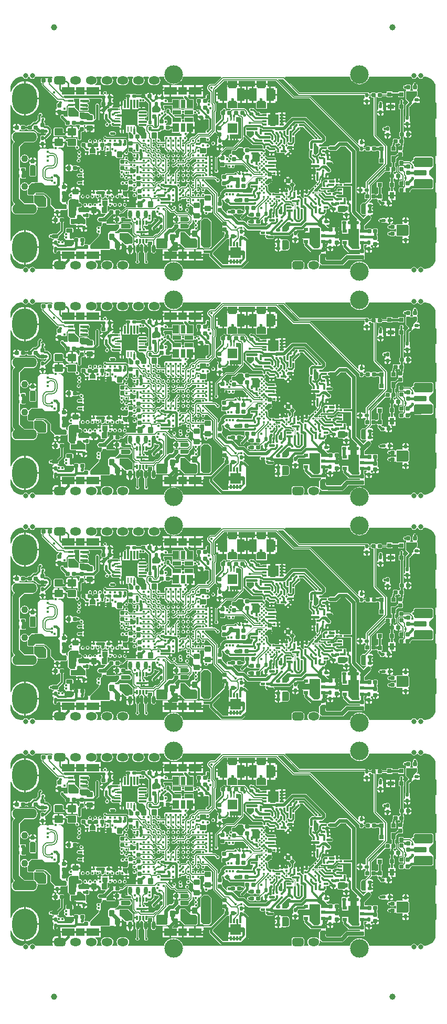
<source format=gbl>
G04 Layer_Physical_Order=8*
G04 Layer_Color=16711680*
%FSLAX44Y44*%
%MOMM*%
G71*
G01*
G75*
%ADD10C,1.0000*%
%ADD11C,0.3090*%
%ADD12C,0.2000*%
%ADD13C,0.3000*%
G04:AMPARAMS|DCode=19|XSize=0.6mm|YSize=0.6mm|CornerRadius=0.06mm|HoleSize=0mm|Usage=FLASHONLY|Rotation=180.000|XOffset=0mm|YOffset=0mm|HoleType=Round|Shape=RoundedRectangle|*
%AMROUNDEDRECTD19*
21,1,0.6000,0.4800,0,0,180.0*
21,1,0.4800,0.6000,0,0,180.0*
1,1,0.1200,-0.2400,0.2400*
1,1,0.1200,0.2400,0.2400*
1,1,0.1200,0.2400,-0.2400*
1,1,0.1200,-0.2400,-0.2400*
%
%ADD19ROUNDEDRECTD19*%
%ADD20R,4.0000X2.0000*%
G04:AMPARAMS|DCode=22|XSize=0.5mm|YSize=0.6mm|CornerRadius=0.05mm|HoleSize=0mm|Usage=FLASHONLY|Rotation=0.000|XOffset=0mm|YOffset=0mm|HoleType=Round|Shape=RoundedRectangle|*
%AMROUNDEDRECTD22*
21,1,0.5000,0.5000,0,0,0.0*
21,1,0.4000,0.6000,0,0,0.0*
1,1,0.1000,0.2000,-0.2500*
1,1,0.1000,-0.2000,-0.2500*
1,1,0.1000,-0.2000,0.2500*
1,1,0.1000,0.2000,0.2500*
%
%ADD22ROUNDEDRECTD22*%
G04:AMPARAMS|DCode=23|XSize=0.6mm|YSize=0.6mm|CornerRadius=0.06mm|HoleSize=0mm|Usage=FLASHONLY|Rotation=270.000|XOffset=0mm|YOffset=0mm|HoleType=Round|Shape=RoundedRectangle|*
%AMROUNDEDRECTD23*
21,1,0.6000,0.4800,0,0,270.0*
21,1,0.4800,0.6000,0,0,270.0*
1,1,0.1200,-0.2400,-0.2400*
1,1,0.1200,-0.2400,0.2400*
1,1,0.1200,0.2400,0.2400*
1,1,0.1200,0.2400,-0.2400*
%
%ADD23ROUNDEDRECTD23*%
G04:AMPARAMS|DCode=24|XSize=1mm|YSize=0.9mm|CornerRadius=0.1125mm|HoleSize=0mm|Usage=FLASHONLY|Rotation=180.000|XOffset=0mm|YOffset=0mm|HoleType=Round|Shape=RoundedRectangle|*
%AMROUNDEDRECTD24*
21,1,1.0000,0.6750,0,0,180.0*
21,1,0.7750,0.9000,0,0,180.0*
1,1,0.2250,-0.3875,0.3375*
1,1,0.2250,0.3875,0.3375*
1,1,0.2250,0.3875,-0.3375*
1,1,0.2250,-0.3875,-0.3375*
%
%ADD24ROUNDEDRECTD24*%
G04:AMPARAMS|DCode=25|XSize=0.5mm|YSize=0.6mm|CornerRadius=0.05mm|HoleSize=0mm|Usage=FLASHONLY|Rotation=90.000|XOffset=0mm|YOffset=0mm|HoleType=Round|Shape=RoundedRectangle|*
%AMROUNDEDRECTD25*
21,1,0.5000,0.5000,0,0,90.0*
21,1,0.4000,0.6000,0,0,90.0*
1,1,0.1000,0.2500,0.2000*
1,1,0.1000,0.2500,-0.2000*
1,1,0.1000,-0.2500,-0.2000*
1,1,0.1000,-0.2500,0.2000*
%
%ADD25ROUNDEDRECTD25*%
%ADD27C,0.5000*%
%ADD32R,0.3500X0.3000*%
%ADD37R,0.3000X0.3500*%
%ADD38R,1.4000X1.3000*%
%ADD39R,2.0000X1.3000*%
G04:AMPARAMS|DCode=40|XSize=1.3mm|YSize=0.8mm|CornerRadius=0.1mm|HoleSize=0mm|Usage=FLASHONLY|Rotation=270.000|XOffset=0mm|YOffset=0mm|HoleType=Round|Shape=RoundedRectangle|*
%AMROUNDEDRECTD40*
21,1,1.3000,0.6000,0,0,270.0*
21,1,1.1000,0.8000,0,0,270.0*
1,1,0.2000,-0.3000,-0.5500*
1,1,0.2000,-0.3000,0.5500*
1,1,0.2000,0.3000,0.5500*
1,1,0.2000,0.3000,-0.5500*
%
%ADD40ROUNDEDRECTD40*%
%ADD48C,0.3500*%
%ADD52C,0.1500*%
%ADD54C,0.4000*%
%ADD55C,0.5000*%
%ADD56C,0.6000*%
%ADD57C,0.1000*%
%ADD58C,0.1100*%
%ADD59C,0.2500*%
%ADD60C,0.4500*%
%ADD62C,0.3500*%
%ADD64C,1.0000*%
G04:AMPARAMS|DCode=66|XSize=1.8mm|YSize=1.3mm|CornerRadius=0.325mm|HoleSize=0mm|Usage=FLASHONLY|Rotation=0.000|XOffset=0mm|YOffset=0mm|HoleType=Round|Shape=RoundedRectangle|*
%AMROUNDEDRECTD66*
21,1,1.8000,0.6500,0,0,0.0*
21,1,1.1500,1.3000,0,0,0.0*
1,1,0.6500,0.5750,-0.3250*
1,1,0.6500,-0.5750,-0.3250*
1,1,0.6500,-0.5750,0.3250*
1,1,0.6500,0.5750,0.3250*
%
%ADD66ROUNDEDRECTD66*%
%ADD67O,1.8000X1.3000*%
%ADD68C,1.1000*%
%ADD69O,4.0000X1.6000*%
%ADD70C,3.0000*%
%ADD71C,0.8000*%
%ADD72O,4.0000X5.0000*%
%ADD73C,0.4000*%
%ADD75C,0.6500*%
%ADD76C,0.8000*%
%ADD80C,0.2200*%
G04:AMPARAMS|DCode=81|XSize=0.3mm|YSize=0.35mm|CornerRadius=0mm|HoleSize=0mm|Usage=FLASHONLY|Rotation=315.000|XOffset=0mm|YOffset=0mm|HoleType=Round|Shape=Rectangle|*
%AMROTATEDRECTD81*
4,1,4,-0.2298,-0.0177,0.0177,0.2298,0.2298,0.0177,-0.0177,-0.2298,-0.2298,-0.0177,0.0*
%
%ADD81ROTATEDRECTD81*%

G04:AMPARAMS|DCode=82|XSize=0.6mm|YSize=0.6mm|CornerRadius=0.06mm|HoleSize=0mm|Usage=FLASHONLY|Rotation=45.000|XOffset=0mm|YOffset=0mm|HoleType=Round|Shape=RoundedRectangle|*
%AMROUNDEDRECTD82*
21,1,0.6000,0.4800,0,0,45.0*
21,1,0.4800,0.6000,0,0,45.0*
1,1,0.1200,0.3394,0.0000*
1,1,0.1200,0.0000,-0.3394*
1,1,0.1200,-0.3394,0.0000*
1,1,0.1200,0.0000,0.3394*
%
%ADD82ROUNDEDRECTD82*%
%ADD83R,0.3000X0.8000*%
%ADD84R,1.8000X0.3000*%
%ADD85R,1.5500X1.0000*%
%ADD86R,1.2000X1.6000*%
%ADD87R,1.2000X1.2000*%
%ADD88R,1.2000X2.1500*%
%ADD89R,1.0000X0.7000*%
%ADD90R,0.7000X0.7000*%
%ADD91R,0.7000X0.7000*%
%ADD92R,0.7000X1.0000*%
G04:AMPARAMS|DCode=93|XSize=0.6mm|YSize=1mm|CornerRadius=0.075mm|HoleSize=0mm|Usage=FLASHONLY|Rotation=270.000|XOffset=0mm|YOffset=0mm|HoleType=Round|Shape=RoundedRectangle|*
%AMROUNDEDRECTD93*
21,1,0.6000,0.8500,0,0,270.0*
21,1,0.4500,1.0000,0,0,270.0*
1,1,0.1500,-0.4250,-0.2250*
1,1,0.1500,-0.4250,0.2250*
1,1,0.1500,0.4250,0.2250*
1,1,0.1500,0.4250,-0.2250*
%
%ADD93ROUNDEDRECTD93*%
%ADD94R,0.8500X0.4000*%
%ADD95R,1.6000X1.6000*%
%ADD96R,0.2500X0.6250*%
G04:AMPARAMS|DCode=97|XSize=1.3mm|YSize=0.8mm|CornerRadius=0.1mm|HoleSize=0mm|Usage=FLASHONLY|Rotation=180.000|XOffset=0mm|YOffset=0mm|HoleType=Round|Shape=RoundedRectangle|*
%AMROUNDEDRECTD97*
21,1,1.3000,0.6000,0,0,180.0*
21,1,1.1000,0.8000,0,0,180.0*
1,1,0.2000,-0.5500,0.3000*
1,1,0.2000,0.5500,0.3000*
1,1,0.2000,0.5500,-0.3000*
1,1,0.2000,-0.5500,-0.3000*
%
%ADD97ROUNDEDRECTD97*%
G04:AMPARAMS|DCode=98|XSize=1.4mm|YSize=1.2mm|CornerRadius=0.15mm|HoleSize=0mm|Usage=FLASHONLY|Rotation=0.000|XOffset=0mm|YOffset=0mm|HoleType=Round|Shape=RoundedRectangle|*
%AMROUNDEDRECTD98*
21,1,1.4000,0.9000,0,0,0.0*
21,1,1.1000,1.2000,0,0,0.0*
1,1,0.3000,0.5500,-0.4500*
1,1,0.3000,-0.5500,-0.4500*
1,1,0.3000,-0.5500,0.4500*
1,1,0.3000,0.5500,0.4500*
%
%ADD98ROUNDEDRECTD98*%
%ADD99R,2.6000X2.6000*%
%ADD100O,0.2500X0.9000*%
%ADD101O,0.9000X0.2500*%
G04:AMPARAMS|DCode=102|XSize=1mm|YSize=0.9mm|CornerRadius=0.1125mm|HoleSize=0mm|Usage=FLASHONLY|Rotation=270.000|XOffset=0mm|YOffset=0mm|HoleType=Round|Shape=RoundedRectangle|*
%AMROUNDEDRECTD102*
21,1,1.0000,0.6750,0,0,270.0*
21,1,0.7750,0.9000,0,0,270.0*
1,1,0.2250,-0.3375,-0.3875*
1,1,0.2250,-0.3375,0.3875*
1,1,0.2250,0.3375,0.3875*
1,1,0.2250,0.3375,-0.3875*
%
%ADD102ROUNDEDRECTD102*%
G04:AMPARAMS|DCode=103|XSize=0.9mm|YSize=2mm|CornerRadius=0.1125mm|HoleSize=0mm|Usage=FLASHONLY|Rotation=270.000|XOffset=0mm|YOffset=0mm|HoleType=Round|Shape=RoundedRectangle|*
%AMROUNDEDRECTD103*
21,1,0.9000,1.7750,0,0,270.0*
21,1,0.6750,2.0000,0,0,270.0*
1,1,0.2250,-0.8875,-0.3375*
1,1,0.2250,-0.8875,0.3375*
1,1,0.2250,0.8875,0.3375*
1,1,0.2250,0.8875,-0.3375*
%
%ADD103ROUNDEDRECTD103*%
G04:AMPARAMS|DCode=104|XSize=1.5mm|YSize=3mm|CornerRadius=0.1875mm|HoleSize=0mm|Usage=FLASHONLY|Rotation=270.000|XOffset=0mm|YOffset=0mm|HoleType=Round|Shape=RoundedRectangle|*
%AMROUNDEDRECTD104*
21,1,1.5000,2.6250,0,0,270.0*
21,1,1.1250,3.0000,0,0,270.0*
1,1,0.3750,-1.3125,-0.5625*
1,1,0.3750,-1.3125,0.5625*
1,1,0.3750,1.3125,0.5625*
1,1,0.3750,1.3125,-0.5625*
%
%ADD104ROUNDEDRECTD104*%
%ADD105R,0.7000X1.3500*%
%ADD106R,1.3500X0.7000*%
%ADD107R,1.0000X1.3500*%
%ADD108R,1.7000X1.7000*%
%ADD109R,0.6500X0.3000*%
%ADD110R,1.7000X1.7000*%
%ADD111R,0.3000X0.6500*%
%ADD112O,0.6000X1.3000*%
%ADD113R,1.7000X2.5000*%
%ADD114R,0.7000X0.5000*%
G04:AMPARAMS|DCode=115|XSize=0.3mm|YSize=0.35mm|CornerRadius=0mm|HoleSize=0mm|Usage=FLASHONLY|Rotation=45.000|XOffset=0mm|YOffset=0mm|HoleType=Round|Shape=Rectangle|*
%AMROTATEDRECTD115*
4,1,4,0.0177,-0.2298,-0.2298,0.0177,-0.0177,0.2298,0.2298,-0.0177,0.0177,-0.2298,0.0*
%
%ADD115ROTATEDRECTD115*%

%ADD116C,0.5500*%
%ADD117C,0.2300*%
%ADD118C,0.1700*%
%ADD119C,0.3100*%
%ADD120C,0.1900*%
%ADD121C,0.3700*%
%ADD122C,0.3800*%
%ADD123C,0.1800*%
%ADD124C,0.2400*%
G36*
X675239Y1402071D02*
X678508Y1400717D01*
X681449Y1398751D01*
X683951Y1396250D01*
X685917Y1393308D01*
X687271Y1390039D01*
X687961Y1386569D01*
Y1384800D01*
Y1360759D01*
X689500D01*
X689500Y1338800D01*
D01*
Y1338627D01*
Y1337350D01*
D01*
X689500Y1335635D01*
X687961D01*
X687961Y1305353D01*
X689500Y1305315D01*
X689500Y1302150D01*
X687961D01*
X687961Y1294400D01*
X689500D01*
X689500Y1274850D01*
X687961D01*
Y1258898D01*
X686961Y1258200D01*
X684608D01*
X684608Y1258200D01*
X684608Y1237700D01*
X677000Y1245308D01*
X677000Y1250600D01*
X684605Y1258205D01*
X683932Y1259200D01*
X684056Y1259825D01*
Y1271075D01*
X683833Y1272197D01*
X683198Y1273148D01*
X682247Y1273783D01*
X681125Y1274007D01*
X654875D01*
X653753Y1273783D01*
X652802Y1273148D01*
X652167Y1272197D01*
X651944Y1271075D01*
Y1268403D01*
X650732Y1268162D01*
X649657Y1267443D01*
X648939Y1266368D01*
X648826Y1265800D01*
X647740Y1265471D01*
X647419Y1265792D01*
X646757Y1266234D01*
X645977Y1266389D01*
X636281D01*
Y1266750D01*
X636157Y1267374D01*
X635804Y1267904D01*
X635274Y1268257D01*
X634650Y1268382D01*
X629850D01*
X629226Y1268257D01*
X628697Y1267904D01*
X628343Y1267374D01*
X628219Y1266750D01*
Y1261950D01*
X628343Y1261326D01*
X628487Y1261110D01*
X628115Y1260862D01*
X626238Y1258985D01*
X625852Y1258406D01*
X625716Y1257724D01*
Y1250977D01*
X625852Y1250294D01*
X626238Y1249715D01*
X626703Y1249251D01*
X626320Y1248327D01*
X625225D01*
X624000Y1248083D01*
X622961Y1247389D01*
X622267Y1246350D01*
X622242Y1246225D01*
X621214D01*
X621179Y1246279D01*
X620649Y1246632D01*
X620095Y1246743D01*
Y1247388D01*
X620072Y1247504D01*
X620507Y1249694D01*
X622525D01*
X623149Y1249818D01*
X623679Y1250172D01*
X624032Y1250701D01*
X624156Y1251325D01*
Y1256125D01*
X624032Y1256749D01*
X623679Y1257279D01*
X623149Y1257632D01*
X622720Y1257718D01*
Y1263850D01*
X624500D01*
Y1270680D01*
X627839Y1274019D01*
X627856Y1274045D01*
X627995Y1274138D01*
X628101Y1274068D01*
X628725Y1273944D01*
X633525D01*
X634149Y1274068D01*
X634678Y1274422D01*
X635032Y1274951D01*
X635156Y1275575D01*
Y1280375D01*
X635032Y1280999D01*
X634678Y1281529D01*
X634625Y1281564D01*
Y1284386D01*
X634678Y1284422D01*
X635032Y1284951D01*
X635156Y1285575D01*
Y1289162D01*
X635701Y1290476D01*
X635993Y1292700D01*
X635970D01*
Y1295115D01*
X636428Y1295422D01*
X636782Y1295951D01*
X636906Y1296575D01*
Y1301375D01*
X636782Y1302000D01*
X636428Y1302529D01*
X635970Y1302835D01*
Y1306132D01*
X636274Y1306193D01*
X636804Y1306547D01*
X636839Y1306600D01*
X637867D01*
X637892Y1306475D01*
X638586Y1305436D01*
X639625Y1304742D01*
X640850Y1304499D01*
X641980D01*
Y1310100D01*
Y1315702D01*
X640850D01*
X639625Y1315458D01*
X638586Y1314764D01*
X637892Y1313725D01*
X637867Y1313600D01*
X636839D01*
X636804Y1313654D01*
X636274Y1314007D01*
X635845Y1314093D01*
Y1350350D01*
X637000D01*
Y1359350D01*
X635345D01*
Y1362334D01*
X635576Y1362680D01*
X635809Y1363850D01*
X635576Y1365021D01*
X634913Y1366013D01*
X633921Y1366676D01*
X632750Y1366909D01*
X631580Y1366676D01*
X630587Y1366013D01*
X629924Y1365021D01*
X629691Y1363850D01*
X629924Y1362680D01*
X630155Y1362334D01*
Y1359350D01*
X628000D01*
Y1350350D01*
X630655D01*
Y1314093D01*
X630226Y1314007D01*
X629697Y1313654D01*
X629343Y1313125D01*
X629219Y1312500D01*
Y1307700D01*
X629343Y1307076D01*
X629697Y1306547D01*
X630226Y1306193D01*
X630780Y1306083D01*
Y1303006D01*
X630475D01*
X629851Y1302882D01*
X629321Y1302529D01*
X629286Y1302475D01*
X626464D01*
X626428Y1302529D01*
X625899Y1302882D01*
X625275Y1303006D01*
X620475D01*
X619851Y1302882D01*
X619321Y1302529D01*
X618968Y1302000D01*
X618844Y1301375D01*
Y1297846D01*
X617773Y1295261D01*
X617348Y1292034D01*
X616528Y1291600D01*
X615500D01*
Y1282600D01*
X624500D01*
Y1291600D01*
X623430D01*
X623424Y1291604D01*
X622685Y1292600D01*
X622856Y1293899D01*
X623288Y1294944D01*
X625275D01*
X625899Y1295068D01*
X626428Y1295422D01*
X626464Y1295475D01*
X629286D01*
X629321Y1295422D01*
X629851Y1295068D01*
X630475Y1294944D01*
X630780D01*
Y1292700D01*
X630768D01*
X630630Y1292007D01*
X628725D01*
X628101Y1291882D01*
X627571Y1291529D01*
X627218Y1290999D01*
X627094Y1290375D01*
Y1285575D01*
X627218Y1284951D01*
X627571Y1284422D01*
X627625Y1284386D01*
Y1281564D01*
X627571Y1281529D01*
X627218Y1280999D01*
X627094Y1280375D01*
Y1279657D01*
X626189Y1279282D01*
X624144Y1277713D01*
X624169Y1277689D01*
X624169Y1277689D01*
X622330Y1275850D01*
X615500D01*
Y1263850D01*
X617530D01*
Y1257718D01*
X617101Y1257632D01*
X616571Y1257279D01*
X616536Y1257225D01*
X613714Y1257225D01*
X613679Y1257279D01*
X613149Y1257632D01*
X612525Y1257757D01*
X607725D01*
X607101Y1257632D01*
X606571Y1257279D01*
X606218Y1256749D01*
X606094Y1256125D01*
Y1254730D01*
X605875Y1253764D01*
X605095Y1253609D01*
X604433Y1253167D01*
X580808Y1229542D01*
X580366Y1228881D01*
X580289Y1228494D01*
X579289Y1228593D01*
Y1231756D01*
X608692Y1261158D01*
X608692Y1261158D01*
X609134Y1261820D01*
X609289Y1262600D01*
Y1291100D01*
X609289Y1291100D01*
X609134Y1291881D01*
X608692Y1292542D01*
X608692Y1292542D01*
X592039Y1309195D01*
Y1370100D01*
X593911D01*
X593946Y1370047D01*
X594476Y1369693D01*
X595100Y1369569D01*
X599900D01*
X600524Y1369693D01*
X601054Y1370047D01*
X601407Y1370576D01*
X601531Y1371200D01*
Y1371561D01*
X608750D01*
Y1370100D01*
X617750D01*
Y1371541D01*
X627750D01*
Y1370100D01*
X636750D01*
Y1379100D01*
X627750D01*
Y1377659D01*
X617750D01*
Y1379100D01*
X608750D01*
Y1375639D01*
X601531D01*
Y1376000D01*
X601407Y1376624D01*
X601054Y1377154D01*
X600524Y1377507D01*
X599900Y1377632D01*
X595100D01*
X594476Y1377507D01*
X593946Y1377154D01*
X593911Y1377100D01*
X591089D01*
X591054Y1377154D01*
X590524Y1377507D01*
X589900Y1377632D01*
X585100D01*
X584476Y1377507D01*
X583946Y1377154D01*
X583593Y1376624D01*
X583469Y1376000D01*
Y1375639D01*
X580374D01*
Y1376100D01*
X579898Y1377248D01*
X578750Y1377724D01*
X575296D01*
X575280Y1377734D01*
X574500Y1377889D01*
X468595D01*
X444723Y1401761D01*
X445137Y1402761D01*
X549505D01*
X550146Y1400648D01*
X551632Y1397868D01*
X553632Y1395432D01*
X556068Y1393432D01*
X558847Y1391947D01*
X561864Y1391032D01*
X565000Y1390723D01*
X568137Y1391032D01*
X571153Y1391947D01*
X573932Y1393432D01*
X576368Y1395432D01*
X578368Y1397868D01*
X579854Y1400648D01*
X580495Y1402761D01*
X648349D01*
X649395Y1401195D01*
X651049Y1400090D01*
X653000Y1399702D01*
X654951Y1400090D01*
X656605Y1401195D01*
X657651Y1402761D01*
X659099D01*
X660145Y1401195D01*
X661799Y1400090D01*
X663750Y1399702D01*
X665701Y1400090D01*
X667355Y1401195D01*
X668401Y1402761D01*
X671769Y1402761D01*
X675239Y1402071D01*
D02*
G37*
G36*
X69625Y1401784D02*
X69406Y1400821D01*
X69103Y1400673D01*
X68375Y1400523D01*
X68024Y1400757D01*
X67400Y1400882D01*
X62600D01*
X61976Y1400757D01*
X61446Y1400404D01*
X61411Y1400350D01*
X58589D01*
X58554Y1400404D01*
X58024Y1400757D01*
X57400Y1400882D01*
X52600D01*
X51976Y1400757D01*
X51446Y1400404D01*
X51093Y1399875D01*
X50969Y1399250D01*
Y1394450D01*
X51093Y1393826D01*
X51446Y1393297D01*
X51976Y1392943D01*
X52461Y1392847D01*
Y1389693D01*
X52616Y1388913D01*
X53058Y1388251D01*
X76401Y1364908D01*
X76401Y1364908D01*
X77063Y1364466D01*
X77843Y1364311D01*
X79471D01*
X79885Y1363311D01*
X77087Y1360513D01*
X76968Y1360335D01*
X76697Y1360154D01*
X76343Y1359624D01*
X76219Y1359000D01*
Y1358488D01*
X76191Y1358350D01*
X76191Y1358350D01*
Y1356600D01*
X76219Y1356462D01*
Y1354200D01*
X76343Y1353576D01*
X76697Y1353047D01*
X76750Y1353011D01*
Y1351983D01*
X76625Y1351958D01*
X75586Y1351264D01*
X74892Y1350225D01*
X74649Y1349000D01*
Y1347870D01*
X80250D01*
Y1346600D01*
D01*
Y1348100D01*
X94000D01*
Y1338850D01*
X89250D01*
X88000Y1340100D01*
Y1341350D01*
X87250Y1342100D01*
X84250Y1342100D01*
X82232Y1340082D01*
X82277Y1339999D01*
X82024Y1339621D01*
X81791Y1338450D01*
Y1338000D01*
X81791Y1338000D01*
X82024Y1336830D01*
X82687Y1335837D01*
X90219Y1328306D01*
Y1326200D01*
X90343Y1325576D01*
X90696Y1325047D01*
X91226Y1324693D01*
X91850Y1324569D01*
X96650D01*
X97274Y1324693D01*
X97804Y1325047D01*
X97839Y1325100D01*
X100661D01*
X100696Y1325047D01*
X101226Y1324693D01*
X101850Y1324569D01*
X106650D01*
X107274Y1324693D01*
X107803Y1325047D01*
X108134Y1325541D01*
X113116D01*
X113447Y1325047D01*
X113500Y1325011D01*
Y1322189D01*
X113447Y1322154D01*
X113093Y1321624D01*
X112969Y1321000D01*
Y1318893D01*
X111793Y1317718D01*
X110869Y1318100D01*
Y1318600D01*
X110556Y1320177D01*
X109663Y1321513D01*
X108327Y1322406D01*
X106750Y1322719D01*
X102520D01*
Y1314100D01*
Y1305481D01*
X106750D01*
X108327Y1305795D01*
X108941Y1306205D01*
X109941Y1305671D01*
Y1303600D01*
X110174Y1302430D01*
X110837Y1301437D01*
X111830Y1300774D01*
X113000Y1300541D01*
X114171Y1300774D01*
X115163Y1301437D01*
X115826Y1302430D01*
X116059Y1303600D01*
Y1313332D01*
X117296Y1314569D01*
X119400D01*
X120024Y1314693D01*
X120554Y1315047D01*
X120907Y1315576D01*
X121031Y1316200D01*
Y1321000D01*
X120907Y1321624D01*
X120554Y1322154D01*
X120500Y1322189D01*
Y1325011D01*
X120554Y1325047D01*
X120884Y1325541D01*
X121987D01*
X122600Y1324541D01*
X122388Y1323475D01*
Y1321370D01*
X137612D01*
Y1323475D01*
X137327Y1324905D01*
X137116Y1325222D01*
X137311Y1326202D01*
X137663Y1326437D01*
X143913Y1332688D01*
X143913Y1332688D01*
X144576Y1333680D01*
X144809Y1334851D01*
X144809Y1334851D01*
Y1356746D01*
X144576Y1357916D01*
X143913Y1358909D01*
X142921Y1359572D01*
X141750Y1359805D01*
X140580Y1359572D01*
X139588Y1358909D01*
X138925Y1357916D01*
X138692Y1356746D01*
Y1336118D01*
X137042Y1334468D01*
X136042Y1334882D01*
Y1340475D01*
X135877Y1341304D01*
X135407Y1342007D01*
X134704Y1342477D01*
X133875Y1342642D01*
X131668D01*
X129105Y1345205D01*
X127451Y1346310D01*
X125500Y1346698D01*
X117750D01*
X117672Y1346683D01*
X114000D01*
X113235Y1346366D01*
X112515Y1346866D01*
X106040Y1353341D01*
Y1356330D01*
X99250D01*
Y1358870D01*
X106040D01*
Y1362140D01*
X104500D01*
Y1367100D01*
X105214Y1367791D01*
X112286D01*
X113000Y1367100D01*
X113000Y1366791D01*
X113000Y1360850D01*
X113000Y1360100D01*
Y1354600D01*
X113000D01*
Y1354100D01*
X113000D01*
Y1348100D01*
X117955D01*
X118250Y1348041D01*
X124750D01*
X125921Y1348274D01*
X126913Y1348937D01*
X127576Y1349930D01*
X127809Y1351100D01*
X127576Y1352271D01*
X126913Y1353263D01*
X126783Y1353350D01*
Y1354350D01*
X126913Y1354437D01*
X127576Y1355430D01*
X127809Y1356600D01*
X127576Y1357771D01*
X126913Y1358763D01*
X126913Y1358763D01*
X125913Y1359763D01*
X125496Y1360041D01*
X125800Y1361041D01*
X126500D01*
X127671Y1361274D01*
X128663Y1361937D01*
X129326Y1362930D01*
X129559Y1364100D01*
X129326Y1365271D01*
X128663Y1366263D01*
X127872Y1366791D01*
X128056Y1367791D01*
X147651D01*
X148102Y1366702D01*
X148691Y1366458D01*
Y1363234D01*
X148196Y1362904D01*
X147843Y1362375D01*
X147719Y1361750D01*
Y1356950D01*
X147843Y1356326D01*
X148196Y1355797D01*
X148726Y1355443D01*
X149350Y1355319D01*
X154150D01*
X154774Y1355443D01*
X155304Y1355797D01*
X155339Y1355850D01*
X156367D01*
X156392Y1355725D01*
X157086Y1354686D01*
X158125Y1353992D01*
X159350Y1353749D01*
X161306D01*
X161747Y1353011D01*
X161392Y1352474D01*
X159250D01*
X158827Y1352299D01*
X158750Y1352350D01*
Y1352350D01*
X156904D01*
X156442Y1353042D01*
X155842Y1353443D01*
X154750Y1352350D01*
X153020D01*
Y1348850D01*
Y1343127D01*
X153155Y1342932D01*
X153120Y1342751D01*
X152891Y1341600D01*
Y1335400D01*
X152891Y1335400D01*
X153124Y1334230D01*
X153787Y1333237D01*
X157404Y1329620D01*
X157042Y1328568D01*
X156329Y1328426D01*
X155337Y1327763D01*
X154674Y1326771D01*
X154441Y1325600D01*
X154674Y1324430D01*
X155337Y1323437D01*
X156329Y1322774D01*
X157500Y1322541D01*
X158671Y1322774D01*
X159663Y1323437D01*
X160326Y1324430D01*
X160559Y1325600D01*
X160443Y1326182D01*
X161250Y1327041D01*
X162421Y1327274D01*
X162842Y1327556D01*
X163742Y1326955D01*
X163692Y1326700D01*
X163924Y1325530D01*
X164587Y1324537D01*
X165580Y1323874D01*
X166069Y1323777D01*
X166198Y1323648D01*
X167025Y1323095D01*
X168000Y1322901D01*
X177037D01*
X177672Y1322128D01*
X177636Y1321950D01*
Y1319970D01*
X181500D01*
Y1318830D01*
Y1318830D01*
Y1323601D01*
X186500Y1328601D01*
Y1318700D01*
X187770D01*
Y1311839D01*
X187979Y1311880D01*
X189233Y1312718D01*
X189552Y1313196D01*
X190247Y1313334D01*
X190302Y1313326D01*
X190751Y1313190D01*
X191306Y1312175D01*
X191191Y1311600D01*
X191424Y1310430D01*
X192087Y1309437D01*
X192311Y1309214D01*
X192219Y1308750D01*
Y1303950D01*
X192240Y1303844D01*
X191318Y1303351D01*
X189519Y1305150D01*
X188808Y1305625D01*
X187969Y1305792D01*
X157312D01*
X156663Y1306763D01*
X155671Y1307426D01*
X154500Y1307659D01*
X153329Y1307426D01*
X152337Y1306763D01*
X151674Y1305771D01*
X151441Y1304600D01*
X151674Y1303430D01*
X152085Y1302814D01*
X152087Y1301739D01*
X151989Y1301467D01*
X151424Y1300621D01*
X151191Y1299450D01*
X151424Y1298280D01*
X151690Y1297881D01*
X151155Y1296882D01*
X149345D01*
X148810Y1297881D01*
X149076Y1298280D01*
X149309Y1299450D01*
X149076Y1300621D01*
X148413Y1301613D01*
X147421Y1302276D01*
X146250Y1302509D01*
X145079Y1302276D01*
X144087Y1301613D01*
X143424Y1300621D01*
X143191Y1299450D01*
X143424Y1298280D01*
X143634Y1297966D01*
X143180Y1296844D01*
X142775Y1296757D01*
X142774Y1296757D01*
X142150Y1296882D01*
X141345D01*
X140810Y1297881D01*
X141076Y1298280D01*
X141309Y1299450D01*
X141076Y1300621D01*
X140413Y1301613D01*
X139420Y1302276D01*
X138250Y1302509D01*
X137079Y1302276D01*
X136087Y1301613D01*
X135424Y1300621D01*
X135191Y1299450D01*
X135424Y1298280D01*
X135973Y1297457D01*
X136156Y1296596D01*
X135580Y1295676D01*
X134587Y1295013D01*
X134376Y1294802D01*
X133517Y1295321D01*
X133407Y1295874D01*
X133054Y1296404D01*
X132971Y1296459D01*
X132888Y1296582D01*
X132686Y1297588D01*
X132715Y1297739D01*
X133076Y1298280D01*
X133309Y1299450D01*
X133076Y1300621D01*
X132413Y1301613D01*
X131420Y1302276D01*
X130250Y1302509D01*
X129079Y1302276D01*
X128087Y1301613D01*
X127424Y1300621D01*
X127191Y1299450D01*
X127424Y1298280D01*
X127690Y1297881D01*
X127155Y1296882D01*
X127100D01*
X126476Y1296757D01*
X125947Y1296404D01*
X125911Y1296350D01*
X123089D01*
X123054Y1296404D01*
X122524Y1296757D01*
X121900Y1296882D01*
X117100D01*
X116476Y1296757D01*
X115947Y1296404D01*
X115593Y1295874D01*
X115469Y1295250D01*
Y1290450D01*
X115593Y1289826D01*
X115947Y1289297D01*
X116476Y1288943D01*
X117100Y1288819D01*
X118641D01*
X121910Y1285550D01*
Y1282620D01*
X125950D01*
Y1281350D01*
X127220D01*
Y1277060D01*
X129990D01*
Y1278461D01*
X130001Y1278468D01*
X138750D01*
X138760Y1278462D01*
Y1277060D01*
X141530D01*
Y1281350D01*
X142800D01*
Y1282620D01*
X146840D01*
Y1284354D01*
X147840Y1284658D01*
X148087Y1284288D01*
X149080Y1283625D01*
X150250Y1283392D01*
X151421Y1283625D01*
X152413Y1284288D01*
X153076Y1285280D01*
X153309Y1286450D01*
X153076Y1287621D01*
X152810Y1288020D01*
X152837Y1288985D01*
X153304Y1289297D01*
X153657Y1289826D01*
X153781Y1290450D01*
Y1295250D01*
X154379Y1295658D01*
X155151Y1294902D01*
Y1294720D01*
X160751D01*
Y1292180D01*
X155151D01*
Y1291450D01*
X155387Y1290264D01*
X155810Y1289631D01*
X156087Y1288613D01*
X155424Y1287621D01*
X155191Y1286450D01*
X155424Y1285280D01*
X155671Y1284910D01*
X155233Y1284617D01*
X154423Y1283405D01*
X154138Y1281975D01*
Y1279370D01*
X161250D01*
Y1278100D01*
X162520D01*
Y1275346D01*
X170000Y1275350D01*
X173250Y1272100D01*
X173750D01*
X173750Y1272100D01*
X174743Y1272085D01*
X174875Y1272059D01*
X181625D01*
X182454Y1272224D01*
X183157Y1272693D01*
X183627Y1273396D01*
X183792Y1274225D01*
Y1278542D01*
X184551Y1279301D01*
X185636Y1278972D01*
X185674Y1278780D01*
X186337Y1277787D01*
X187330Y1277124D01*
X188500Y1276891D01*
X189671Y1277124D01*
X190663Y1277787D01*
X191326Y1278780D01*
X191559Y1279950D01*
X191326Y1281121D01*
X190663Y1282113D01*
X189671Y1282776D01*
X189478Y1282814D01*
X189149Y1283899D01*
X190795Y1285545D01*
X191719Y1285162D01*
Y1282950D01*
X191843Y1282326D01*
X192197Y1281797D01*
X192726Y1281443D01*
X193350Y1281319D01*
X195841D01*
X198651Y1278508D01*
X199313Y1278066D01*
X199406Y1277842D01*
X198924Y1277121D01*
X198691Y1275950D01*
X198924Y1274780D01*
X199587Y1273788D01*
X200579Y1273124D01*
X201750Y1272892D01*
X202160Y1272555D01*
Y1271345D01*
X201750Y1271009D01*
X200579Y1270776D01*
X199587Y1270113D01*
X198924Y1269121D01*
X198691Y1267950D01*
X198892Y1266938D01*
X198416Y1265938D01*
X194910D01*
X191542Y1269306D01*
X190897Y1269737D01*
X191225Y1270629D01*
X191326Y1270780D01*
X191559Y1271950D01*
X191326Y1273121D01*
X190663Y1274113D01*
X189671Y1274776D01*
X188500Y1275009D01*
X187330Y1274776D01*
X186337Y1274113D01*
X185674Y1273121D01*
X185441Y1271950D01*
X185653Y1270889D01*
X185582Y1270586D01*
X185209Y1269889D01*
X182050D01*
X182015Y1269882D01*
X179350D01*
X178726Y1269757D01*
X178197Y1269404D01*
X177843Y1268874D01*
X177719Y1268250D01*
Y1263450D01*
X177843Y1262826D01*
X178197Y1262297D01*
X178250Y1262261D01*
Y1259439D01*
X178197Y1259404D01*
X177843Y1258874D01*
X177719Y1258250D01*
Y1253450D01*
X177843Y1252826D01*
X178197Y1252297D01*
X178726Y1251943D01*
X178978Y1251893D01*
X179218Y1250851D01*
X179087Y1250763D01*
X178424Y1249771D01*
X178191Y1248600D01*
X178424Y1247430D01*
X179087Y1246437D01*
X179565Y1246118D01*
X179587Y1244930D01*
X179337Y1244763D01*
X178674Y1243771D01*
X178441Y1242600D01*
X178674Y1241430D01*
X179337Y1240437D01*
X180329Y1239774D01*
X181500Y1239541D01*
X182671Y1239774D01*
X183663Y1240437D01*
X184326Y1241430D01*
X184559Y1242600D01*
X184326Y1243771D01*
X183663Y1244763D01*
X183185Y1245082D01*
X183163Y1246270D01*
X183413Y1246437D01*
X184076Y1247430D01*
X184309Y1248600D01*
X184164Y1249326D01*
X184956Y1250117D01*
X185436Y1249957D01*
X185555Y1249703D01*
X185674Y1249121D01*
X185441Y1247950D01*
X185674Y1246780D01*
X186337Y1245787D01*
X187330Y1245124D01*
X188500Y1244892D01*
X189671Y1245124D01*
X190663Y1245787D01*
X191326Y1246780D01*
X191559Y1247950D01*
X191348Y1249012D01*
X191419Y1249315D01*
X191792Y1250012D01*
X193418D01*
X193418Y1247897D01*
X192710Y1247190D01*
X192460D01*
Y1244420D01*
X196750D01*
Y1243150D01*
X198020D01*
Y1239110D01*
X199279D01*
X199587Y1238113D01*
X198924Y1237121D01*
X198904Y1237018D01*
X198274Y1236757D01*
X197650Y1236881D01*
X192850D01*
X192226Y1236757D01*
X191696Y1236404D01*
X191343Y1235874D01*
X191219Y1235250D01*
Y1234944D01*
X190219Y1234410D01*
X189671Y1234776D01*
X188500Y1235009D01*
X187330Y1234776D01*
X186337Y1234113D01*
X186110Y1233772D01*
X184913Y1233763D01*
X183921Y1234426D01*
X182750Y1234659D01*
X181579Y1234426D01*
X180587Y1233763D01*
X179924Y1232771D01*
X179691Y1231600D01*
X179924Y1230430D01*
X180587Y1229437D01*
X181579Y1228774D01*
X182750Y1228541D01*
X183921Y1228774D01*
X184913Y1229437D01*
X185141Y1229778D01*
X186337Y1229787D01*
X187330Y1229124D01*
X188500Y1228891D01*
X189671Y1229124D01*
X190383Y1229600D01*
X190503Y1229628D01*
X191373Y1229510D01*
X191617Y1229415D01*
X191696Y1229297D01*
X191750Y1229261D01*
Y1226440D01*
X191696Y1226404D01*
X191343Y1225874D01*
X191219Y1225250D01*
Y1221663D01*
X188988Y1219433D01*
X187300D01*
Y1219450D01*
X183241D01*
Y1220990D01*
X180471D01*
Y1216700D01*
X179200D01*
Y1215430D01*
X175161D01*
Y1213616D01*
X174387Y1212981D01*
X174250Y1213009D01*
X173080Y1212776D01*
X172087Y1212113D01*
X171424Y1211121D01*
X171192Y1209950D01*
X171424Y1208780D01*
X172087Y1207787D01*
X173080Y1207124D01*
X174250Y1206891D01*
X175421Y1207124D01*
X176413Y1207787D01*
X177076Y1208780D01*
X177309Y1209950D01*
X177076Y1211121D01*
X176883Y1211410D01*
X177417Y1212410D01*
X179083D01*
X179618Y1211410D01*
X179424Y1211121D01*
X179191Y1209950D01*
X179424Y1208780D01*
X180087Y1207787D01*
X181079Y1207124D01*
X182250Y1206891D01*
X183421Y1207124D01*
X183461Y1207151D01*
X184360Y1206670D01*
X188750D01*
X193041D01*
Y1209440D01*
X192345D01*
X191582Y1210100D01*
Y1214811D01*
X191763Y1215719D01*
X194863Y1218819D01*
X197650D01*
X198274Y1218943D01*
X198924Y1218780D01*
X199161Y1218425D01*
X199587Y1217787D01*
X200579Y1217124D01*
X201750Y1216891D01*
X202920Y1217124D01*
X203913Y1217787D01*
X204576Y1218780D01*
X204719Y1219498D01*
X205719Y1219399D01*
Y1216450D01*
X205843Y1215826D01*
X206196Y1215297D01*
X206250Y1215261D01*
Y1212439D01*
X206196Y1212404D01*
X205843Y1211874D01*
X205719Y1211250D01*
Y1206450D01*
X205843Y1205826D01*
X205969Y1205638D01*
X206098Y1205091D01*
X205759Y1204386D01*
X204983Y1203868D01*
X204173Y1202656D01*
X203888Y1201226D01*
Y1198621D01*
X211000D01*
Y1196081D01*
X203888D01*
Y1193476D01*
X203951Y1193158D01*
X203317Y1192385D01*
X188250D01*
X187568Y1192249D01*
X186989Y1191862D01*
X181761Y1186635D01*
X178531D01*
Y1187250D01*
X178407Y1187875D01*
X178053Y1188404D01*
X177524Y1188757D01*
X176900Y1188882D01*
X172100D01*
X171476Y1188757D01*
X170947Y1188404D01*
X170911Y1188350D01*
X168089D01*
X168054Y1188404D01*
X167524Y1188757D01*
X166900Y1188882D01*
X164736D01*
X164500Y1188929D01*
X164264Y1188882D01*
X162100D01*
X161476Y1188757D01*
X160947Y1188404D01*
X160593Y1187875D01*
X160469Y1187250D01*
Y1186587D01*
X159466Y1185583D01*
X158542Y1185966D01*
Y1192225D01*
X158377Y1193054D01*
X158329Y1193126D01*
Y1194304D01*
X158740Y1194623D01*
X160008Y1194407D01*
X160087Y1194287D01*
X161080Y1193624D01*
X162250Y1193392D01*
X163421Y1193624D01*
X164413Y1194287D01*
X165076Y1195280D01*
X165309Y1196450D01*
X165892Y1197160D01*
X166313D01*
X167191Y1196450D01*
X167424Y1195280D01*
X168087Y1194287D01*
X169079Y1193624D01*
X170250Y1193392D01*
X171420Y1193624D01*
X172413Y1194287D01*
X173076Y1195280D01*
X173309Y1196450D01*
X173076Y1197621D01*
X172413Y1198613D01*
X171420Y1199276D01*
X170250Y1199509D01*
X169079Y1199276D01*
X168087Y1198613D01*
X167591Y1197870D01*
X166590Y1198166D01*
Y1200180D01*
X162551D01*
Y1201450D01*
X161280D01*
Y1205740D01*
X158511D01*
Y1204440D01*
X158500Y1204433D01*
X150698D01*
X149991Y1205140D01*
X149991Y1205714D01*
X149998Y1205942D01*
X150400Y1206515D01*
X150500Y1206632D01*
X150890Y1206709D01*
X151866Y1206903D01*
X153024Y1207677D01*
X153797Y1208835D01*
X154069Y1210200D01*
Y1212700D01*
X155347D01*
X155809Y1212009D01*
X155953Y1211912D01*
X155424Y1211121D01*
X155191Y1209950D01*
X155424Y1208780D01*
X156087Y1207787D01*
X157079Y1207124D01*
X158250Y1206891D01*
X159420Y1207124D01*
X160413Y1207787D01*
X161076Y1208780D01*
X161309Y1209950D01*
X162073Y1210734D01*
X162530Y1210746D01*
X163192Y1209950D01*
X163424Y1208780D01*
X164087Y1207787D01*
X165080Y1207124D01*
X166250Y1206891D01*
X167421Y1207124D01*
X168413Y1207787D01*
X169076Y1208780D01*
X169309Y1209950D01*
X169076Y1211121D01*
X168413Y1212113D01*
X167421Y1212776D01*
X166250Y1213009D01*
X166058Y1213989D01*
X166100Y1214200D01*
Y1214930D01*
X160501D01*
Y1216200D01*
X159230D01*
Y1221064D01*
X156816D01*
X156814Y1221064D01*
X155809Y1220392D01*
X155347Y1219700D01*
X153500D01*
Y1219700D01*
X153423Y1219649D01*
X153000Y1219824D01*
X148000D01*
X147868Y1219769D01*
X142250D01*
X141241Y1219568D01*
X140240Y1220178D01*
Y1220490D01*
X137471D01*
Y1216200D01*
X136201D01*
Y1214930D01*
X132161D01*
Y1212162D01*
X132087Y1212113D01*
X131424Y1211121D01*
X131191Y1209950D01*
X131424Y1208780D01*
X132087Y1207787D01*
X133079Y1207124D01*
X134250Y1206891D01*
X135421Y1207124D01*
X136413Y1207787D01*
X137076Y1208780D01*
X137309Y1209950D01*
X137118Y1210910D01*
X137659Y1211910D01*
X138841D01*
X139382Y1210910D01*
X139192Y1209950D01*
X139424Y1208780D01*
X140087Y1207787D01*
X141080Y1207124D01*
X142250Y1206891D01*
X143421Y1207124D01*
X144413Y1207787D01*
X145076Y1208780D01*
X145309Y1209950D01*
X145076Y1211121D01*
X144735Y1211632D01*
X145269Y1212632D01*
X146932D01*
Y1210200D01*
X147204Y1208835D01*
X147977Y1207677D01*
X149100Y1206927D01*
X149135Y1206903D01*
X149400Y1206817D01*
X149608Y1206554D01*
X149501Y1205875D01*
X149127Y1205740D01*
X149002Y1205740D01*
X147220D01*
Y1201450D01*
X145950D01*
Y1200180D01*
X141910D01*
Y1198163D01*
X140911Y1197869D01*
X140413Y1198613D01*
X139421Y1199276D01*
X138250Y1199509D01*
X137080Y1199276D01*
X136087Y1198613D01*
X135424Y1197621D01*
X135191Y1196450D01*
X134791Y1195962D01*
X133710D01*
X133309Y1196450D01*
X133076Y1197621D01*
X132413Y1198613D01*
X131421Y1199276D01*
X130250Y1199509D01*
X129080Y1199276D01*
X128087Y1198613D01*
X127424Y1197621D01*
X127191Y1196450D01*
X127260Y1196104D01*
X126602Y1195291D01*
X125896Y1195314D01*
X125248Y1196144D01*
X125309Y1196450D01*
X125076Y1197621D01*
X124413Y1198613D01*
X123420Y1199276D01*
X122250Y1199509D01*
X121079Y1199276D01*
X120087Y1198613D01*
X119424Y1197621D01*
X119191Y1196450D01*
X119424Y1195280D01*
X120087Y1194287D01*
X120087D01*
X121774Y1192600D01*
X127000D01*
X128500Y1191100D01*
X128750D01*
Y1184600D01*
X128500Y1184350D01*
X112750D01*
X111750Y1185350D01*
Y1192350D01*
X115622Y1192350D01*
X117559Y1194287D01*
X117276Y1194873D01*
X117278Y1194938D01*
X117578Y1196450D01*
X117268Y1198011D01*
X116384Y1199334D01*
X115061Y1200218D01*
X113500Y1200529D01*
X112792D01*
Y1204325D01*
X112766Y1204457D01*
X112751Y1205450D01*
X112751Y1205450D01*
X112751Y1205450D01*
Y1211587D01*
X113268Y1211933D01*
X114078Y1213145D01*
X114362Y1214575D01*
Y1216680D01*
X106750D01*
X99139D01*
Y1215328D01*
X98750Y1215009D01*
X97580Y1214776D01*
X96587Y1214113D01*
X95924Y1213121D01*
X95691Y1211950D01*
X95924Y1210779D01*
X96587Y1209787D01*
X97580Y1209124D01*
X98750Y1208891D01*
X99750Y1209090D01*
X100751Y1208567D01*
Y1206533D01*
X98600D01*
X98600Y1206533D01*
X97835Y1206216D01*
X97835Y1206216D01*
X94735Y1203115D01*
X94417Y1202350D01*
X94418Y1197020D01*
X93875Y1196777D01*
X93418Y1196713D01*
X92015Y1198116D01*
X91250Y1198433D01*
Y1200761D01*
X91304Y1200797D01*
X91657Y1201326D01*
X91782Y1201950D01*
Y1204114D01*
X91828Y1204350D01*
Y1215350D01*
X91782Y1215587D01*
Y1217750D01*
X91657Y1218375D01*
X91304Y1218904D01*
X91250Y1218940D01*
Y1219968D01*
X91375Y1219993D01*
X92414Y1220686D01*
X93108Y1221725D01*
X93352Y1222950D01*
Y1224080D01*
X87750D01*
Y1225350D01*
X86480D01*
Y1230952D01*
X86266D01*
X85852Y1231952D01*
X87500Y1233600D01*
X87500Y1282850D01*
X83000Y1287350D01*
X79112D01*
X78973Y1287628D01*
X79514Y1288481D01*
X84750D01*
X86327Y1288795D01*
X87663Y1289688D01*
X88556Y1291024D01*
X88869Y1292600D01*
Y1295830D01*
X69631D01*
Y1292600D01*
X69945Y1291024D01*
X70838Y1289688D01*
X72134Y1288821D01*
X71941Y1287850D01*
X71531Y1287350D01*
X50000Y1287350D01*
X45500Y1282850D01*
X45500Y1233350D01*
X45223Y1232683D01*
X35500Y1232682D01*
X35500Y1232682D01*
X34735Y1232365D01*
X31230Y1228861D01*
X30249Y1229056D01*
X30178Y1229228D01*
X29136Y1230586D01*
X27778Y1231628D01*
X26197Y1232283D01*
X24500Y1232506D01*
X22803Y1232283D01*
X21222Y1231628D01*
X19864Y1230586D01*
X18822Y1229228D01*
X18167Y1227647D01*
X17944Y1225950D01*
X18167Y1224253D01*
X18822Y1222672D01*
X19864Y1221314D01*
X21222Y1220273D01*
X22803Y1219617D01*
X24500Y1219394D01*
X26197Y1219617D01*
X27778Y1220273D01*
X28021Y1220459D01*
X28918Y1220016D01*
Y1213850D01*
X29235Y1213085D01*
X29235Y1213085D01*
X30485Y1211835D01*
X31250Y1211518D01*
X38250D01*
X39168Y1210816D01*
X39168Y1200350D01*
X39168Y1200350D01*
X39485Y1199585D01*
X39061Y1198751D01*
X38998Y1198657D01*
X38849Y1198718D01*
X36500Y1199028D01*
X24074D01*
X16618Y1206484D01*
Y1239305D01*
X18936D01*
X18971Y1239252D01*
X19501Y1238898D01*
X20125Y1238774D01*
X22289D01*
X22525Y1238727D01*
X22761Y1238774D01*
X24925D01*
X25549Y1238898D01*
X26079Y1239252D01*
X26432Y1239781D01*
X26556Y1240405D01*
Y1242569D01*
X26603Y1242805D01*
Y1250850D01*
X26576Y1250986D01*
X26624Y1251100D01*
Y1255100D01*
X26148Y1256248D01*
X25000Y1256724D01*
X20000D01*
X19577Y1256549D01*
X19500Y1256600D01*
Y1256600D01*
X16618D01*
Y1289416D01*
X24074Y1296873D01*
X36500D01*
X38849Y1297182D01*
X41039Y1298089D01*
X42919Y1299531D01*
X44362Y1301411D01*
X45268Y1303601D01*
X45578Y1305950D01*
X45268Y1308300D01*
X44362Y1310489D01*
X42919Y1312369D01*
X41039Y1313812D01*
X38849Y1314718D01*
X36500Y1315028D01*
X16106D01*
X15802Y1316028D01*
X16414Y1316436D01*
X17108Y1317475D01*
X17133Y1317600D01*
X18161D01*
X18197Y1317547D01*
X18726Y1317193D01*
X19350Y1317069D01*
X24150D01*
X24774Y1317193D01*
X25304Y1317547D01*
X25657Y1318076D01*
X25752Y1318551D01*
X28748D01*
X28843Y1318076D01*
X29197Y1317547D01*
X29726Y1317193D01*
X30350Y1317069D01*
X35150D01*
X35774Y1317193D01*
X36304Y1317547D01*
X36339Y1317600D01*
X39161D01*
X39197Y1317547D01*
X39726Y1317193D01*
X40350Y1317069D01*
X41735D01*
X45977Y1312827D01*
X47134Y1312053D01*
X48500Y1311782D01*
X50219D01*
X50726Y1311443D01*
X51350Y1311319D01*
X56150D01*
X56774Y1311443D01*
X57281Y1311782D01*
X59500D01*
X59703Y1311822D01*
X60195Y1310900D01*
X57228Y1307933D01*
X56898Y1307998D01*
X55750Y1308474D01*
X51750D01*
X50602Y1307998D01*
X50126Y1306850D01*
Y1301850D01*
X50302Y1301427D01*
X50250Y1301350D01*
X50250D01*
Y1299504D01*
X49558Y1299042D01*
X48886Y1298036D01*
X48650Y1296850D01*
Y1295620D01*
X53750D01*
X58850D01*
Y1296850D01*
X58614Y1298036D01*
X57942Y1299042D01*
X57250Y1299504D01*
Y1301350D01*
X58001Y1301951D01*
X58225Y1301995D01*
X59052Y1302548D01*
X66802Y1310298D01*
X67355Y1311125D01*
X67549Y1312100D01*
Y1318350D01*
X67355Y1319326D01*
X66802Y1320153D01*
X63052Y1323903D01*
X62225Y1324455D01*
X61250Y1324649D01*
X58056D01*
X57781Y1324924D01*
Y1327750D01*
X57657Y1328374D01*
X57304Y1328904D01*
X56774Y1329257D01*
X56299Y1329352D01*
Y1332194D01*
X56663Y1332437D01*
X57326Y1333430D01*
X57559Y1334600D01*
X57326Y1335771D01*
X56663Y1336763D01*
X55671Y1337426D01*
X54500Y1337659D01*
X53330Y1337426D01*
X52337Y1336763D01*
X52299Y1336706D01*
X51299Y1337009D01*
Y1338860D01*
X52163Y1339437D01*
X52826Y1340430D01*
X53059Y1341600D01*
X52826Y1342771D01*
X52163Y1343763D01*
X51171Y1344426D01*
X50000Y1344659D01*
X48829Y1344426D01*
X47837Y1343763D01*
X47174Y1342771D01*
X47077Y1342282D01*
X46948Y1342153D01*
X46395Y1341326D01*
X46201Y1340350D01*
Y1334156D01*
X42444Y1330399D01*
X39500D01*
X38525Y1330205D01*
X37698Y1329653D01*
X33177Y1325132D01*
X30350D01*
X29726Y1325007D01*
X29197Y1324654D01*
X28843Y1324124D01*
X28748Y1323649D01*
X25752D01*
X25657Y1324124D01*
X25304Y1324654D01*
X24774Y1325007D01*
X24150Y1325132D01*
X19350D01*
X18726Y1325007D01*
X18197Y1324654D01*
X18161Y1324600D01*
X17133D01*
X17108Y1324725D01*
X16414Y1325764D01*
X15375Y1326458D01*
X14150Y1326702D01*
X13020D01*
Y1321100D01*
X11750D01*
Y1319830D01*
X6148D01*
Y1318700D01*
X6392Y1317475D01*
X7086Y1316436D01*
X8125Y1315742D01*
X9350Y1315499D01*
X9421D01*
X9620Y1314499D01*
X7961Y1313812D01*
X6081Y1312369D01*
X4638Y1310489D01*
X3732Y1308300D01*
X3422Y1305950D01*
X3732Y1303601D01*
X4638Y1301411D01*
X6081Y1299531D01*
X7176Y1298692D01*
X7263Y1297364D01*
X6174Y1296276D01*
X4848Y1294291D01*
X4383Y1291950D01*
Y1203950D01*
X4848Y1201609D01*
X6174Y1199624D01*
X7263Y1198536D01*
X7176Y1197209D01*
X6081Y1196369D01*
X4638Y1194489D01*
X3732Y1192300D01*
X3422Y1189950D01*
X3732Y1187601D01*
X4638Y1185411D01*
X6081Y1183531D01*
X7961Y1182089D01*
X10151Y1181182D01*
X12500Y1180873D01*
X36500D01*
X38849Y1181182D01*
X41039Y1182089D01*
X42919Y1183531D01*
X44362Y1185411D01*
X45268Y1187601D01*
X45578Y1189950D01*
X45268Y1192300D01*
X45207Y1192449D01*
X46054Y1193015D01*
X46735Y1192335D01*
X47500Y1192018D01*
X58250D01*
X59015Y1192335D01*
X59015Y1192335D01*
X60515Y1193835D01*
X60832Y1194600D01*
Y1206850D01*
X60833Y1206850D01*
X60515Y1207616D01*
X60515Y1207616D01*
X55765Y1212365D01*
X55765Y1212365D01*
X55000Y1212682D01*
X54250D01*
Y1214768D01*
X55802D01*
X56735Y1213835D01*
X57500Y1213518D01*
X59052Y1213518D01*
X66168Y1206402D01*
X66168Y1196600D01*
X66485Y1195835D01*
X73078Y1189242D01*
X73058Y1189042D01*
X72386Y1188036D01*
X72150Y1186850D01*
Y1185620D01*
X77250D01*
X82349D01*
Y1186850D01*
X82266Y1187268D01*
X83070Y1188268D01*
X91250D01*
X92015Y1188585D01*
X92015Y1188585D01*
X93418Y1189987D01*
X93875Y1189924D01*
X94418Y1189680D01*
X94418Y1178850D01*
X94735Y1178084D01*
X94735Y1178084D01*
X98021Y1174798D01*
X97985Y1174615D01*
X97668Y1173850D01*
Y1166100D01*
X97668Y1166100D01*
X97985Y1165335D01*
X97985Y1165335D01*
X98485Y1164835D01*
X98485Y1164835D01*
X98987Y1164627D01*
X99250Y1164518D01*
X107210Y1164518D01*
Y1162820D01*
X111500D01*
Y1161550D01*
X112770D01*
Y1157510D01*
X115150D01*
Y1156350D01*
X115386Y1155164D01*
X116058Y1154158D01*
X117064Y1153486D01*
X118250Y1153251D01*
X118980D01*
Y1158850D01*
X120250D01*
Y1160120D01*
X125350D01*
Y1161350D01*
X125114Y1162536D01*
X124442Y1163542D01*
X123750Y1164004D01*
Y1165850D01*
X123750Y1165850D01*
X123832Y1166100D01*
X123832Y1166183D01*
X123874Y1166350D01*
X123874Y1166799D01*
Y1171350D01*
X123832Y1171450D01*
Y1173163D01*
X123814Y1173206D01*
X123829Y1173250D01*
X123658Y1173583D01*
X123515Y1173928D01*
X123472Y1173946D01*
X123451Y1173987D01*
X123169Y1174227D01*
X123537Y1175227D01*
X127000D01*
X128148Y1175702D01*
X128624Y1176850D01*
Y1181850D01*
X128715Y1181930D01*
X129983Y1181833D01*
X131195Y1181023D01*
X132625Y1180738D01*
X134730D01*
Y1188350D01*
X137270D01*
Y1180738D01*
X139375D01*
X140805Y1181023D01*
X142017Y1181833D01*
X142363Y1182350D01*
X148500D01*
X148500Y1182350D01*
X149494Y1182335D01*
X149625Y1182309D01*
X154884D01*
X155267Y1181385D01*
X151014Y1177132D01*
X150600D01*
X150336Y1177079D01*
X145881D01*
X144320Y1176769D01*
X142997Y1175884D01*
X142113Y1174561D01*
X141803Y1173001D01*
X142113Y1171440D01*
X142997Y1170117D01*
X144320Y1169233D01*
X145881Y1168922D01*
X149500D01*
Y1166690D01*
X149446Y1166654D01*
X149093Y1166124D01*
X148969Y1165500D01*
Y1163850D01*
X146985Y1161866D01*
X146881Y1161615D01*
X146524Y1161485D01*
X145744Y1161376D01*
X144921Y1161926D01*
X143750Y1162159D01*
X142579Y1161926D01*
X141587Y1161263D01*
X140924Y1160271D01*
X140691Y1159100D01*
X140924Y1157930D01*
X141587Y1156937D01*
X141718Y1156850D01*
Y1155850D01*
X141587Y1155763D01*
X140924Y1154771D01*
X140691Y1153600D01*
X140924Y1152430D01*
X141587Y1151437D01*
X142579Y1150774D01*
X143750Y1150541D01*
X144369Y1150665D01*
X144862Y1149743D01*
X144485Y1149365D01*
X144168Y1148600D01*
Y1146798D01*
X130235Y1132866D01*
X129918Y1132100D01*
X127589D01*
X127554Y1132154D01*
X127024Y1132507D01*
X126400Y1132632D01*
X121836D01*
X121291Y1133091D01*
X120995Y1133531D01*
X121059Y1133850D01*
X121059Y1133850D01*
Y1135716D01*
X121554Y1136047D01*
X121907Y1136576D01*
X122031Y1137200D01*
Y1142000D01*
X121907Y1142624D01*
X121554Y1143154D01*
X121024Y1143507D01*
X120400Y1143632D01*
X115600D01*
X114976Y1143507D01*
X114446Y1143154D01*
X114411Y1143100D01*
X111589D01*
X111554Y1143154D01*
X111024Y1143507D01*
X110400Y1143632D01*
X105600D01*
X104976Y1143507D01*
X104446Y1143154D01*
X104093Y1142624D01*
X103969Y1142000D01*
Y1141943D01*
X103040Y1141447D01*
X102171Y1141892D01*
X101668Y1142891D01*
X101809Y1143600D01*
Y1151427D01*
X101933Y1151452D01*
X102512Y1151839D01*
X102899Y1152417D01*
X103034Y1153100D01*
Y1157600D01*
X102899Y1158283D01*
X102512Y1158862D01*
X101933Y1159249D01*
X101250Y1159385D01*
X92750D01*
X92067Y1159249D01*
X91488Y1158862D01*
X91102Y1158283D01*
X90966Y1157600D01*
Y1153100D01*
X91008Y1152887D01*
X91097Y1152414D01*
X90307Y1151806D01*
X90009Y1151747D01*
X89017Y1151084D01*
X88354Y1150091D01*
X88121Y1148921D01*
X88354Y1147750D01*
X89017Y1146758D01*
Y1146013D01*
X88354Y1145021D01*
X88121Y1143850D01*
X88354Y1142680D01*
X89017Y1141687D01*
X89457Y1141393D01*
X89810Y1140122D01*
X89651Y1139884D01*
X89396Y1138600D01*
Y1137921D01*
X90825Y1139350D01*
X103855D01*
Y1133030D01*
X100174Y1129350D01*
X89000D01*
Y1136316D01*
X88396Y1136921D01*
D01*
D01*
X88326Y1137271D01*
X87663Y1138263D01*
X86671Y1138926D01*
X85500Y1139159D01*
X84330Y1138926D01*
X83337Y1138263D01*
X83250Y1138133D01*
X82250D01*
X82163Y1138263D01*
X81171Y1138926D01*
X80000Y1139159D01*
X79368Y1139033D01*
X79364Y1139036D01*
X78692Y1140042D01*
X77686Y1140714D01*
X77173Y1140816D01*
X77271Y1141816D01*
X78250D01*
X78933Y1141952D01*
X79512Y1142338D01*
X79899Y1142917D01*
X80034Y1143600D01*
Y1146030D01*
X86302Y1152298D01*
X86855Y1153125D01*
X87049Y1154100D01*
Y1167849D01*
X87524Y1167943D01*
X88054Y1168297D01*
X88407Y1168826D01*
X88531Y1169450D01*
Y1174250D01*
X88407Y1174874D01*
X88054Y1175404D01*
X87524Y1175757D01*
X86900Y1175882D01*
X82100D01*
X81476Y1175757D01*
X80947Y1175404D01*
X80911Y1175350D01*
X79883D01*
X79858Y1175475D01*
X79164Y1176514D01*
X78125Y1177208D01*
X76900Y1177452D01*
X75770D01*
Y1171850D01*
Y1166249D01*
X76900D01*
X78125Y1166492D01*
X79164Y1167186D01*
X79858Y1168225D01*
X79883Y1168350D01*
X80911D01*
X80947Y1168297D01*
X81476Y1167943D01*
X81951Y1167849D01*
Y1155156D01*
X76680Y1149884D01*
X69750D01*
X69067Y1149749D01*
X68488Y1149362D01*
X68102Y1148783D01*
X67088Y1148815D01*
X66614Y1148909D01*
X65443Y1148676D01*
X64451Y1148013D01*
X63788Y1147021D01*
X63555Y1145850D01*
X63788Y1144680D01*
X64451Y1143687D01*
X65443Y1143024D01*
X66614Y1142791D01*
X67088Y1142886D01*
X68102Y1142917D01*
X68488Y1142338D01*
X69067Y1141952D01*
X69750Y1141816D01*
X71729D01*
X71827Y1140816D01*
X71314Y1140714D01*
X70308Y1140042D01*
X69636Y1139036D01*
X69401Y1137850D01*
Y1136620D01*
X74500D01*
Y1134080D01*
X69401D01*
Y1132850D01*
X69636Y1131664D01*
X70308Y1130658D01*
X71000Y1130196D01*
Y1128350D01*
X71000D01*
X71052Y1128273D01*
X70876Y1127850D01*
Y1125531D01*
X70691Y1124600D01*
X70691Y1124600D01*
Y1121100D01*
X70924Y1119930D01*
X71587Y1118937D01*
X72579Y1118274D01*
X73750Y1118041D01*
X74921Y1118274D01*
X75913Y1118937D01*
X76576Y1119930D01*
X76809Y1121100D01*
Y1121355D01*
X77648Y1121702D01*
X77892Y1122291D01*
X82210D01*
Y1116620D01*
X94750D01*
Y1114080D01*
X82210D01*
Y1108204D01*
X75643D01*
X73384Y1107754D01*
X71469Y1106475D01*
X70189Y1104559D01*
X69739Y1102300D01*
Y1100320D01*
X81393D01*
Y1097780D01*
X69739D01*
Y1095800D01*
X70070Y1094139D01*
X69346Y1093139D01*
X41651D01*
X40605Y1094705D01*
X38951Y1095810D01*
X37000Y1096198D01*
X35049Y1095810D01*
X33395Y1094705D01*
X32349Y1093139D01*
X30901D01*
X29855Y1094705D01*
X28201Y1095810D01*
X26250Y1096198D01*
X24299Y1095810D01*
X22645Y1094705D01*
X21599Y1093139D01*
X18231Y1093139D01*
X14761Y1093829D01*
X11492Y1095183D01*
X8551Y1097149D01*
X6049Y1099651D01*
X4083Y1102592D01*
X2729Y1105861D01*
X2039Y1109331D01*
Y1117499D01*
X3039Y1117647D01*
X4075Y1114233D01*
X6168Y1110317D01*
X8985Y1106885D01*
X12417Y1104068D01*
X16332Y1101975D01*
X20581Y1100686D01*
X23730Y1100376D01*
Y1127900D01*
Y1155424D01*
X20581Y1155114D01*
X16332Y1153825D01*
X12417Y1151732D01*
X8985Y1148916D01*
X6168Y1145483D01*
X4075Y1141568D01*
X3039Y1138153D01*
X2039Y1138302D01*
Y1357499D01*
X3039Y1357647D01*
X4075Y1354233D01*
X6168Y1350317D01*
X8985Y1346885D01*
X12417Y1344068D01*
X16332Y1341975D01*
X20581Y1340686D01*
X23730Y1340376D01*
Y1367900D01*
Y1395424D01*
X20581Y1395114D01*
X16332Y1393825D01*
X12417Y1391732D01*
X8985Y1388916D01*
X6168Y1385484D01*
X4075Y1381568D01*
X3039Y1378153D01*
X2039Y1378302D01*
Y1384800D01*
X2039Y1386569D01*
X2729Y1390039D01*
X4083Y1393308D01*
X6049Y1396250D01*
X8551Y1398751D01*
X11492Y1400717D01*
X14761Y1402071D01*
X18231Y1402761D01*
X21599D01*
X22645Y1401195D01*
X24299Y1400090D01*
X26250Y1399702D01*
X28201Y1400090D01*
X29855Y1401195D01*
X30901Y1402761D01*
X32349D01*
X33395Y1401195D01*
X35049Y1400090D01*
X37000Y1399702D01*
X38951Y1400090D01*
X40605Y1401195D01*
X41651Y1402761D01*
X68918D01*
X69625Y1401784D01*
D02*
G37*
G36*
X457308Y1368658D02*
X457308Y1368658D01*
X457970Y1368216D01*
X458750Y1368061D01*
X484155D01*
X564627Y1287590D01*
Y1284350D01*
X565102Y1283202D01*
X566250Y1282727D01*
X570250D01*
X571398Y1283202D01*
X571874Y1284350D01*
Y1284811D01*
X574719D01*
Y1284450D01*
X574843Y1283826D01*
X575196Y1283297D01*
X575726Y1282943D01*
X576350Y1282819D01*
X581150D01*
X581774Y1282943D01*
X582304Y1283297D01*
X582339Y1283350D01*
X585161D01*
X585196Y1283297D01*
X585726Y1282943D01*
X586350Y1282819D01*
X591150D01*
X591774Y1282943D01*
X592304Y1283297D01*
X592464Y1283537D01*
X595750D01*
Y1282350D01*
X596936D01*
Y1272350D01*
X595750D01*
Y1263350D01*
X603702D01*
X604116Y1262350D01*
X575808Y1234042D01*
X575366Y1233381D01*
X575211Y1232600D01*
Y1223974D01*
X574000D01*
X573577Y1223799D01*
X573500Y1223850D01*
Y1223850D01*
X571654D01*
X571192Y1224542D01*
X570186Y1225214D01*
X569000Y1225450D01*
X567770D01*
Y1220350D01*
Y1215251D01*
X569000D01*
X570186Y1215487D01*
X571192Y1216159D01*
X571654Y1216850D01*
X573500D01*
Y1216850D01*
X573577Y1216902D01*
X574000Y1216727D01*
X575211D01*
Y1213882D01*
X574850D01*
X574226Y1213757D01*
X573697Y1213404D01*
X573343Y1212875D01*
X573219Y1212250D01*
Y1207450D01*
X573343Y1206826D01*
X573697Y1206297D01*
X574226Y1205943D01*
X574850Y1205819D01*
X578274D01*
X578688Y1204819D01*
X573552Y1199683D01*
X569750Y1199683D01*
X569750Y1199683D01*
X568985Y1199366D01*
X566985Y1197366D01*
X566985Y1197366D01*
X566668Y1196600D01*
X566668Y1183600D01*
X566985Y1182835D01*
X568985Y1180835D01*
X569750Y1180518D01*
X574897Y1180518D01*
X575288Y1180680D01*
X575561Y1180527D01*
X575628Y1179610D01*
X575395Y1179455D01*
X571239Y1175299D01*
X559578Y1186960D01*
Y1282635D01*
X559268Y1284196D01*
X558384Y1285519D01*
X558384Y1285519D01*
X546669Y1297234D01*
X545346Y1298118D01*
X543785Y1298429D01*
X543785Y1298429D01*
X532500D01*
X532500Y1298429D01*
X530939Y1298118D01*
X529616Y1297234D01*
X529616Y1297234D01*
X524311Y1291929D01*
X517500D01*
X515939Y1291618D01*
X514616Y1290734D01*
X514527Y1290600D01*
X513550D01*
X513550Y1290600D01*
X512950D01*
Y1290600D01*
X512550Y1290600D01*
X510721D01*
X510450Y1290654D01*
X506927D01*
X506545Y1291578D01*
X507120Y1292153D01*
X504881Y1294393D01*
X505210Y1295477D01*
X505518Y1295539D01*
X506593Y1296257D01*
X508437Y1298101D01*
X509523Y1298827D01*
X510297Y1299985D01*
X510569Y1301350D01*
Y1304850D01*
X510297Y1306216D01*
X509523Y1307374D01*
X480023Y1336874D01*
X478866Y1337647D01*
X477500Y1337919D01*
X457222D01*
X455856Y1337647D01*
X454698Y1336874D01*
X446540Y1328715D01*
X445540Y1329129D01*
Y1329830D01*
X439750D01*
Y1332370D01*
X445540D01*
Y1334830D01*
X439750D01*
Y1337370D01*
X445540D01*
Y1339830D01*
X439750D01*
Y1341100D01*
X438480D01*
Y1345140D01*
X433960D01*
Y1344640D01*
X429750D01*
X429750Y1323600D01*
X421250Y1323600D01*
X421250Y1344640D01*
X414710D01*
Y1343600D01*
X407500D01*
Y1343394D01*
X404624D01*
Y1345100D01*
X404148Y1346248D01*
X403000Y1346724D01*
X400121D01*
X395372Y1351472D01*
X394628Y1351970D01*
X393750Y1352144D01*
X392217D01*
X391421Y1352676D01*
X390250Y1352909D01*
X389080Y1352676D01*
X388087Y1352013D01*
X387424Y1351021D01*
X387191Y1349850D01*
X387343Y1349089D01*
X386814Y1347964D01*
X385808Y1347292D01*
X385705Y1347138D01*
X384503Y1347138D01*
X384442Y1347229D01*
X384157Y1347513D01*
X384134Y1347630D01*
X383692Y1348292D01*
X383692Y1348292D01*
X380692Y1351292D01*
X380030Y1351734D01*
X379250Y1351889D01*
X368250D01*
Y1360810D01*
X372230D01*
Y1374100D01*
Y1387390D01*
X369790D01*
Y1389830D01*
X359500D01*
Y1392370D01*
X369790D01*
Y1396061D01*
X396460D01*
Y1392370D01*
X406750D01*
X417040D01*
Y1396061D01*
X429905D01*
X457308Y1368658D01*
D02*
G37*
G36*
X341785Y1401761D02*
X331513Y1391490D01*
X324194D01*
X324194Y1391490D01*
X323413Y1391334D01*
X322752Y1390892D01*
X320151Y1388292D01*
X319709Y1387630D01*
X319554Y1386850D01*
Y1383757D01*
X319709Y1382976D01*
X320151Y1382315D01*
X324461Y1378006D01*
Y1361600D01*
X323461Y1361065D01*
X322921Y1361426D01*
X321750Y1361659D01*
X320941Y1361498D01*
X320919Y1361501D01*
X320116Y1362040D01*
X319976Y1362225D01*
Y1363719D01*
X322107Y1365851D01*
X322107Y1365851D01*
X322770Y1366843D01*
X323003Y1368013D01*
X323003Y1368014D01*
Y1371514D01*
X322770Y1372684D01*
X322107Y1373676D01*
X321115Y1374339D01*
X319944Y1374572D01*
X318774Y1374339D01*
X317782Y1373676D01*
X317118Y1372684D01*
X316886Y1371514D01*
Y1369281D01*
X315650Y1368045D01*
X313544D01*
X312920Y1367921D01*
X312391Y1367567D01*
X312355Y1367513D01*
X309534D01*
X309498Y1367567D01*
X308969Y1367921D01*
X308344Y1368045D01*
X303544D01*
X302920Y1367921D01*
X302391Y1367567D01*
X302037Y1367038D01*
X301913Y1366414D01*
Y1361613D01*
X302037Y1360989D01*
X302391Y1360460D01*
X302920Y1360106D01*
X303396Y1360012D01*
Y1356841D01*
X302976Y1356757D01*
X302446Y1356404D01*
X302093Y1355874D01*
X301969Y1355250D01*
Y1350450D01*
X302093Y1349826D01*
X302446Y1349297D01*
X302976Y1348943D01*
X303600Y1348819D01*
X306286D01*
X306698Y1348290D01*
X306172Y1347375D01*
X306000Y1347409D01*
X304830Y1347176D01*
X303837Y1346513D01*
X303729Y1346351D01*
X302667Y1346562D01*
X302576Y1347021D01*
X301913Y1348013D01*
X300921Y1348676D01*
X299750Y1348909D01*
X298580Y1348676D01*
X298500Y1348623D01*
X297500Y1349158D01*
Y1350350D01*
X282000D01*
Y1349983D01*
X281000Y1349460D01*
X280000Y1349659D01*
X279000Y1349460D01*
X278000Y1349983D01*
Y1350350D01*
X262500D01*
Y1344726D01*
X261576Y1344343D01*
X259624Y1346296D01*
Y1349600D01*
X259148Y1350748D01*
X258000Y1351224D01*
X254000D01*
X252852Y1350748D01*
X252376Y1349600D01*
Y1345773D01*
X251604Y1345139D01*
X251500Y1345159D01*
X250330Y1344926D01*
X249297Y1345439D01*
X248913Y1346013D01*
X248831Y1346068D01*
X248624Y1347409D01*
X248777Y1347600D01*
X250550D01*
Y1350354D01*
X250599Y1350600D01*
X250550Y1350846D01*
Y1353100D01*
X249155D01*
X249049Y1353206D01*
Y1355204D01*
X249648Y1355452D01*
X250103Y1356551D01*
X262500D01*
Y1351350D01*
X274500D01*
Y1366850D01*
X262500D01*
Y1361649D01*
X256047D01*
X255700Y1362298D01*
X255600Y1362649D01*
X255809Y1363700D01*
X255576Y1364871D01*
X254913Y1365863D01*
X253920Y1366526D01*
X252750Y1366759D01*
X252600Y1366729D01*
X251600Y1367550D01*
Y1367830D01*
X246500D01*
Y1370370D01*
X251600D01*
Y1371310D01*
X258480D01*
Y1379080D01*
X247210D01*
Y1374700D01*
X244500D01*
X243314Y1374464D01*
X242308Y1373792D01*
X241209Y1373947D01*
X240436Y1374464D01*
X239250Y1374700D01*
X238520D01*
Y1369100D01*
X235980D01*
Y1374700D01*
X235250D01*
X234064Y1374464D01*
X233058Y1373792D01*
X232851Y1373482D01*
X231918Y1373732D01*
X231846Y1373777D01*
X231608Y1374975D01*
X230914Y1376014D01*
X229875Y1376708D01*
X228650Y1376952D01*
X227520D01*
Y1371350D01*
X224980D01*
Y1376952D01*
X223850D01*
X222625Y1376708D01*
X221586Y1376014D01*
X220892Y1374975D01*
X220867Y1374850D01*
X219839D01*
X219803Y1374904D01*
X219274Y1375257D01*
X218650Y1375381D01*
X213850D01*
X213226Y1375257D01*
X212696Y1374904D01*
X212343Y1374374D01*
X212257Y1373945D01*
X205627D01*
X205398Y1374498D01*
X204250Y1374974D01*
X199250D01*
X198827Y1374799D01*
X198750Y1374850D01*
Y1374850D01*
X194750D01*
Y1374850D01*
X194673Y1374799D01*
X194250Y1374974D01*
X189250D01*
X188102Y1374498D01*
X187626Y1373350D01*
Y1369350D01*
X188102Y1368202D01*
X188559Y1368013D01*
X188574Y1367319D01*
X187671Y1366776D01*
X186500Y1367009D01*
X185330Y1366776D01*
X184338Y1366113D01*
X183675Y1365121D01*
X183611Y1364801D01*
X182987Y1364030D01*
X182770Y1364068D01*
Y1357200D01*
X181500D01*
Y1355930D01*
X177636D01*
Y1353950D01*
X177722Y1353517D01*
X177088Y1352744D01*
X175817D01*
X175726Y1352805D01*
X174750Y1352999D01*
X169585D01*
X169171Y1353276D01*
X168000Y1353509D01*
X166830Y1353276D01*
X166474Y1353039D01*
X165917Y1353158D01*
X165721Y1354223D01*
X166414Y1354686D01*
X167108Y1355725D01*
X167351Y1356950D01*
Y1358080D01*
X161750D01*
Y1360620D01*
X167351D01*
Y1361750D01*
X167108Y1362975D01*
X166414Y1364014D01*
X166097Y1364226D01*
Y1365428D01*
X166442Y1365659D01*
X167114Y1366664D01*
X167350Y1367850D01*
Y1368580D01*
X161750D01*
Y1369850D01*
X160480D01*
Y1374950D01*
X159250D01*
X158064Y1374714D01*
X157286Y1374194D01*
X156565Y1374915D01*
X157076Y1375680D01*
X157309Y1376850D01*
X157076Y1378021D01*
X156413Y1379013D01*
X155421Y1379676D01*
X154250Y1379909D01*
X153080Y1379676D01*
X152087Y1379013D01*
X151424Y1378021D01*
X151191Y1376850D01*
X151424Y1375680D01*
X152087Y1374687D01*
X152305Y1374542D01*
X151920Y1373676D01*
X150750Y1373909D01*
X150750Y1373909D01*
X147290D01*
Y1379080D01*
X134750D01*
Y1381620D01*
X147290D01*
Y1389390D01*
X138502D01*
X138248Y1389971D01*
X138223Y1390390D01*
X139670Y1391501D01*
X140873Y1393068D01*
X141628Y1394892D01*
X141886Y1396850D01*
X141628Y1398808D01*
X140873Y1400633D01*
X140007Y1401761D01*
X140500Y1402761D01*
X148572D01*
X149065Y1401761D01*
X148199Y1400633D01*
X147443Y1398808D01*
X147185Y1396850D01*
X147443Y1394892D01*
X148199Y1393068D01*
X149401Y1391501D01*
X150968Y1390299D01*
X152792Y1389543D01*
X154750Y1389285D01*
X159750D01*
X161708Y1389543D01*
X163532Y1390299D01*
X165099Y1391501D01*
X166301Y1393068D01*
X167057Y1394892D01*
X167315Y1396850D01*
X167057Y1398808D01*
X166301Y1400633D01*
X165435Y1401761D01*
X165928Y1402761D01*
X174000D01*
X174493Y1401761D01*
X173627Y1400633D01*
X172872Y1398808D01*
X172614Y1396850D01*
X172872Y1394892D01*
X173627Y1393068D01*
X174830Y1391501D01*
X176396Y1390299D01*
X178221Y1389543D01*
X180179Y1389285D01*
X185179D01*
X187136Y1389543D01*
X188961Y1390299D01*
X190528Y1391501D01*
X191730Y1393068D01*
X192486Y1394892D01*
X192743Y1396850D01*
X192486Y1398808D01*
X191730Y1400633D01*
X190864Y1401761D01*
X191357Y1402761D01*
X199429D01*
X199922Y1401761D01*
X199056Y1400633D01*
X198300Y1398808D01*
X198042Y1396850D01*
X198300Y1394892D01*
X199056Y1393068D01*
X200258Y1391501D01*
X201825Y1390299D01*
X203649Y1389543D01*
X205607Y1389285D01*
X210607D01*
X212565Y1389543D01*
X214389Y1390299D01*
X215956Y1391501D01*
X217158Y1393068D01*
X217914Y1394892D01*
X218172Y1396850D01*
X217914Y1398808D01*
X217158Y1400633D01*
X216292Y1401761D01*
X216786Y1402761D01*
X224857D01*
X225350Y1401761D01*
X224484Y1400633D01*
X223729Y1398808D01*
X223471Y1396850D01*
X223729Y1394892D01*
X224484Y1393068D01*
X225687Y1391501D01*
X227253Y1390299D01*
X229078Y1389543D01*
X231036Y1389285D01*
X236036D01*
X237994Y1389543D01*
X239818Y1390299D01*
X241385Y1391501D01*
X242587Y1393068D01*
X243343Y1394892D01*
X243600Y1396850D01*
X243343Y1398808D01*
X242587Y1400633D01*
X241721Y1401761D01*
X242214Y1402761D01*
X249505D01*
X250146Y1400648D01*
X251632Y1397868D01*
X253631Y1395432D01*
X256068Y1393432D01*
X258847Y1391947D01*
X261863Y1391032D01*
X265000Y1390723D01*
X268137Y1391032D01*
X271153Y1391947D01*
X273932Y1393432D01*
X276369Y1395432D01*
X278368Y1397868D01*
X279854Y1400648D01*
X280495Y1402761D01*
X341370D01*
X341785Y1401761D01*
D02*
G37*
G36*
X351750Y1386100D02*
X343500Y1377850D01*
X333960Y1377850D01*
Y1375370D01*
X342500D01*
Y1372830D01*
X333960D01*
Y1363560D01*
X336960D01*
Y1360810D01*
X344230D01*
Y1374100D01*
X346770D01*
Y1360810D01*
X350750D01*
Y1351100D01*
X356810D01*
X357192Y1350176D01*
X355897Y1348882D01*
X352350D01*
X351726Y1348757D01*
X351197Y1348404D01*
X351161Y1348350D01*
X350174D01*
X349559Y1349100D01*
X349326Y1350271D01*
X348663Y1351263D01*
X347671Y1351926D01*
X346500Y1352159D01*
X345330Y1351926D01*
X344337Y1351263D01*
X342587Y1349513D01*
X342137Y1348839D01*
X341726Y1348757D01*
X341197Y1348404D01*
X340843Y1347874D01*
X340719Y1347250D01*
Y1342450D01*
X340843Y1341826D01*
X341197Y1341297D01*
X341726Y1340943D01*
X342350Y1340819D01*
X342456D01*
Y1335800D01*
X333463Y1326808D01*
X332539Y1327190D01*
Y1345763D01*
X333192Y1346416D01*
X333192Y1346416D01*
X333634Y1347077D01*
X333789Y1347858D01*
X333789Y1347858D01*
Y1358943D01*
X333789Y1358943D01*
X333634Y1359724D01*
X333192Y1360385D01*
X331539Y1362038D01*
Y1381505D01*
X333036Y1383002D01*
X346134Y1396100D01*
X351750D01*
X351750Y1386100D01*
D02*
G37*
G36*
X224405Y1359953D02*
Y1332977D01*
X223852Y1332748D01*
X223631Y1332216D01*
X222503Y1332105D01*
X222163Y1332613D01*
X221171Y1333276D01*
X220000Y1333509D01*
X218976Y1333305D01*
X218606Y1333640D01*
X218315Y1334116D01*
X218620Y1334572D01*
X218794Y1335450D01*
X218620Y1336328D01*
X218315Y1336785D01*
X218606Y1337260D01*
X218976Y1337595D01*
X220000Y1337392D01*
X221171Y1337624D01*
X222163Y1338287D01*
X222826Y1339280D01*
X223059Y1340450D01*
X222826Y1341621D01*
X222163Y1342613D01*
X222407Y1343653D01*
X222826Y1344280D01*
X223059Y1345450D01*
X222826Y1346621D01*
X222163Y1347613D01*
X221171Y1348276D01*
X220851Y1348340D01*
X220080Y1348964D01*
X220118Y1349180D01*
X213251D01*
Y1350450D01*
X211980D01*
Y1354315D01*
X210000D01*
X209822Y1354279D01*
X209049Y1354913D01*
Y1362177D01*
X209343Y1362421D01*
X210231Y1362590D01*
X210329Y1362524D01*
X211500Y1362291D01*
X212671Y1362524D01*
X213663Y1363187D01*
X214625Y1362828D01*
X215079Y1362524D01*
X216250Y1362291D01*
X217421Y1362524D01*
X218413Y1363187D01*
X218951Y1363993D01*
X220045Y1364314D01*
X224405Y1359953D01*
D02*
G37*
G36*
X244000Y1352350D02*
Y1348850D01*
X241000Y1345850D01*
X233750D01*
X230750Y1348850D01*
Y1352850D01*
X235000Y1357100D01*
X239250D01*
X244000Y1352350D01*
D02*
G37*
G36*
X303083Y1343638D02*
X303174Y1343180D01*
X303837Y1342187D01*
X303976Y1342095D01*
X304136Y1341286D01*
X303901Y1340100D01*
Y1339370D01*
X309500D01*
Y1338100D01*
X310770D01*
Y1333001D01*
X312000D01*
X313186Y1333237D01*
X314192Y1333909D01*
X314654Y1334600D01*
X316500D01*
Y1334600D01*
X316577Y1334652D01*
X317000Y1334477D01*
X320769D01*
X321451Y1333794D01*
Y1319906D01*
X319068Y1317523D01*
X318580Y1317426D01*
X317587Y1316763D01*
X316924Y1315771D01*
X316691Y1314600D01*
X316924Y1313430D01*
X316951Y1313389D01*
X316416Y1312389D01*
X305001D01*
X305001Y1312389D01*
X304221Y1312234D01*
X303559Y1311792D01*
X298163Y1306396D01*
X295250D01*
X295250Y1306396D01*
X294470Y1306241D01*
X293808Y1305799D01*
X293808Y1305799D01*
X290808Y1302799D01*
X290366Y1302137D01*
X290211Y1301357D01*
Y1299788D01*
X289062Y1298639D01*
X287493D01*
X286713Y1298484D01*
X286052Y1298042D01*
X286052Y1298042D01*
X283058Y1295049D01*
X282617Y1294388D01*
X282392Y1294294D01*
X281671Y1294776D01*
X280501Y1295009D01*
X279540Y1294818D01*
X278540Y1295359D01*
Y1296541D01*
X279540Y1297083D01*
X280501Y1296891D01*
X281671Y1297124D01*
X282663Y1297787D01*
X283326Y1298780D01*
X283559Y1299950D01*
X284396Y1300870D01*
X285170Y1301024D01*
X286163Y1301687D01*
X286826Y1302680D01*
X287059Y1303850D01*
X286826Y1305021D01*
X286163Y1306013D01*
X285170Y1306676D01*
X284470Y1306815D01*
Y1307835D01*
X285420Y1308024D01*
X286413Y1308687D01*
X287076Y1309680D01*
X287309Y1310850D01*
X287686Y1311310D01*
X290230D01*
Y1320600D01*
X291500D01*
Y1321870D01*
X299040D01*
Y1329890D01*
X297500D01*
Y1338350D01*
X282000D01*
Y1334983D01*
X281000Y1334460D01*
X280000Y1334659D01*
X279000Y1334460D01*
X278000Y1334983D01*
Y1338350D01*
X267569D01*
X265493Y1340426D01*
X265876Y1341350D01*
X278000D01*
Y1343217D01*
X279000Y1343740D01*
X280000Y1343541D01*
X281000Y1343740D01*
X282000Y1343217D01*
Y1341350D01*
X297500D01*
Y1342543D01*
X298500Y1343077D01*
X298580Y1343024D01*
X299750Y1342791D01*
X300921Y1343024D01*
X301913Y1343687D01*
X302021Y1343849D01*
X303083Y1343638D01*
D02*
G37*
G36*
X111750Y1346100D02*
Y1339850D01*
X110750Y1338850D01*
X97500D01*
X95000Y1341350D01*
Y1353100D01*
X104750D01*
X111750Y1346100D01*
D02*
G37*
G36*
X126000Y1340350D02*
Y1334850D01*
X116750D01*
X113750Y1337850D01*
Y1345350D01*
X114000Y1345600D01*
X120750D01*
X126000Y1340350D01*
D02*
G37*
G36*
X170750Y1332600D02*
X178000D01*
X179250Y1331350D01*
X179250Y1329850D01*
X178500Y1329100D01*
X169250Y1329100D01*
X168500Y1329850D01*
X166000D01*
X165000Y1330850D01*
X165000Y1333350D01*
X165500Y1333850D01*
X169500D01*
X170750Y1332600D01*
D02*
G37*
G36*
X262000Y1335600D02*
X262000Y1327350D01*
X259750Y1325100D01*
X253250Y1325100D01*
X252500Y1325850D01*
X252500Y1326600D01*
X255250Y1329350D01*
Y1333100D01*
X254500Y1333850D01*
X251000D01*
X250000Y1334850D01*
X250000Y1336600D01*
X252000Y1338600D01*
X253500Y1338600D01*
Y1339350D01*
X258250D01*
X262000Y1335600D01*
D02*
G37*
G36*
X262500Y1313400D02*
X261670D01*
Y1312680D01*
X262250Y1312100D01*
X274500Y1312100D01*
Y1313440D01*
X275500D01*
Y1310400D01*
X276500Y1309400D01*
X274750Y1309389D01*
X274750Y1307850D01*
X249750D01*
X248660Y1306760D01*
Y1305570D01*
X250200D01*
Y1301510D01*
X250461D01*
Y1299889D01*
X250500Y1299850D01*
Y1298100D01*
X250461D01*
Y1297990D01*
X243909D01*
X243368Y1298990D01*
X243559Y1299950D01*
X243326Y1301121D01*
X242663Y1302113D01*
X241671Y1302776D01*
X240501Y1303009D01*
X240101Y1302930D01*
X239768Y1303259D01*
X239410Y1303812D01*
X239542Y1304475D01*
Y1312225D01*
X239436Y1312755D01*
X240019Y1313755D01*
X240901D01*
X241894Y1313953D01*
X242736Y1314515D01*
X245289Y1317069D01*
X248150D01*
X248276Y1317094D01*
X248285D01*
X248909Y1317218D01*
X249438Y1317572D01*
X249458Y1317600D01*
X252161D01*
X252196Y1317547D01*
X252726Y1317193D01*
X253350Y1317069D01*
X258150D01*
X258774Y1317193D01*
X259303Y1317547D01*
X259657Y1318076D01*
X259743Y1318505D01*
X262500D01*
Y1313400D01*
D02*
G37*
G36*
X209250Y1322600D02*
X215250D01*
X219500Y1318350D01*
Y1310850D01*
X215250Y1306600D01*
X213250D01*
X205000Y1314850D01*
X205000Y1321850D01*
X201250Y1325600D01*
X206250D01*
X209250Y1322600D01*
D02*
G37*
G36*
X395006Y1313922D02*
Y1312672D01*
X395006Y1309672D01*
X389881Y1304547D01*
X387803Y1304547D01*
X382506Y1309844D01*
Y1311922D01*
X382506Y1314672D01*
X382756Y1314922D01*
X394006D01*
X395006Y1313922D01*
D02*
G37*
G36*
X503432Y1303372D02*
Y1302468D01*
X502878Y1301914D01*
X499175D01*
X498623Y1302914D01*
X498809Y1303850D01*
X498576Y1305021D01*
X497913Y1306013D01*
X496921Y1306676D01*
X496882Y1306684D01*
X476733Y1326833D01*
X475823Y1327441D01*
X474750Y1327654D01*
X469050D01*
X468779Y1327600D01*
X466950D01*
X466550Y1327600D01*
Y1327600D01*
X465950D01*
Y1327600D01*
X460950D01*
Y1325955D01*
X458850Y1323855D01*
X458040Y1324190D01*
Y1324190D01*
X453415D01*
X453032Y1325114D01*
X458700Y1330782D01*
X476022D01*
X503432Y1303372D01*
D02*
G37*
G36*
X374500Y1335600D02*
X374500Y1304100D01*
X373500Y1303100D01*
X368770Y1303100D01*
Y1300685D01*
X370897D01*
X371327Y1299701D01*
X361511Y1289884D01*
X349500D01*
X348817Y1289749D01*
X348238Y1289362D01*
X345092Y1286216D01*
X344173Y1286710D01*
X344350Y1287600D01*
Y1288830D01*
X340520D01*
Y1284501D01*
X341250D01*
X342140Y1284678D01*
X342634Y1283758D01*
X332738Y1273862D01*
X332352Y1273283D01*
X332216Y1272600D01*
Y1253516D01*
X331837Y1253263D01*
X331174Y1252271D01*
X330941Y1251100D01*
X331174Y1249930D01*
X331837Y1248937D01*
X332830Y1248274D01*
X334000Y1248041D01*
X335171Y1248274D01*
X336163Y1248937D01*
X336826Y1249930D01*
X337059Y1251100D01*
X336826Y1252271D01*
X336163Y1253263D01*
X335784Y1253516D01*
Y1271861D01*
X337649Y1273725D01*
X338648Y1273311D01*
Y1272870D01*
X342980D01*
Y1277202D01*
X342539D01*
X342125Y1278202D01*
X350239Y1286316D01*
X362250D01*
X362933Y1286452D01*
X363512Y1286839D01*
X377512Y1300838D01*
X377898Y1301417D01*
X378034Y1302100D01*
Y1305869D01*
X378958Y1306252D01*
X391748Y1293462D01*
X392575Y1292909D01*
X393551Y1292715D01*
X407280D01*
X408901Y1291094D01*
Y1290100D01*
X408950Y1289853D01*
Y1287859D01*
X408346Y1287363D01*
X387262D01*
X387167Y1287838D01*
X386814Y1288368D01*
X386284Y1288721D01*
X385660Y1288846D01*
X380860D01*
X380236Y1288721D01*
X379707Y1288368D01*
X379671Y1288314D01*
X377791D01*
X377026Y1289079D01*
X376260Y1289397D01*
X369464Y1289397D01*
X368699Y1289079D01*
X364001Y1284382D01*
X359850D01*
X359226Y1284257D01*
X358697Y1283904D01*
X358343Y1283374D01*
X358219Y1282750D01*
Y1279105D01*
X357446Y1278470D01*
X357250Y1278509D01*
X356080Y1278276D01*
X355087Y1277613D01*
X354424Y1276621D01*
X354191Y1275450D01*
X354424Y1274280D01*
X355087Y1273287D01*
X356080Y1272624D01*
X357250Y1272392D01*
X357446Y1272430D01*
X358219Y1271796D01*
Y1268833D01*
X357219Y1268530D01*
X357163Y1268613D01*
X356171Y1269276D01*
X355617Y1269387D01*
X354801Y1270412D01*
X354809Y1270450D01*
X354576Y1271621D01*
X353913Y1272613D01*
X352921Y1273276D01*
X351750Y1273509D01*
X350852Y1273330D01*
X349851Y1273901D01*
Y1274000D01*
X349608Y1275225D01*
X348914Y1276264D01*
X347875Y1276958D01*
X346650Y1277202D01*
X345520D01*
Y1271600D01*
X344250D01*
Y1270330D01*
X338648D01*
Y1269200D01*
X338892Y1267975D01*
X339586Y1266936D01*
X340625Y1266242D01*
X340750Y1266217D01*
Y1265190D01*
X340696Y1265154D01*
X340343Y1264624D01*
X340219Y1264000D01*
Y1259200D01*
X340343Y1258576D01*
X340696Y1258047D01*
X341226Y1257693D01*
X341850Y1257569D01*
X346650D01*
X347274Y1257693D01*
X347804Y1258047D01*
X348157Y1258576D01*
X348281Y1259200D01*
Y1260916D01*
X351719D01*
X352254Y1259916D01*
X352174Y1259797D01*
X351941Y1258627D01*
X352174Y1257456D01*
X352837Y1256464D01*
X353830Y1255801D01*
X355000Y1255568D01*
X356171Y1255801D01*
X357163Y1256464D01*
X357250Y1256594D01*
X358113D01*
X358357Y1256451D01*
X359330Y1255801D01*
X360500Y1255568D01*
X361671Y1255801D01*
X362663Y1256464D01*
X363326Y1257456D01*
X363559Y1258627D01*
X363326Y1259798D01*
X363247Y1259916D01*
X363781Y1260916D01*
X377161D01*
X381663Y1256414D01*
X381280Y1255490D01*
X378960D01*
Y1252720D01*
X383250D01*
Y1250180D01*
X378960D01*
Y1249114D01*
X375400D01*
Y1250654D01*
X372630D01*
Y1246364D01*
X370090D01*
Y1250654D01*
X367320D01*
Y1249638D01*
X366320Y1249103D01*
X366171Y1249203D01*
X365000Y1249436D01*
X363830Y1249203D01*
X362837Y1248540D01*
X362254Y1247666D01*
X350527D01*
X349747Y1247511D01*
X349085Y1247069D01*
X349085Y1247069D01*
X347397Y1245381D01*
X343850D01*
X343226Y1245257D01*
X342696Y1244904D01*
X342343Y1244374D01*
X342219Y1243750D01*
Y1238950D01*
X342343Y1238326D01*
X342696Y1237797D01*
X342750Y1237761D01*
Y1234939D01*
X342696Y1234904D01*
X342343Y1234374D01*
X342219Y1233750D01*
Y1228950D01*
X342343Y1228326D01*
X342696Y1227797D01*
X343226Y1227443D01*
X343850Y1227319D01*
X348650D01*
X348920Y1227373D01*
X349676Y1226783D01*
X349786Y1226603D01*
X349692Y1226127D01*
X349924Y1224956D01*
X350587Y1223964D01*
X351029Y1223669D01*
X350726Y1222669D01*
X348278D01*
X346912Y1222397D01*
X345755Y1221624D01*
X341477Y1217345D01*
X340703Y1216188D01*
X340432Y1214822D01*
Y1212733D01*
X339452Y1211754D01*
X339099Y1211225D01*
X338980Y1210627D01*
X337539Y1209186D01*
X336539Y1209600D01*
Y1214093D01*
X336539Y1214093D01*
X336384Y1214873D01*
X335942Y1215535D01*
X335942Y1215535D01*
X315554Y1235923D01*
X315559Y1235950D01*
X315368Y1236911D01*
X315910Y1237911D01*
X331305D01*
X333220Y1235996D01*
X333191Y1235850D01*
X333424Y1234680D01*
X334087Y1233687D01*
X335079Y1233024D01*
X336250Y1232791D01*
X337421Y1233024D01*
X338413Y1233687D01*
X339076Y1234680D01*
X339309Y1235850D01*
X339076Y1237021D01*
X338413Y1238013D01*
X337421Y1238676D01*
X336250Y1238909D01*
X336104Y1238880D01*
X333592Y1241392D01*
X332930Y1241834D01*
X332150Y1241990D01*
X327340D01*
Y1243830D01*
X323300D01*
Y1246370D01*
X327340D01*
Y1250330D01*
X323300D01*
Y1252870D01*
X327340D01*
Y1254060D01*
X327340D01*
Y1257080D01*
X323300D01*
Y1259620D01*
X327340D01*
Y1262640D01*
X327340D01*
Y1263330D01*
X323300D01*
Y1265870D01*
X327340D01*
Y1266810D01*
X327340D01*
Y1269830D01*
X323300D01*
Y1271100D01*
X322030D01*
Y1275390D01*
X319260D01*
Y1274264D01*
X318260Y1273878D01*
X317700Y1273989D01*
X315910D01*
X315368Y1274989D01*
X315559Y1275950D01*
X315369Y1276909D01*
X315911Y1277909D01*
X316376D01*
X317205Y1278074D01*
X317908Y1278543D01*
X318377Y1279246D01*
X318542Y1280075D01*
Y1286825D01*
X318516Y1286957D01*
X318500Y1287950D01*
Y1287950D01*
X318909Y1288781D01*
X319501Y1289090D01*
X320500Y1288891D01*
X321671Y1289124D01*
X322663Y1289787D01*
X323326Y1290780D01*
X323559Y1291950D01*
X323326Y1293121D01*
X322663Y1294113D01*
X321671Y1294776D01*
X320593Y1294991D01*
X320397Y1295158D01*
X319879Y1295905D01*
X320112Y1297075D01*
Y1298473D01*
X320500Y1298792D01*
X321671Y1299024D01*
X322663Y1299687D01*
X323326Y1300680D01*
X323559Y1301850D01*
X323326Y1303021D01*
X322663Y1304013D01*
X322217Y1304311D01*
X322357Y1305078D01*
X322493Y1305330D01*
X323180Y1305466D01*
X323841Y1305908D01*
X331703Y1313770D01*
X332128Y1313728D01*
X334969Y1310887D01*
Y1307700D01*
X335093Y1307076D01*
X335447Y1306547D01*
X335976Y1306193D01*
X336600Y1306069D01*
X336706D01*
Y1303999D01*
X336102Y1303748D01*
X335626Y1302600D01*
Y1297600D01*
X335802Y1297177D01*
X335750Y1297100D01*
X335750D01*
Y1295254D01*
X335058Y1294792D01*
X334386Y1293786D01*
X334151Y1292600D01*
Y1291370D01*
X339250D01*
X344350D01*
Y1292600D01*
X344114Y1293786D01*
X343442Y1294792D01*
X342750Y1295254D01*
Y1297100D01*
X343458Y1297806D01*
X348250D01*
X349128Y1297981D01*
X349872Y1298478D01*
X352710Y1301316D01*
X353710Y1300902D01*
Y1300685D01*
X356230D01*
Y1303100D01*
X356000D01*
Y1309600D01*
X369500D01*
Y1330600D01*
X366250D01*
Y1337600D01*
X372500D01*
X374500Y1335600D01*
D02*
G37*
G36*
X234617Y1297513D02*
X235058Y1296852D01*
X237402Y1294508D01*
X238063Y1294066D01*
X238156Y1293842D01*
X237675Y1293121D01*
X237442Y1291950D01*
X237675Y1290780D01*
X238338Y1289787D01*
X239330Y1289124D01*
X240501Y1288892D01*
X241671Y1289124D01*
X242663Y1289787D01*
X243326Y1290780D01*
X243559Y1291950D01*
X243368Y1292911D01*
X243909Y1293911D01*
X245091D01*
X245633Y1292911D01*
X245442Y1291950D01*
X245674Y1290780D01*
X246338Y1289787D01*
X247330Y1289124D01*
X248500Y1288892D01*
X249461Y1289083D01*
X250461Y1288541D01*
Y1287950D01*
X250616Y1287170D01*
X251059Y1286508D01*
X253471Y1284096D01*
X253442Y1283950D01*
X253675Y1282780D01*
X254338Y1281787D01*
X255330Y1281124D01*
X256500Y1280892D01*
X257671Y1281124D01*
X258663Y1281787D01*
X259326Y1282780D01*
X259559Y1283950D01*
X259400Y1284753D01*
X260321Y1285246D01*
X261471Y1284096D01*
X261442Y1283950D01*
X261674Y1282780D01*
X262338Y1281787D01*
X263330Y1281124D01*
X264501Y1280892D01*
X265671Y1281124D01*
X266663Y1281787D01*
X267326Y1282780D01*
X267559Y1283950D01*
X267400Y1284753D01*
X268321Y1285246D01*
X269471Y1284096D01*
X269442Y1283950D01*
X269674Y1282780D01*
X270338Y1281787D01*
X271330Y1281124D01*
X272500Y1280892D01*
X273671Y1281124D01*
X274663Y1281787D01*
X275326Y1282780D01*
X275559Y1283950D01*
X275400Y1284753D01*
X276321Y1285246D01*
X277471Y1284096D01*
X277442Y1283950D01*
X277675Y1282780D01*
X278338Y1281787D01*
X279330Y1281124D01*
X280501Y1280892D01*
X281303Y1281051D01*
X281796Y1280130D01*
X280646Y1278980D01*
X280501Y1279009D01*
X279330Y1278776D01*
X278338Y1278113D01*
X277675Y1277121D01*
X277442Y1275950D01*
X277675Y1274780D01*
X278338Y1273787D01*
X279330Y1273124D01*
X280501Y1272892D01*
X281671Y1273124D01*
X282663Y1273787D01*
X283326Y1274780D01*
X283559Y1275950D01*
X283530Y1276096D01*
X284680Y1277246D01*
X285601Y1276753D01*
X285442Y1275950D01*
X285674Y1274780D01*
X286156Y1274059D01*
X286063Y1273834D01*
X285402Y1273392D01*
X285402Y1273392D01*
X283058Y1271049D01*
X282617Y1270388D01*
X282392Y1270294D01*
X281671Y1270776D01*
X280501Y1271009D01*
X279330Y1270776D01*
X278338Y1270113D01*
X277675Y1269121D01*
X277442Y1267950D01*
X277633Y1266990D01*
X277091Y1265990D01*
X275910D01*
X275368Y1266990D01*
X275559Y1267950D01*
X275326Y1269121D01*
X274663Y1270113D01*
X273671Y1270776D01*
X272500Y1271009D01*
X271330Y1270776D01*
X270338Y1270113D01*
X269674Y1269121D01*
X269442Y1267950D01*
X269674Y1266780D01*
X270156Y1266059D01*
X270063Y1265834D01*
X269402Y1265392D01*
X269402Y1265392D01*
X266339Y1262330D01*
X265671Y1262776D01*
X264501Y1263009D01*
X263330Y1262776D01*
X262338Y1262113D01*
X261674Y1261121D01*
X261442Y1259950D01*
X261674Y1258780D01*
X262338Y1257787D01*
X263330Y1257124D01*
X264501Y1256891D01*
X265671Y1257124D01*
X266663Y1257787D01*
X266746Y1257911D01*
X266844D01*
X267624Y1258066D01*
X268286Y1258508D01*
X268703Y1258926D01*
X269793Y1258602D01*
X270338Y1257787D01*
X271330Y1257124D01*
X272500Y1256891D01*
X273671Y1257124D01*
X274663Y1257787D01*
X275326Y1258780D01*
X275559Y1259950D01*
X275368Y1260911D01*
X275910Y1261911D01*
X277091D01*
X277633Y1260911D01*
X277442Y1259950D01*
X277675Y1258780D01*
X278338Y1257787D01*
X279330Y1257124D01*
X280501Y1256891D01*
X281671Y1257124D01*
X282663Y1257787D01*
X283326Y1258780D01*
X283559Y1259950D01*
X283326Y1261121D01*
X282845Y1261842D01*
X282938Y1262066D01*
X283599Y1262508D01*
X285942Y1264852D01*
X286384Y1265513D01*
X286609Y1265606D01*
X287330Y1265124D01*
X288500Y1264892D01*
X289671Y1265124D01*
X290663Y1265787D01*
X290746Y1265911D01*
X290850D01*
X291630Y1266066D01*
X292292Y1266508D01*
X293942Y1268159D01*
X293955Y1268178D01*
X295688Y1269911D01*
X301091D01*
X301633Y1268911D01*
X301442Y1267950D01*
X301633Y1266990D01*
X301091Y1265990D01*
X300501D01*
X299720Y1265834D01*
X299059Y1265392D01*
X296646Y1262980D01*
X296500Y1263009D01*
X295330Y1262776D01*
X294338Y1262113D01*
X293675Y1261121D01*
X293442Y1259950D01*
X293675Y1258780D01*
X294338Y1257787D01*
X295330Y1257124D01*
X296500Y1256891D01*
X297303Y1257051D01*
X297796Y1256130D01*
X296646Y1254980D01*
X296500Y1255009D01*
X295330Y1254776D01*
X294338Y1254113D01*
X293675Y1253121D01*
X293442Y1251950D01*
X293675Y1250780D01*
X294338Y1249787D01*
X295330Y1249124D01*
X296500Y1248892D01*
X297303Y1249051D01*
X297796Y1248130D01*
X296646Y1246980D01*
X296500Y1247009D01*
X295330Y1246776D01*
X294338Y1246113D01*
X293675Y1245121D01*
X293442Y1243950D01*
X293675Y1242780D01*
X294338Y1241787D01*
X295330Y1241124D01*
X296500Y1240891D01*
X297671Y1241124D01*
X298663Y1241787D01*
X299326Y1242780D01*
X299559Y1243950D01*
X299530Y1244096D01*
X301345Y1245911D01*
X309091D01*
X309633Y1244911D01*
X309442Y1243950D01*
X309633Y1242990D01*
X309091Y1241990D01*
X303750D01*
X303750Y1241990D01*
X302844D01*
X302063Y1241834D01*
X301402Y1241392D01*
X299058Y1239049D01*
X298617Y1238388D01*
X298392Y1238295D01*
X297671Y1238776D01*
X296500Y1239009D01*
X295330Y1238776D01*
X294338Y1238113D01*
X293675Y1237121D01*
X293442Y1235950D01*
X293675Y1234780D01*
X294338Y1233787D01*
X295330Y1233124D01*
X296500Y1232891D01*
X297461Y1233083D01*
X298461Y1232541D01*
Y1231359D01*
X297461Y1230818D01*
X296500Y1231009D01*
X295330Y1230776D01*
X294338Y1230113D01*
X293675Y1229121D01*
X293442Y1227950D01*
X293675Y1226780D01*
X294338Y1225787D01*
X295330Y1225124D01*
X296500Y1224892D01*
X297303Y1225051D01*
X297796Y1224130D01*
X296646Y1222980D01*
X296500Y1223009D01*
X295330Y1222776D01*
X295019Y1222568D01*
X294384Y1222831D01*
X293942Y1223493D01*
X293942Y1223493D01*
X291058Y1226378D01*
X291326Y1226780D01*
X291559Y1227950D01*
X291326Y1229121D01*
X290663Y1230113D01*
X289671Y1230776D01*
X288500Y1231009D01*
X287330Y1230776D01*
X286338Y1230113D01*
X285674Y1229121D01*
X285442Y1227950D01*
X285471Y1227804D01*
X283656Y1225990D01*
X277900D01*
X277120Y1225834D01*
X276458Y1225392D01*
X276458Y1225392D01*
X274904Y1223838D01*
X273958Y1224202D01*
X273852Y1225012D01*
X274405Y1225615D01*
X274663Y1225787D01*
X275326Y1226780D01*
X275559Y1227950D01*
X275326Y1229121D01*
X274663Y1230113D01*
X273671Y1230776D01*
X272500Y1231009D01*
X271330Y1230776D01*
X270603Y1231418D01*
X270384Y1231870D01*
X270504Y1232473D01*
X270959Y1232832D01*
X271540Y1233083D01*
X272500Y1232891D01*
X273671Y1233124D01*
X274663Y1233787D01*
X275326Y1234780D01*
X275559Y1235950D01*
X275326Y1237121D01*
X274663Y1238113D01*
X273671Y1238776D01*
X272500Y1239009D01*
X271540Y1238818D01*
X270540Y1239359D01*
Y1240541D01*
X271540Y1241083D01*
X272500Y1240891D01*
X273671Y1241124D01*
X274663Y1241787D01*
X275326Y1242780D01*
X275559Y1243950D01*
X275326Y1245121D01*
X274663Y1246113D01*
X273671Y1246776D01*
X272500Y1247009D01*
X271698Y1246849D01*
X271205Y1247771D01*
X272355Y1248921D01*
X272500Y1248892D01*
X273671Y1249124D01*
X274663Y1249787D01*
X275326Y1250780D01*
X275559Y1251950D01*
X275326Y1253121D01*
X274663Y1254113D01*
X273671Y1254776D01*
X272500Y1255009D01*
X271330Y1254776D01*
X270338Y1254113D01*
X269674Y1253121D01*
X269442Y1251950D01*
X269471Y1251804D01*
X267059Y1249392D01*
X266616Y1248731D01*
X266461Y1247950D01*
Y1247359D01*
X265461Y1246818D01*
X264501Y1247009D01*
X263330Y1246776D01*
X262338Y1246113D01*
X261674Y1245121D01*
X261442Y1243950D01*
X261471Y1243804D01*
X260321Y1242655D01*
X259400Y1243148D01*
X259559Y1243950D01*
X259326Y1245121D01*
X258663Y1246113D01*
X257703Y1246755D01*
X257563Y1246867D01*
X257358Y1247824D01*
X257942Y1248409D01*
X257942Y1248409D01*
X258384Y1249070D01*
X258506Y1249682D01*
X258663Y1249787D01*
X259326Y1250780D01*
X259559Y1251950D01*
X259326Y1253121D01*
X258663Y1254113D01*
X257671Y1254776D01*
X256500Y1255009D01*
X255540Y1254818D01*
X254540Y1255359D01*
Y1256541D01*
X255540Y1257083D01*
X256500Y1256891D01*
X257671Y1257124D01*
X258663Y1257787D01*
X259326Y1258780D01*
X259559Y1259950D01*
X259326Y1261121D01*
X258663Y1262113D01*
X257671Y1262776D01*
X256500Y1263009D01*
X255540Y1262818D01*
X254540Y1263359D01*
Y1264541D01*
X255540Y1265083D01*
X256500Y1264892D01*
X257671Y1265124D01*
X258663Y1265787D01*
X259326Y1266780D01*
X259559Y1267950D01*
X259326Y1269121D01*
X258663Y1270113D01*
X257671Y1270776D01*
X256500Y1271009D01*
X255330Y1270776D01*
X254609Y1270294D01*
X254384Y1270388D01*
X253942Y1271049D01*
X253942Y1271049D01*
X251599Y1273392D01*
X250938Y1273834D01*
X250845Y1274059D01*
X251326Y1274780D01*
X251559Y1275950D01*
X251326Y1277121D01*
X250663Y1278113D01*
X249671Y1278776D01*
X248500Y1279009D01*
X247330Y1278776D01*
X246609Y1278295D01*
X246384Y1278388D01*
X245942Y1279049D01*
X245942Y1279049D01*
X243599Y1281392D01*
X242938Y1281834D01*
X242845Y1282059D01*
X243326Y1282780D01*
X243559Y1283950D01*
X243326Y1285121D01*
X242663Y1286113D01*
X241671Y1286776D01*
X240501Y1287009D01*
X239330Y1286776D01*
X238609Y1286295D01*
X238384Y1286387D01*
X237942Y1287049D01*
X235599Y1289392D01*
X234938Y1289834D01*
X234845Y1290059D01*
X235326Y1290780D01*
X235559Y1291950D01*
X235326Y1293121D01*
X234663Y1294113D01*
X233671Y1294776D01*
X232500Y1295009D01*
X231540Y1294818D01*
X230540Y1295359D01*
Y1296541D01*
X231540Y1297083D01*
X232500Y1296891D01*
X233671Y1297124D01*
X234392Y1297606D01*
X234617Y1297513D01*
D02*
G37*
G36*
X450756Y1306594D02*
Y1303172D01*
Y1300172D01*
X448506Y1297922D01*
X447327Y1296744D01*
X446756Y1297172D01*
Y1302422D01*
X446750Y1302428D01*
Y1307100D01*
X450250D01*
X450756Y1306594D01*
D02*
G37*
G36*
X469050Y1322046D02*
X473589D01*
X492721Y1302914D01*
X492517Y1302176D01*
X492325Y1301914D01*
X489000D01*
X487732Y1301662D01*
X486657Y1300943D01*
X484657Y1298943D01*
X483939Y1297868D01*
X483686Y1296600D01*
Y1288400D01*
X483939Y1287132D01*
X484128Y1286850D01*
X484250Y1285900D01*
Y1285300D01*
X484250Y1285300D01*
Y1284016D01*
X484078Y1283843D01*
X483470Y1282934D01*
X483256Y1281861D01*
Y1273700D01*
X483470Y1272627D01*
X484078Y1271718D01*
X488696Y1267099D01*
Y1264900D01*
X488750Y1264629D01*
Y1263340D01*
X487210D01*
Y1260570D01*
X491500D01*
Y1259300D01*
X492770D01*
Y1255260D01*
X494500D01*
Y1253171D01*
X494446Y1252900D01*
X494500Y1252629D01*
Y1250400D01*
X494500D01*
Y1249800D01*
X494500D01*
Y1247571D01*
X494446Y1247300D01*
Y1245390D01*
X492920D01*
Y1241100D01*
Y1236810D01*
X493843D01*
X494417Y1235900D01*
X494630Y1234827D01*
X495238Y1233917D01*
X496147Y1233310D01*
X496758Y1232169D01*
X496732Y1232105D01*
X496464Y1231893D01*
X496147Y1231831D01*
X495238Y1231223D01*
X494630Y1230313D01*
X494417Y1229240D01*
X493516Y1228640D01*
X492817Y1228500D01*
X491908Y1227893D01*
X491300Y1226983D01*
X491087Y1225910D01*
X490186Y1225310D01*
X489487Y1225170D01*
X488578Y1224563D01*
X484190Y1220175D01*
X483190Y1220589D01*
Y1221390D01*
X480420D01*
Y1217100D01*
X479150D01*
Y1215830D01*
X475110D01*
Y1213650D01*
X475000D01*
Y1208650D01*
X475000D01*
Y1208050D01*
X474799Y1207836D01*
X474586Y1207758D01*
X473514Y1207802D01*
X470233Y1211083D01*
X469590Y1211512D01*
Y1214330D01*
X465550D01*
Y1215600D01*
X464280D01*
Y1219890D01*
X461510D01*
Y1218350D01*
X459325D01*
X458790Y1219350D01*
X458930Y1219559D01*
X459104Y1220437D01*
Y1224959D01*
X461333Y1227188D01*
X461687Y1227717D01*
X461811Y1228341D01*
X461687Y1228966D01*
X461333Y1229495D01*
X457939Y1232889D01*
X457410Y1233243D01*
X456786Y1233367D01*
X456722Y1233354D01*
X455996Y1234081D01*
X456067Y1234187D01*
X456310Y1235413D01*
X456067Y1236638D01*
X455373Y1237676D01*
X454574Y1238475D01*
X450613Y1234514D01*
X446652Y1230554D01*
X447451Y1229754D01*
X448489Y1229061D01*
X449715Y1228817D01*
X450940Y1229061D01*
X451046Y1229131D01*
X451773Y1228405D01*
X451760Y1228341D01*
X451884Y1227717D01*
X452238Y1227188D01*
X454516Y1224910D01*
Y1221387D01*
X452484Y1219355D01*
X451560Y1219738D01*
Y1223704D01*
X448540D01*
Y1219664D01*
X446000D01*
Y1223704D01*
X442980D01*
Y1222940D01*
X440520D01*
Y1218900D01*
X439250D01*
Y1217630D01*
X434960D01*
Y1215352D01*
X428800D01*
Y1216350D01*
X423800D01*
Y1216350D01*
X423200D01*
Y1216350D01*
X420984D01*
X417294Y1220040D01*
Y1225350D01*
X417119Y1226228D01*
X416990Y1226422D01*
X416840Y1227173D01*
X416597Y1227538D01*
X417050Y1228648D01*
X417827Y1228802D01*
X419150Y1229686D01*
X421247Y1231783D01*
X422160D01*
X422785Y1231907D01*
X423314Y1232261D01*
X423668Y1232790D01*
X423792Y1233414D01*
Y1234821D01*
X424089Y1236314D01*
X423792Y1237807D01*
Y1238214D01*
X423668Y1238838D01*
X423314Y1239368D01*
X423260Y1239403D01*
Y1242225D01*
X423314Y1242261D01*
X423668Y1242790D01*
X423792Y1243414D01*
Y1245025D01*
X424961D01*
Y1244314D01*
X429021D01*
Y1242774D01*
X431790D01*
Y1247064D01*
Y1251354D01*
X431050D01*
Y1252244D01*
X426760D01*
Y1254784D01*
X431050D01*
Y1257554D01*
X429510D01*
Y1260474D01*
X431050D01*
Y1263244D01*
X426760D01*
Y1265784D01*
X431050D01*
Y1268554D01*
X429510D01*
Y1272614D01*
X427007D01*
X426760Y1272663D01*
X417442D01*
X416575Y1273530D01*
X416560Y1273603D01*
X415952Y1274513D01*
X415043Y1275121D01*
X413970Y1275334D01*
X413444Y1275860D01*
X413230Y1276933D01*
X412622Y1277843D01*
X411713Y1278451D01*
X411015Y1278589D01*
X410863Y1278817D01*
X410863Y1279563D01*
X411015Y1279791D01*
X411713Y1279930D01*
X412622Y1280538D01*
X413230Y1281447D01*
X413444Y1282520D01*
X413230Y1283593D01*
X412622Y1284503D01*
X411713Y1285111D01*
X411683Y1285366D01*
X412497Y1286350D01*
X413950D01*
X413950Y1286350D01*
X414550D01*
Y1286350D01*
X414950Y1286350D01*
X415835D01*
X418317Y1283868D01*
X418960Y1283438D01*
Y1281570D01*
X423250D01*
X427540D01*
Y1283096D01*
X428363Y1283260D01*
X429273Y1283868D01*
X429524Y1284244D01*
X430742Y1284526D01*
X430811Y1284506D01*
X431151Y1284254D01*
Y1283100D01*
X431200Y1282854D01*
Y1280350D01*
X436200D01*
X436200Y1280350D01*
X436800Y1280350D01*
X437750Y1280268D01*
X443960D01*
X444602Y1279495D01*
X443820Y1278714D01*
X445778Y1276755D01*
X448812Y1279788D01*
X451845Y1282822D01*
X450493Y1284174D01*
X450907Y1285174D01*
X453490D01*
Y1285922D01*
X449756D01*
X448506Y1289422D01*
X450006Y1290922D01*
X456006D01*
Y1290484D01*
X459050D01*
Y1293254D01*
X459050D01*
X458707Y1294084D01*
X460099Y1295476D01*
X460662Y1296319D01*
X460860Y1297314D01*
Y1301514D01*
X461010D01*
Y1306514D01*
X461010Y1306514D01*
Y1307114D01*
X461010D01*
X461010Y1307514D01*
Y1309593D01*
X461064Y1309864D01*
Y1309949D01*
X467382Y1316266D01*
X467421Y1316274D01*
X468413Y1316937D01*
X469076Y1317930D01*
X469309Y1319100D01*
X469076Y1320271D01*
X468522Y1321100D01*
X468646Y1321582D01*
X468993Y1322058D01*
X469050Y1322046D01*
D02*
G37*
G36*
X466308Y1374408D02*
X466970Y1373966D01*
X467750Y1373811D01*
X573126D01*
Y1371100D01*
X573302Y1370677D01*
X573250Y1370600D01*
X573250D01*
Y1368754D01*
X572558Y1368292D01*
X571886Y1367286D01*
X571651Y1366100D01*
Y1364870D01*
X576750D01*
X581850D01*
Y1366100D01*
X581614Y1367286D01*
X580942Y1368292D01*
X580250Y1368754D01*
Y1370600D01*
X580250D01*
X580239Y1370617D01*
X580539Y1371561D01*
X583469D01*
Y1371200D01*
X583593Y1370576D01*
X583946Y1370047D01*
X584476Y1369693D01*
X585100Y1369569D01*
X587961D01*
Y1308350D01*
X588116Y1307570D01*
X588558Y1306908D01*
X603192Y1292274D01*
X602810Y1291350D01*
X595750D01*
Y1290164D01*
X592464D01*
X592304Y1290404D01*
X591774Y1290757D01*
X591150Y1290882D01*
X586350D01*
X585726Y1290757D01*
X585196Y1290404D01*
X585161Y1290350D01*
X582339D01*
X582304Y1290404D01*
X581774Y1290757D01*
X581150Y1290882D01*
X576350D01*
X575726Y1290757D01*
X575196Y1290404D01*
X574843Y1289875D01*
X574719Y1289250D01*
Y1288889D01*
X572039D01*
X571739Y1289834D01*
X571750Y1289850D01*
X571750D01*
Y1291696D01*
X572442Y1292159D01*
X573114Y1293164D01*
X573350Y1294350D01*
Y1295580D01*
X568250D01*
Y1296850D01*
X566980D01*
Y1302450D01*
X566250D01*
X565064Y1302214D01*
X564058Y1301542D01*
X563386Y1300536D01*
X563150Y1299350D01*
Y1296140D01*
X562227Y1295758D01*
X486442Y1371542D01*
X485780Y1371984D01*
X485000Y1372139D01*
X459595D01*
X433597Y1398137D01*
X433980Y1399061D01*
X441655D01*
X466308Y1374408D01*
D02*
G37*
G36*
X551422Y1280946D02*
Y1231654D01*
X541050D01*
X540779Y1231600D01*
X538950D01*
X538550Y1231600D01*
Y1231600D01*
X537950D01*
Y1231600D01*
X532950D01*
X532790Y1232534D01*
Y1233130D01*
X528500D01*
Y1234400D01*
X527230D01*
Y1238440D01*
X524210D01*
Y1237793D01*
X523210Y1237115D01*
X522540Y1237249D01*
X517290D01*
X516995Y1237190D01*
X515190D01*
X514790Y1237190D01*
Y1237190D01*
X514190D01*
Y1237190D01*
X509190D01*
Y1236739D01*
X508830D01*
X507855Y1236545D01*
X507028Y1235992D01*
X506211Y1235175D01*
X506137Y1235161D01*
X505228Y1234553D01*
X504620Y1233643D01*
X504407Y1232570D01*
X504620Y1231497D01*
X504661Y1231435D01*
Y1227314D01*
X504855Y1226339D01*
X504899Y1226273D01*
X504433Y1225427D01*
X504210Y1225318D01*
X503880Y1225384D01*
X502807Y1225170D01*
X501898Y1224563D01*
X501290Y1223653D01*
X501151Y1222954D01*
X500761Y1222370D01*
X500176Y1221980D01*
X499477Y1221841D01*
X498568Y1221233D01*
X497960Y1220323D01*
X497747Y1219250D01*
X497896Y1218500D01*
X497301Y1217500D01*
X492812D01*
X492543Y1217903D01*
X491775Y1218416D01*
X491434Y1219488D01*
X492543Y1220597D01*
X493151Y1221507D01*
X493364Y1222580D01*
X494264Y1223181D01*
X494963Y1223320D01*
X495873Y1223927D01*
X496481Y1224837D01*
X496694Y1225910D01*
X497594Y1226511D01*
X498293Y1226650D01*
X499203Y1227258D01*
X499811Y1228167D01*
X500024Y1229240D01*
X500002Y1229354D01*
X502184Y1231536D01*
X502593Y1232148D01*
X502736Y1232870D01*
Y1236237D01*
X502872Y1236328D01*
X503369Y1237072D01*
X503544Y1237950D01*
Y1239950D01*
X505944Y1242350D01*
X507010D01*
Y1240810D01*
X509780D01*
Y1245100D01*
X511050D01*
Y1246370D01*
X515090D01*
Y1247740D01*
X515750Y1248282D01*
X517116Y1248553D01*
X518273Y1249327D01*
X519047Y1250485D01*
X519319Y1251850D01*
X519047Y1253216D01*
X518273Y1254374D01*
X513020Y1259627D01*
X513512Y1260549D01*
X513550Y1260541D01*
X519050D01*
X520221Y1260774D01*
X521213Y1261437D01*
X521876Y1262430D01*
X522109Y1263600D01*
X521876Y1264771D01*
X521213Y1265763D01*
X520221Y1266426D01*
X519050Y1266659D01*
X517840D01*
Y1268830D01*
X513800D01*
Y1271370D01*
X517840D01*
Y1274390D01*
X517340D01*
Y1275330D01*
X513300D01*
Y1276600D01*
X512030D01*
Y1280890D01*
X510720D01*
Y1281250D01*
X506680D01*
Y1283790D01*
X510720D01*
Y1285100D01*
X510721Y1285100D01*
X512550D01*
X512950Y1285100D01*
Y1285100D01*
X513550D01*
Y1285100D01*
X514527D01*
X514616Y1284966D01*
X515939Y1284082D01*
X517500Y1283772D01*
X526000D01*
X526000Y1283772D01*
X527561Y1284082D01*
X528884Y1284966D01*
X534189Y1290272D01*
X542096D01*
X551422Y1280946D01*
D02*
G37*
G36*
X444000Y1287350D02*
X448250Y1283100D01*
X445500Y1280350D01*
X444500Y1281350D01*
X437750D01*
X444000Y1287600D01*
Y1287350D01*
D02*
G37*
G36*
X138750Y1286051D02*
Y1279550D01*
X130001D01*
Y1286051D01*
X132500Y1288551D01*
X136251D01*
X138750Y1286051D01*
D02*
G37*
G36*
X495250Y1292600D02*
X497250Y1290600D01*
Y1282550D01*
X492650Y1277950D01*
X490750Y1279850D01*
Y1295100D01*
X495250Y1295100D01*
Y1292600D01*
D02*
G37*
G36*
X377750Y1286824D02*
X377750Y1278075D01*
X370522Y1271329D01*
X363000Y1278850D01*
X363000Y1281850D01*
X369464Y1288314D01*
X376260Y1288314D01*
X377750Y1286824D01*
D02*
G37*
G36*
X213450Y1278630D02*
X213450Y1272400D01*
X213950D01*
X215000Y1271350D01*
X213450Y1269800D01*
Y1268600D01*
X210500D01*
X210500Y1277850D01*
X208750Y1279600D01*
X212480D01*
X213450Y1278630D01*
D02*
G37*
G36*
X403976Y1275968D02*
X403976Y1267642D01*
X402006Y1265672D01*
X392756Y1265672D01*
X392506Y1265922D01*
X392506Y1277922D01*
X393506Y1278922D01*
X401022Y1278922D01*
X403976Y1275968D01*
D02*
G37*
G36*
X234617Y1257513D02*
X235058Y1256852D01*
X237402Y1254508D01*
X238063Y1254066D01*
X238156Y1253842D01*
X237675Y1253121D01*
X237442Y1251950D01*
X237675Y1250780D01*
X238338Y1249787D01*
X239330Y1249124D01*
X240501Y1248892D01*
X240646Y1248921D01*
X241796Y1247771D01*
X241303Y1246849D01*
X240501Y1247009D01*
X239330Y1246776D01*
X238338Y1246113D01*
X237675Y1245121D01*
X237442Y1243950D01*
X237675Y1242780D01*
X238338Y1241787D01*
X239330Y1241124D01*
X240501Y1240891D01*
X241671Y1241124D01*
X242663Y1241787D01*
X243326Y1242780D01*
X243559Y1243950D01*
X243326Y1245121D01*
X243263Y1245215D01*
X243426Y1245518D01*
X243925Y1246026D01*
X244501Y1245911D01*
X245091D01*
X245633Y1244911D01*
X245442Y1243950D01*
X245674Y1242780D01*
X246338Y1241787D01*
X247330Y1241124D01*
X248500Y1240891D01*
X249461Y1241083D01*
X250461Y1240541D01*
Y1239359D01*
X249461Y1238818D01*
X248500Y1239009D01*
X247330Y1238776D01*
X246338Y1238113D01*
X245917Y1237484D01*
X245780Y1237392D01*
X245780Y1237392D01*
X242377Y1233989D01*
X238844D01*
X238063Y1233834D01*
X237402Y1233392D01*
X235058Y1231049D01*
X234617Y1230388D01*
X234392Y1230294D01*
X233671Y1230776D01*
X232500Y1231009D01*
X232054Y1230920D01*
X230494Y1232480D01*
X231131Y1233257D01*
X231330Y1233124D01*
X232500Y1232891D01*
X233671Y1233124D01*
X234663Y1233787D01*
X235326Y1234780D01*
X235559Y1235950D01*
X235326Y1237121D01*
X234663Y1238113D01*
X233671Y1238776D01*
X232500Y1239009D01*
X232355Y1238980D01*
X231205Y1240130D01*
X231698Y1241051D01*
X232500Y1240891D01*
X233671Y1241124D01*
X234663Y1241787D01*
X235326Y1242780D01*
X235559Y1243950D01*
X235326Y1245121D01*
X234663Y1246113D01*
X233671Y1246776D01*
X232500Y1247009D01*
X232294Y1246968D01*
X231087Y1248176D01*
X231608Y1249069D01*
X232500Y1248892D01*
X233671Y1249124D01*
X234663Y1249787D01*
X235326Y1250780D01*
X235559Y1251950D01*
X235326Y1253121D01*
X234663Y1254113D01*
X233671Y1254776D01*
X232500Y1255009D01*
X232355Y1254980D01*
X231205Y1256130D01*
X231698Y1257051D01*
X232500Y1256891D01*
X233671Y1257124D01*
X234392Y1257606D01*
X234617Y1257513D01*
D02*
G37*
G36*
X197937Y1256100D02*
X200438Y1254100D01*
X203850Y1254100D01*
X203850Y1250500D01*
X203850Y1249950D01*
X201000Y1247100D01*
X194500Y1247100D01*
X194500Y1256100D01*
X197937Y1256100D01*
D02*
G37*
G36*
X362250Y1240350D02*
Y1237600D01*
X354250D01*
X354250Y1241850D01*
X355500Y1243100D01*
X359500Y1243100D01*
X362250Y1240350D01*
D02*
G37*
G36*
X420256Y1233672D02*
X416256Y1229672D01*
X414256D01*
X412256Y1231672D01*
X412256Y1233422D01*
X417756Y1238922D01*
X420256D01*
Y1233672D01*
D02*
G37*
G36*
X306616Y1225513D02*
X307059Y1224852D01*
X309402Y1222508D01*
X310063Y1222066D01*
X310156Y1221842D01*
X309674Y1221121D01*
X309442Y1219950D01*
X309674Y1218780D01*
X310338Y1217787D01*
X311330Y1217124D01*
X312500Y1216891D01*
X313671Y1217124D01*
X314663Y1217787D01*
X315326Y1218780D01*
X315559Y1219950D01*
X315368Y1220911D01*
X315910Y1221911D01*
X319555D01*
X329461Y1212006D01*
Y1182850D01*
X329616Y1182070D01*
X330058Y1181408D01*
X343469Y1167998D01*
Y1163950D01*
X343593Y1163326D01*
X343946Y1162797D01*
X344000Y1162761D01*
Y1159939D01*
X343946Y1159904D01*
X343593Y1159374D01*
X343469Y1158750D01*
Y1153950D01*
X343593Y1153326D01*
X343946Y1152797D01*
X344476Y1152443D01*
X345100Y1152319D01*
X347206D01*
X347441Y1152083D01*
Y1149234D01*
X346946Y1148904D01*
X346593Y1148374D01*
X346469Y1147750D01*
Y1145645D01*
X324983Y1124159D01*
X314750D01*
X313580Y1123926D01*
X313290Y1123733D01*
X312290Y1124267D01*
Y1124390D01*
X301020D01*
Y1116620D01*
X312290D01*
Y1117933D01*
X313290Y1118468D01*
X313580Y1118274D01*
X314750Y1118041D01*
X322441D01*
Y1114850D01*
X322441Y1114850D01*
X322674Y1113680D01*
X323337Y1112687D01*
X340837Y1095187D01*
X340837Y1095187D01*
X341829Y1094524D01*
X343000Y1094291D01*
X374250D01*
X374250Y1094291D01*
X375421Y1094524D01*
X376413Y1095187D01*
X385413Y1104187D01*
X385413Y1104187D01*
X386076Y1105180D01*
X386309Y1106350D01*
X386309Y1106350D01*
Y1138850D01*
X386309Y1138850D01*
X386076Y1140021D01*
X385413Y1141013D01*
X385413Y1141013D01*
X380913Y1145513D01*
X379921Y1146176D01*
X378750Y1146409D01*
X378000Y1147019D01*
Y1148196D01*
X378692Y1148659D01*
X379364Y1149664D01*
X379600Y1150850D01*
Y1152080D01*
X374500D01*
Y1154620D01*
X379600D01*
Y1155850D01*
X379364Y1157036D01*
X378692Y1158042D01*
X377686Y1158714D01*
X377456Y1159058D01*
X377533Y1159446D01*
X377335Y1160444D01*
X377795Y1160856D01*
X378160Y1161033D01*
X383046Y1156147D01*
X384287Y1155318D01*
X385750Y1155027D01*
X405370D01*
X405606Y1154027D01*
X404837Y1153513D01*
X404174Y1152521D01*
X403941Y1151350D01*
X404174Y1150180D01*
X404837Y1149187D01*
X405830Y1148524D01*
X407000Y1148291D01*
X409950D01*
X411120Y1148524D01*
X411234Y1148600D01*
X412782D01*
X413397Y1147846D01*
X413363Y1147678D01*
X412924Y1147021D01*
X412691Y1145850D01*
X412924Y1144680D01*
X413587Y1143687D01*
X414937Y1142337D01*
X414937Y1142337D01*
X415929Y1141674D01*
X417100Y1141441D01*
X424210D01*
X425380Y1141674D01*
X425868Y1142000D01*
X426960D01*
Y1143216D01*
X427036Y1143330D01*
X427269Y1144500D01*
X427036Y1145671D01*
X426960Y1145784D01*
Y1146791D01*
X450947D01*
X450947Y1146791D01*
X452117Y1147024D01*
X453110Y1147687D01*
X456953Y1151530D01*
X457876Y1151148D01*
Y1148100D01*
X458052Y1147677D01*
X458000Y1147600D01*
X458000D01*
Y1145754D01*
X457308Y1145292D01*
X456636Y1144286D01*
X456400Y1143100D01*
Y1141870D01*
X466600D01*
Y1143100D01*
X466364Y1144286D01*
X465692Y1145292D01*
X465000Y1145754D01*
Y1147600D01*
X465000D01*
X464949Y1147677D01*
X465124Y1148100D01*
Y1149898D01*
X466517Y1151291D01*
X472691D01*
X472750Y1151350D01*
X487750Y1151350D01*
Y1142100D01*
X472710D01*
Y1141810D01*
X474153D01*
X474250Y1140850D01*
X474250D01*
Y1133850D01*
X475691D01*
Y1131770D01*
X475691Y1131770D01*
X475924Y1130600D01*
X476587Y1129607D01*
X485257Y1120937D01*
X485257Y1120937D01*
X486249Y1120274D01*
X487420Y1120041D01*
X487420Y1120041D01*
X503365D01*
Y1118488D01*
X502600Y1118171D01*
X502600Y1118170D01*
X500235Y1115806D01*
X500235Y1115806D01*
X499917Y1115040D01*
X499918Y1109600D01*
Y1104603D01*
X498918Y1104264D01*
X498813Y1104399D01*
X497247Y1105602D01*
X495422Y1106357D01*
X493464Y1106615D01*
X488464D01*
X486507Y1106357D01*
X484682Y1105602D01*
X483115Y1104399D01*
X481913Y1102833D01*
X481157Y1101008D01*
X480900Y1099050D01*
X481157Y1097092D01*
X481913Y1095268D01*
X482779Y1094139D01*
X482286Y1093139D01*
X475680D01*
X475209Y1094021D01*
X475289Y1094142D01*
X475619Y1095800D01*
Y1102300D01*
X475289Y1103959D01*
X474350Y1105364D01*
X472944Y1106304D01*
X471286Y1106634D01*
X459786D01*
X458128Y1106304D01*
X456722Y1105364D01*
X455782Y1103959D01*
X455453Y1102300D01*
Y1095800D01*
X455782Y1094142D01*
X455863Y1094021D01*
X455392Y1093139D01*
X280495D01*
X279854Y1095253D01*
X278368Y1098032D01*
X276369Y1100469D01*
X273932Y1102468D01*
X271153Y1103954D01*
X268137Y1104869D01*
X265000Y1105178D01*
X261863Y1104869D01*
X258847Y1103954D01*
X256068Y1102468D01*
X253631Y1100469D01*
X251632Y1098032D01*
X250146Y1095253D01*
X249505Y1093139D01*
X191786D01*
X191292Y1094139D01*
X192158Y1095268D01*
X192914Y1097092D01*
X193172Y1099050D01*
X192914Y1101008D01*
X192158Y1102833D01*
X190956Y1104399D01*
X189389Y1105601D01*
X187565Y1106357D01*
X185607Y1106615D01*
X180607D01*
X178649Y1106357D01*
X176825Y1105601D01*
X175258Y1104399D01*
X174056Y1102833D01*
X173300Y1101008D01*
X173043Y1099050D01*
X173300Y1097092D01*
X174056Y1095268D01*
X174922Y1094139D01*
X174429Y1093139D01*
X166357D01*
X165864Y1094139D01*
X166730Y1095268D01*
X167486Y1097092D01*
X167743Y1099050D01*
X167486Y1101008D01*
X166730Y1102833D01*
X165528Y1104399D01*
X163961Y1105601D01*
X162136Y1106357D01*
X160179Y1106615D01*
X155179D01*
X153221Y1106357D01*
X151396Y1105601D01*
X149830Y1104399D01*
X148627Y1102833D01*
X147872Y1101008D01*
X147614Y1099050D01*
X147872Y1097092D01*
X148627Y1095268D01*
X149493Y1094139D01*
X149000Y1093139D01*
X140928D01*
X140435Y1094139D01*
X141301Y1095268D01*
X142057Y1097092D01*
X142315Y1099050D01*
X142057Y1101008D01*
X141301Y1102833D01*
X140099Y1104399D01*
X138912Y1105310D01*
X139251Y1106310D01*
X147290D01*
Y1114080D01*
X134750D01*
Y1116620D01*
X147290D01*
Y1124018D01*
X161490D01*
X161490Y1124018D01*
X162256Y1124335D01*
X162256Y1124335D01*
X162656Y1124735D01*
X162973Y1125501D01*
X168028D01*
X168374Y1124984D01*
X169586Y1124174D01*
X171016Y1123889D01*
X173121D01*
Y1131501D01*
X174391D01*
Y1132771D01*
X181503D01*
Y1135376D01*
X181434Y1135721D01*
X182355Y1136214D01*
X186735Y1131835D01*
X187500Y1131518D01*
X188291D01*
X189083Y1130518D01*
X188801Y1129100D01*
Y1126870D01*
X200099D01*
Y1129100D01*
X199669Y1131262D01*
X198444Y1133094D01*
X198429Y1133248D01*
X199515Y1134335D01*
X199832Y1135100D01*
Y1136111D01*
X199841Y1136152D01*
X199832Y1136193D01*
Y1144100D01*
X199832Y1144100D01*
X199515Y1144866D01*
X192464Y1151917D01*
X191699Y1152234D01*
X177500Y1152234D01*
X176734Y1151917D01*
X176417Y1151151D01*
X171363D01*
X171017Y1151669D01*
X170495Y1152018D01*
X170798Y1153018D01*
X171990D01*
X172756Y1153335D01*
X172756Y1153335D01*
X177156Y1157735D01*
X177473Y1158501D01*
X179308D01*
Y1158401D01*
X179625Y1157636D01*
X180391Y1157319D01*
X194000Y1157319D01*
X194000Y1157319D01*
X194765Y1157636D01*
X194765Y1157636D01*
X196765Y1159636D01*
X196765Y1159636D01*
X197082Y1160401D01*
X197083Y1162001D01*
X197082Y1162001D01*
Y1163600D01*
X196765Y1164365D01*
X194765Y1166366D01*
X194000Y1166683D01*
X180391Y1166682D01*
X179625Y1166365D01*
X179308Y1165600D01*
Y1165501D01*
X176980D01*
X176944Y1165554D01*
X176415Y1165908D01*
X175791Y1166032D01*
X170991D01*
X170367Y1165908D01*
X170029Y1165683D01*
X156995D01*
X156907Y1166124D01*
X156554Y1166654D01*
X156500Y1166690D01*
Y1169511D01*
X156554Y1169547D01*
X156907Y1170076D01*
X157031Y1170700D01*
Y1171614D01*
X166236Y1180819D01*
X166900D01*
X167524Y1180943D01*
X168054Y1181297D01*
X168089Y1181350D01*
X170911D01*
X170947Y1181297D01*
X171476Y1180943D01*
X172100Y1180819D01*
X176900D01*
X177524Y1180943D01*
X178053Y1181297D01*
X178407Y1181826D01*
X178531Y1182450D01*
Y1183066D01*
X182500D01*
X183183Y1183202D01*
X183762Y1183588D01*
X188989Y1188816D01*
X191149D01*
X191454Y1187816D01*
X190682Y1186661D01*
X190372Y1185100D01*
Y1178100D01*
X190682Y1176539D01*
X191337Y1175559D01*
X190886Y1174559D01*
X187422D01*
Y1175401D01*
X187298Y1176025D01*
X186944Y1176554D01*
X186415Y1176908D01*
X185791Y1177032D01*
X180991D01*
X180367Y1176908D01*
X179837Y1176554D01*
X179802Y1176501D01*
X178774D01*
X178749Y1176626D01*
X178055Y1177665D01*
X177016Y1178359D01*
X175791Y1178602D01*
X174661D01*
Y1173001D01*
Y1167399D01*
X175791D01*
X177016Y1167643D01*
X178055Y1168337D01*
X178749Y1169376D01*
X178774Y1169501D01*
X179802D01*
X179837Y1169447D01*
X180367Y1169094D01*
X180991Y1168969D01*
X183279D01*
X183720Y1168675D01*
X184891Y1168442D01*
X184891Y1168442D01*
X193901D01*
X195071Y1168675D01*
X196064Y1169338D01*
X196911Y1168806D01*
X198836Y1166880D01*
Y1150975D01*
X198991Y1150195D01*
X199433Y1149533D01*
X202908Y1146059D01*
X202908Y1146059D01*
X203569Y1145617D01*
X204349Y1145462D01*
X204350Y1145462D01*
X206631D01*
X206679Y1145390D01*
X206144Y1144390D01*
X201710D01*
Y1139120D01*
X205750D01*
Y1136580D01*
X201710D01*
Y1131310D01*
X202705D01*
X203312Y1130310D01*
X203072Y1129100D01*
Y1122100D01*
X203382Y1120539D01*
X204266Y1119216D01*
X204711Y1118919D01*
Y1106596D01*
X204587Y1106513D01*
X203924Y1105521D01*
X203691Y1104350D01*
X203924Y1103180D01*
X204587Y1102187D01*
X205579Y1101524D01*
X206750Y1101291D01*
X207921Y1101524D01*
X208913Y1102187D01*
X209576Y1103180D01*
X209809Y1104350D01*
X209576Y1105521D01*
X208913Y1106513D01*
X208789Y1106596D01*
Y1118385D01*
X210034Y1119216D01*
X210918Y1120539D01*
X211228Y1122100D01*
Y1129100D01*
X210918Y1130661D01*
X210459Y1131347D01*
X211962Y1132850D01*
X214538D01*
X216341Y1131048D01*
X216082Y1130661D01*
X215772Y1129100D01*
Y1122100D01*
X216082Y1120539D01*
X216966Y1119216D01*
X217811Y1118652D01*
Y1105250D01*
X217841Y1105101D01*
X217691Y1104350D01*
X217924Y1103180D01*
X218587Y1102187D01*
X219580Y1101524D01*
X220750Y1101291D01*
X221921Y1101524D01*
X222913Y1102187D01*
X223576Y1103180D01*
X223809Y1104350D01*
X223576Y1105521D01*
X222913Y1106513D01*
X221921Y1107176D01*
X221889Y1107182D01*
Y1118652D01*
X222734Y1119216D01*
X223618Y1120539D01*
X223928Y1122100D01*
Y1129100D01*
X223618Y1130661D01*
X222823Y1131850D01*
X223100Y1132850D01*
X223250D01*
Y1137481D01*
X230511D01*
Y1132548D01*
X229666Y1131984D01*
X228782Y1130661D01*
X228472Y1129100D01*
Y1122100D01*
X228782Y1120539D01*
X229666Y1119216D01*
X230989Y1118332D01*
X232550Y1118022D01*
X234111Y1118332D01*
X235434Y1119216D01*
X236318Y1120539D01*
X236628Y1122100D01*
Y1125394D01*
X237552Y1125777D01*
X237594Y1125735D01*
X238359Y1125418D01*
X253109D01*
X253109Y1125418D01*
X253448Y1125559D01*
X253875D01*
X254006Y1125585D01*
X255000Y1125600D01*
X255000Y1125600D01*
X255000Y1125600D01*
X260281D01*
X260420Y1125390D01*
X259884Y1124390D01*
X247210D01*
Y1116620D01*
X259750D01*
Y1115350D01*
X261020D01*
Y1106310D01*
X278480D01*
Y1115350D01*
Y1124390D01*
X272290D01*
X269750Y1121850D01*
X262250D01*
Y1122850D01*
X267250Y1127850D01*
X274612Y1127850D01*
Y1130330D01*
X267500D01*
Y1132870D01*
X275037D01*
X275612Y1133108D01*
X282635Y1126085D01*
X283401Y1125768D01*
X301250D01*
X301250Y1125768D01*
X302015Y1126085D01*
X303281Y1127350D01*
X312219D01*
X312985Y1126585D01*
X313750Y1126268D01*
X321750D01*
X322515Y1126585D01*
X322515Y1126585D01*
X325765Y1129835D01*
X326082Y1130600D01*
Y1169600D01*
X326082Y1169600D01*
X325765Y1170366D01*
X325765Y1170366D01*
X321265Y1174866D01*
X320500Y1175183D01*
X313750D01*
X313750Y1175183D01*
X312985Y1174866D01*
X312985Y1174865D01*
X308485Y1170366D01*
X308168Y1169600D01*
Y1155850D01*
X305363D01*
X305017Y1156367D01*
X304088Y1156989D01*
X304309Y1158100D01*
X304076Y1159271D01*
X303413Y1160263D01*
X303309Y1160332D01*
X303163Y1161437D01*
X303211Y1161509D01*
X303826Y1162430D01*
X304059Y1163600D01*
X303826Y1164771D01*
X303163Y1165763D01*
X302567Y1166161D01*
Y1167289D01*
X303163Y1167687D01*
X303826Y1168680D01*
X304059Y1169850D01*
X303982Y1170238D01*
X304792Y1171238D01*
X306375D01*
X307805Y1171523D01*
X309017Y1172333D01*
X309827Y1173545D01*
X310112Y1174975D01*
Y1177080D01*
X302500D01*
Y1179620D01*
X310112D01*
Y1181725D01*
X309827Y1183155D01*
X309017Y1184368D01*
X308500Y1184713D01*
Y1190850D01*
X308500Y1190850D01*
X308515Y1191844D01*
X308542Y1191975D01*
Y1198725D01*
X308377Y1199554D01*
X307907Y1200257D01*
X307204Y1200727D01*
X306951Y1200777D01*
X306663Y1201787D01*
X307326Y1202780D01*
X307559Y1203950D01*
X307368Y1204911D01*
X307910Y1205911D01*
X314458D01*
Y1204475D01*
X314485Y1204344D01*
X314500Y1203350D01*
X314500Y1203350D01*
X314500Y1203350D01*
Y1197213D01*
X313983Y1196868D01*
X313173Y1195655D01*
X312888Y1194225D01*
Y1192120D01*
X328112D01*
Y1194225D01*
X327827Y1195655D01*
X327017Y1196868D01*
X326500Y1197213D01*
Y1203350D01*
X326500Y1203350D01*
X326516Y1204344D01*
X326542Y1204475D01*
Y1211225D01*
X326377Y1212054D01*
X325907Y1212757D01*
X325204Y1213227D01*
X324375Y1213392D01*
X316625D01*
X315796Y1213227D01*
X314867Y1213809D01*
X314663Y1214113D01*
X313671Y1214776D01*
X312500Y1215009D01*
X311330Y1214776D01*
X310338Y1214113D01*
X309674Y1213121D01*
X309442Y1211950D01*
X309633Y1210990D01*
X309091Y1209989D01*
X307910D01*
X307368Y1210990D01*
X307559Y1211950D01*
X307326Y1213121D01*
X306663Y1214113D01*
X305671Y1214776D01*
X304501Y1215009D01*
X303330Y1214776D01*
X302338Y1214113D01*
X301674Y1213121D01*
X301442Y1211950D01*
X301633Y1210990D01*
X301091Y1209989D01*
X299909D01*
X299368Y1210990D01*
X299559Y1211950D01*
X299326Y1213121D01*
X298663Y1214113D01*
X297671Y1214776D01*
X296500Y1215009D01*
X295540Y1214818D01*
X294540Y1215359D01*
Y1216541D01*
X295540Y1217083D01*
X296500Y1216891D01*
X297671Y1217124D01*
X298663Y1217787D01*
X299326Y1218780D01*
X299559Y1219950D01*
X299530Y1220096D01*
X300680Y1221246D01*
X301601Y1220753D01*
X301442Y1219950D01*
X301674Y1218780D01*
X302338Y1217787D01*
X303330Y1217124D01*
X304501Y1216891D01*
X305671Y1217124D01*
X306663Y1217787D01*
X307326Y1218780D01*
X307559Y1219950D01*
X307326Y1221121D01*
X306663Y1222113D01*
X305671Y1222776D01*
X304501Y1223009D01*
X303330Y1222776D01*
X303236Y1222713D01*
X302933Y1222876D01*
X302425Y1223374D01*
X302540Y1223950D01*
Y1224541D01*
X303540Y1225083D01*
X304501Y1224892D01*
X305671Y1225124D01*
X306392Y1225606D01*
X306616Y1225513D01*
D02*
G37*
G36*
X386250Y1224247D02*
X388870Y1221627D01*
X385593Y1218350D01*
X381250D01*
X379500Y1220100D01*
X386250Y1226850D01*
X386250Y1224247D01*
D02*
G37*
G36*
X54250Y1212682D02*
X42750D01*
Y1214768D01*
X54250D01*
Y1212682D01*
D02*
G37*
G36*
X190500Y1210100D02*
X186750D01*
X183250Y1213600D01*
Y1217850D01*
X183750Y1218350D01*
X190500D01*
Y1210100D01*
D02*
G37*
G36*
X285402Y1206508D02*
X286063Y1206066D01*
X286156Y1205842D01*
X285674Y1205121D01*
X285442Y1203950D01*
X285674Y1202780D01*
X286338Y1201787D01*
X287330Y1201124D01*
X288500Y1200891D01*
X289461Y1201083D01*
X290461Y1200541D01*
Y1199451D01*
X290153Y1199164D01*
X289551Y1198800D01*
X288500Y1199009D01*
X287330Y1198776D01*
X286338Y1198113D01*
X285674Y1197121D01*
X285442Y1195950D01*
X285674Y1194780D01*
X286338Y1193787D01*
X287330Y1193124D01*
X288500Y1192891D01*
X289671Y1193124D01*
X290663Y1193787D01*
X291326Y1194780D01*
X291559Y1195950D01*
X291549Y1196004D01*
X292470Y1196496D01*
X295058Y1193908D01*
X295720Y1193466D01*
X296458Y1193319D01*
Y1191975D01*
X296485Y1191844D01*
X296500Y1190850D01*
X296500Y1190850D01*
X296500Y1190850D01*
Y1184713D01*
X295983Y1184368D01*
X295173Y1183155D01*
X294888Y1181725D01*
Y1179125D01*
X293888Y1178711D01*
X289307Y1183292D01*
X288646Y1183734D01*
X287865Y1183889D01*
X271354D01*
X268202Y1187042D01*
X267540Y1187484D01*
X266760Y1187639D01*
X266745D01*
X266502Y1188539D01*
X266502Y1188544D01*
X267171Y1188774D01*
X267355Y1188898D01*
X268163Y1189437D01*
X268826Y1190430D01*
X269059Y1191600D01*
X268826Y1192771D01*
X268163Y1193763D01*
X267171Y1194426D01*
X266000Y1194659D01*
X264830Y1194426D01*
X263837Y1193763D01*
X263174Y1192771D01*
X262941Y1191600D01*
X263174Y1190430D01*
X263837Y1189437D01*
X264645Y1188898D01*
X264830Y1188774D01*
X265498Y1188544D01*
X265498Y1188539D01*
X265255Y1187639D01*
X262345D01*
X255148Y1194836D01*
X255530Y1195760D01*
X257230D01*
Y1199800D01*
X259770D01*
Y1195760D01*
X262790D01*
Y1200374D01*
X263790Y1201033D01*
X264501Y1200891D01*
X265671Y1201124D01*
X266663Y1201787D01*
X267013Y1202310D01*
X268430D01*
Y1206600D01*
X270970D01*
Y1202310D01*
X273740D01*
Y1203850D01*
X277800D01*
Y1205911D01*
X282157D01*
X282938Y1206066D01*
X283599Y1206508D01*
X284500Y1207410D01*
X285402Y1206508D01*
D02*
G37*
G36*
X532950Y1226100D02*
X537950D01*
X537950Y1226100D01*
X538550D01*
Y1226100D01*
X538950Y1226100D01*
X540779D01*
X541050Y1226046D01*
X551422D01*
Y1203796D01*
X550590Y1203390D01*
X547820D01*
Y1199100D01*
X545280D01*
Y1203390D01*
X543854D01*
Y1205600D01*
X543640Y1206673D01*
X543550Y1206808D01*
Y1208350D01*
X541321D01*
X541050Y1208404D01*
X540779Y1208350D01*
X538550D01*
Y1208350D01*
X537950D01*
Y1208350D01*
X535721D01*
X535450Y1208404D01*
X533540D01*
Y1209630D01*
X529250D01*
Y1212170D01*
X533540D01*
Y1212551D01*
X535500D01*
X535746Y1212600D01*
X538250D01*
Y1217600D01*
X538250Y1217600D01*
Y1218200D01*
X538250D01*
X538250Y1218600D01*
Y1220429D01*
X538304Y1220700D01*
X538250Y1220971D01*
Y1223200D01*
X536708D01*
X536573Y1223291D01*
X535500Y1223504D01*
X532029D01*
X531250Y1223659D01*
X530079Y1223426D01*
X529087Y1222763D01*
X528424Y1221771D01*
X528191Y1220600D01*
X528424Y1219430D01*
X527834Y1218558D01*
X527176Y1218423D01*
X527171Y1218426D01*
X526000Y1218659D01*
X524829Y1218426D01*
X523837Y1217763D01*
X523233Y1217159D01*
X523050D01*
X521880Y1216926D01*
X521766Y1216850D01*
X520950D01*
X520550Y1216850D01*
Y1216850D01*
X519950D01*
X519950Y1216850D01*
X518620D01*
Y1217610D01*
X514580D01*
Y1220150D01*
X518620D01*
Y1220739D01*
X522780D01*
X523599Y1220902D01*
X524294Y1221366D01*
X529228Y1226300D01*
X531250D01*
Y1226964D01*
X532950D01*
Y1226100D01*
D02*
G37*
G36*
X158500Y1196850D02*
X156000Y1194350D01*
X152250D01*
X149750Y1196850D01*
Y1203350D01*
X158500D01*
Y1196850D01*
D02*
G37*
G36*
X614413Y1250079D02*
X615098Y1249225D01*
X614856Y1247388D01*
X614856D01*
X614473Y1246547D01*
X614072Y1246279D01*
X613718Y1245750D01*
X613594Y1245125D01*
Y1240325D01*
X613718Y1239701D01*
X614072Y1239172D01*
X614601Y1238818D01*
X614905Y1238757D01*
Y1233350D01*
X612750D01*
Y1224350D01*
X614905D01*
Y1221617D01*
X614674Y1221271D01*
X614441Y1220100D01*
X614478Y1219913D01*
X613844Y1219140D01*
X611210D01*
Y1212870D01*
X617250D01*
X623290D01*
Y1219140D01*
X621156D01*
X620522Y1219913D01*
X620559Y1220100D01*
X620326Y1221271D01*
X620095Y1221617D01*
Y1224350D01*
X621750D01*
Y1233350D01*
X620095D01*
Y1238708D01*
X620649Y1238818D01*
X621179Y1239172D01*
X621214Y1239225D01*
X622242D01*
X622267Y1239100D01*
X622961Y1238061D01*
X624000Y1237367D01*
X625225Y1237124D01*
X626355D01*
Y1242725D01*
X628895D01*
Y1237124D01*
X630025D01*
X631250Y1237367D01*
X632216Y1238013D01*
X632588Y1237928D01*
X633216Y1237649D01*
Y1235632D01*
X630350D01*
X629726Y1235507D01*
X629197Y1235154D01*
X628843Y1234624D01*
X628719Y1234000D01*
Y1229200D01*
X628843Y1228576D01*
X629197Y1228047D01*
X629726Y1227693D01*
X630350Y1227569D01*
X635150D01*
X635966Y1226712D01*
Y1226448D01*
X634149Y1224632D01*
X630350D01*
X629726Y1224507D01*
X629197Y1224154D01*
X628843Y1223625D01*
X628719Y1223000D01*
Y1218200D01*
X628843Y1217576D01*
X629197Y1217047D01*
X629726Y1216693D01*
X630350Y1216569D01*
X635150D01*
X635774Y1216693D01*
X636304Y1217047D01*
X636339Y1217100D01*
X639161D01*
X639197Y1217047D01*
X639726Y1216693D01*
X640350Y1216569D01*
X645150D01*
X645774Y1216693D01*
X646303Y1217047D01*
X646657Y1217576D01*
X646781Y1218200D01*
Y1219306D01*
X649517Y1222041D01*
X654133D01*
X654875Y1221894D01*
X681125D01*
X682247Y1222117D01*
X683198Y1222753D01*
X683833Y1223704D01*
X684056Y1224825D01*
Y1236075D01*
X683932Y1236700D01*
X684608Y1237700D01*
X687250D01*
X687961Y1237002D01*
Y1215715D01*
X687961D01*
D01*
X689500D01*
X689500Y1190635D01*
X687961D01*
X687961Y1160315D01*
X689500D01*
X689500Y1157150D01*
X689500D01*
X689500Y1135235D01*
X687961D01*
Y1111100D01*
Y1109331D01*
X687271Y1105861D01*
X685917Y1102592D01*
X683951Y1099651D01*
X681450Y1097149D01*
X678508Y1095183D01*
X675239Y1093829D01*
X671769Y1093139D01*
X668401D01*
X667355Y1094705D01*
X665701Y1095810D01*
X663750Y1096198D01*
X661799Y1095810D01*
X660145Y1094705D01*
X659099Y1093139D01*
X657651D01*
X656605Y1094705D01*
X654951Y1095810D01*
X653000Y1096198D01*
X651049Y1095810D01*
X649395Y1094705D01*
X648349Y1093139D01*
X580495D01*
X579854Y1095253D01*
X578368Y1098032D01*
X576368Y1100469D01*
X573932Y1102468D01*
X571153Y1103954D01*
X568137Y1104869D01*
X565000Y1105178D01*
X561864Y1104869D01*
X558847Y1103954D01*
X556068Y1102468D01*
X553632Y1100469D01*
X551632Y1098032D01*
X550146Y1095253D01*
X549505Y1093139D01*
X499643D01*
X499150Y1094139D01*
X500016Y1095268D01*
X500771Y1097092D01*
X501029Y1099050D01*
X500790Y1100865D01*
X501087Y1101133D01*
X501695Y1101374D01*
X503735Y1099335D01*
X503735Y1099335D01*
X504500Y1099018D01*
X515746D01*
X515750Y1099017D01*
X536500D01*
X538158Y1099347D01*
X539564Y1100286D01*
X547100Y1107822D01*
X569365D01*
X570883Y1108124D01*
X571765D01*
X572389Y1108248D01*
X572919Y1108602D01*
X573272Y1109131D01*
X573396Y1109755D01*
Y1110637D01*
X573698Y1112155D01*
X573396Y1113673D01*
Y1114555D01*
X573272Y1115180D01*
X572919Y1115709D01*
X572865Y1115744D01*
Y1118566D01*
X572919Y1118602D01*
X573272Y1119131D01*
X573396Y1119755D01*
Y1124555D01*
X573272Y1125179D01*
X572919Y1125709D01*
X572424Y1126039D01*
Y1131600D01*
X573750D01*
Y1132041D01*
X576560D01*
Y1130254D01*
X575868Y1129792D01*
X575196Y1128786D01*
X574960Y1127600D01*
Y1126370D01*
X585160D01*
Y1127600D01*
X585119Y1127804D01*
X585278Y1127945D01*
X586040Y1128300D01*
X586875Y1127742D01*
X588100Y1127499D01*
X589230D01*
Y1133100D01*
X590500D01*
Y1134370D01*
X596101D01*
Y1135500D01*
X595858Y1136725D01*
X595164Y1137764D01*
X594125Y1138458D01*
X594000Y1138483D01*
Y1139511D01*
X594053Y1139547D01*
X594407Y1140076D01*
X594531Y1140700D01*
Y1145500D01*
X594407Y1146124D01*
X594053Y1146654D01*
X593674Y1146908D01*
Y1150271D01*
X594169Y1150602D01*
X594522Y1151131D01*
X594646Y1151755D01*
Y1156555D01*
X594522Y1157179D01*
X594169Y1157709D01*
X593639Y1158062D01*
X593015Y1158186D01*
X588215D01*
X587591Y1158062D01*
X587061Y1157709D01*
X587026Y1157655D01*
X584204D01*
X584169Y1157709D01*
X583639Y1158062D01*
X583015Y1158186D01*
X578215D01*
X577591Y1158062D01*
X577084Y1157724D01*
X573328D01*
Y1162969D01*
X582605Y1172245D01*
X583710Y1173899D01*
X584098Y1175850D01*
X583710Y1177801D01*
X582908Y1179001D01*
X583443Y1180001D01*
X584147D01*
X585333Y1180237D01*
X586339Y1180909D01*
X587011Y1181914D01*
X587247Y1183100D01*
Y1183830D01*
X581647D01*
Y1186370D01*
X587247D01*
Y1187100D01*
X587011Y1188286D01*
X586339Y1189292D01*
X586029Y1189499D01*
Y1190702D01*
X586339Y1190909D01*
X587011Y1191914D01*
X587247Y1193100D01*
Y1193830D01*
X581647D01*
Y1196370D01*
X587247D01*
Y1197100D01*
X587011Y1198286D01*
X586339Y1199292D01*
X585333Y1199964D01*
X584147Y1200200D01*
X581143D01*
X580760Y1201124D01*
X583692Y1204055D01*
X584134Y1204717D01*
X584177Y1204933D01*
X584850Y1205819D01*
X589650D01*
X590274Y1205943D01*
X590803Y1206297D01*
X591134Y1206791D01*
X593000D01*
Y1205100D01*
X594110D01*
X594644Y1204100D01*
X594424Y1203771D01*
X594191Y1202600D01*
X594424Y1201430D01*
X595087Y1200437D01*
X597877Y1197648D01*
Y1196850D01*
X598352Y1195702D01*
X599500Y1195227D01*
X604500D01*
X604923Y1195402D01*
X605000Y1195350D01*
Y1195350D01*
X606846D01*
X607308Y1194659D01*
X608314Y1193987D01*
X609500Y1193751D01*
X610730D01*
Y1198850D01*
X612000D01*
Y1200120D01*
X617600D01*
Y1200850D01*
X617364Y1202036D01*
X616692Y1203042D01*
X616664Y1203060D01*
X616968Y1204060D01*
X623290D01*
Y1210330D01*
X617250D01*
X611210D01*
Y1204060D01*
X610256Y1203950D01*
X609500D01*
X608314Y1203714D01*
X607308Y1203042D01*
X606846Y1202350D01*
X605000D01*
Y1202350D01*
X604923Y1202299D01*
X604500Y1202474D01*
X601702D01*
X600076Y1204100D01*
X600490Y1205100D01*
X602000D01*
Y1214100D01*
X600095D01*
Y1224100D01*
X602000D01*
Y1233100D01*
X593000D01*
Y1224100D01*
X594905D01*
Y1214100D01*
X593000D01*
Y1212909D01*
X591134D01*
X590803Y1213404D01*
X590274Y1213757D01*
X589650Y1213882D01*
X584850D01*
X584289Y1214342D01*
Y1227255D01*
X606720Y1249686D01*
X608125D01*
X608164Y1249694D01*
X612525D01*
X613149Y1249818D01*
X613679Y1250172D01*
X614413Y1250079D01*
D02*
G37*
G36*
X55000Y1211600D02*
X59750Y1206850D01*
Y1194600D01*
X58250Y1193100D01*
X47500D01*
X40250Y1200350D01*
X40250Y1211600D01*
X55000Y1211600D01*
D02*
G37*
G36*
X518728Y1196497D02*
X519503Y1195721D01*
X519526Y1195338D01*
X519468Y1194895D01*
X519335Y1194561D01*
X518558Y1194042D01*
X517886Y1193036D01*
X517650Y1191850D01*
Y1191120D01*
X523250D01*
Y1189850D01*
X524520D01*
Y1184751D01*
X525750D01*
X526936Y1184987D01*
X527942Y1185658D01*
X528244Y1186111D01*
X529288Y1186059D01*
X529485Y1185585D01*
X531317Y1183752D01*
X532083Y1183435D01*
X537933Y1183435D01*
X538719Y1182435D01*
Y1181689D01*
X543819D01*
X548918D01*
Y1182919D01*
X548682Y1184105D01*
X548010Y1185111D01*
X547319Y1185573D01*
Y1187419D01*
X547319D01*
X547267Y1187496D01*
X547442Y1187919D01*
Y1192919D01*
X547073Y1193810D01*
X547530Y1194810D01*
X550590D01*
X551422Y1194404D01*
Y1185270D01*
X551422Y1185270D01*
X551732Y1183709D01*
X552616Y1182386D01*
X561324Y1173679D01*
X560941Y1172755D01*
X560865D01*
X560865Y1157235D01*
X561750Y1156350D01*
X550000D01*
X550000Y1167655D01*
X548595D01*
Y1172755D01*
X547365D01*
X546179Y1172519D01*
X545173Y1171847D01*
X544711Y1171155D01*
X542865D01*
Y1171155D01*
X542788Y1171104D01*
X542365Y1171279D01*
X537365D01*
X536217Y1170803D01*
X535741Y1169655D01*
Y1165655D01*
X536217Y1164507D01*
X536296Y1164474D01*
X536296Y1155485D01*
X536568Y1154119D01*
X536750Y1153847D01*
Y1150600D01*
X536750D01*
X536653Y1149640D01*
X548250D01*
Y1139560D01*
X536653D01*
X536750Y1138600D01*
X536750D01*
Y1131600D01*
X538191D01*
Y1129520D01*
X538191Y1129520D01*
X538424Y1128350D01*
X539087Y1127357D01*
X546452Y1119992D01*
X546452Y1119992D01*
X547444Y1119329D01*
X548615Y1119096D01*
X565481D01*
X565811Y1118602D01*
X565865Y1118566D01*
Y1116488D01*
X545305D01*
X543647Y1116159D01*
X542241Y1115219D01*
X534705Y1107683D01*
X515750D01*
X515746Y1107683D01*
X512198Y1107683D01*
X510832Y1109048D01*
Y1111684D01*
X510896Y1112005D01*
Y1116805D01*
X510772Y1117430D01*
X510419Y1117959D01*
X510365Y1117995D01*
Y1120816D01*
X510419Y1120852D01*
X510772Y1121381D01*
X510896Y1122005D01*
Y1126805D01*
X510772Y1127429D01*
X510419Y1127959D01*
X509924Y1128289D01*
Y1133850D01*
X511250D01*
Y1134291D01*
X514115D01*
Y1132559D01*
X513423Y1132097D01*
X512751Y1131091D01*
X512515Y1129905D01*
Y1128675D01*
X522715D01*
Y1129905D01*
X522665Y1130156D01*
X523075Y1130461D01*
X523586Y1130651D01*
X524490Y1130047D01*
X525715Y1129804D01*
X526845D01*
Y1135405D01*
X528115D01*
Y1136675D01*
X533717D01*
Y1137805D01*
X533473Y1139030D01*
X532779Y1140069D01*
X531740Y1140763D01*
X531615Y1140788D01*
Y1141816D01*
X531669Y1141852D01*
X532022Y1142381D01*
X532146Y1143005D01*
Y1147805D01*
X532022Y1148429D01*
X531669Y1148959D01*
X531174Y1149289D01*
Y1152521D01*
X531669Y1152852D01*
X532022Y1153381D01*
X532146Y1154005D01*
Y1158805D01*
X532022Y1159429D01*
X531669Y1159959D01*
X531139Y1160312D01*
X530515Y1160436D01*
X525715D01*
X525091Y1160312D01*
X524561Y1159959D01*
X524526Y1159905D01*
X521704D01*
X521669Y1159959D01*
X521139Y1160312D01*
X520515Y1160436D01*
X515715D01*
X515091Y1160312D01*
X514584Y1159974D01*
X514407D01*
X511054Y1163327D01*
X511437Y1164251D01*
X513750D01*
X514936Y1164487D01*
X515942Y1165158D01*
X516614Y1166164D01*
X516850Y1167350D01*
Y1168080D01*
X511250D01*
Y1169350D01*
X509980D01*
Y1174450D01*
X509751D01*
X509000Y1175050D01*
Y1176266D01*
X509076Y1176380D01*
X509309Y1177550D01*
X509076Y1178721D01*
X509000Y1178834D01*
Y1179650D01*
X509000Y1180050D01*
X509000D01*
Y1180650D01*
X509286Y1181532D01*
X510802Y1183048D01*
X511355Y1183875D01*
X511489Y1184550D01*
X511750D01*
Y1188959D01*
X511879Y1189140D01*
X512687Y1189703D01*
X513500Y1189541D01*
X514670Y1189774D01*
X515663Y1190437D01*
X516326Y1191430D01*
X516559Y1192600D01*
X516326Y1193771D01*
X516190Y1193974D01*
X516725Y1194974D01*
X516750D01*
Y1196550D01*
X517750Y1196550D01*
X518728Y1196497D01*
D02*
G37*
G36*
X57500Y1227850D02*
X75750Y1227850D01*
X81250Y1222350D01*
X81250Y1207350D01*
X81250Y1202350D01*
X86250Y1197350D01*
X91250Y1197350D01*
X92750Y1195850D01*
Y1190850D01*
X91250Y1189350D01*
X74500Y1189350D01*
X67250Y1196600D01*
X67250Y1206850D01*
X59500Y1214600D01*
X57500Y1214600D01*
X56250Y1215850D01*
X41500D01*
X38250Y1212600D01*
X31250D01*
X30000Y1213850D01*
Y1221850D01*
X31250Y1223100D01*
X31250Y1227350D01*
X35500Y1231600D01*
X39750Y1231600D01*
X53750Y1231600D01*
X57500Y1227850D01*
D02*
G37*
G36*
X346058Y1203592D02*
X346046Y1203529D01*
X346170Y1202905D01*
X346523Y1202376D01*
X349917Y1198981D01*
X350447Y1198628D01*
X351071Y1198504D01*
X351695Y1198628D01*
X351753Y1198666D01*
X354533Y1195886D01*
X355492Y1195245D01*
X356623Y1195020D01*
X378971D01*
X379458Y1194340D01*
X379567Y1194020D01*
X379469Y1193527D01*
Y1188727D01*
X379593Y1188103D01*
X379947Y1187573D01*
X380442Y1187243D01*
Y1185798D01*
X380024Y1185493D01*
X378946Y1185944D01*
X378826Y1186548D01*
X378163Y1187540D01*
X377171Y1188203D01*
X376000Y1188436D01*
X374884D01*
X374554Y1188931D01*
X374025Y1189284D01*
X373400Y1189408D01*
X368600D01*
X367976Y1189284D01*
X367447Y1188931D01*
X367411Y1188877D01*
X364590D01*
X364554Y1188931D01*
X364025Y1189284D01*
X363400Y1189408D01*
X358600D01*
X357976Y1189284D01*
X357447Y1188931D01*
X357116Y1188436D01*
X353750D01*
X352580Y1188203D01*
X351587Y1187540D01*
X350924Y1186548D01*
X350691Y1185377D01*
X350924Y1184207D01*
X351346Y1183576D01*
X350569Y1182938D01*
X343781Y1189726D01*
Y1190750D01*
X343657Y1191375D01*
X343304Y1191904D01*
X343250Y1191939D01*
Y1194761D01*
X343304Y1194797D01*
X343657Y1195326D01*
X343781Y1195950D01*
Y1200750D01*
X343657Y1201375D01*
X343319Y1201881D01*
Y1204872D01*
X344027Y1205580D01*
X344063Y1205587D01*
X346058Y1203592D01*
D02*
G37*
G36*
X541082Y1195183D02*
X542832Y1193433D01*
X542832Y1189850D01*
X530250Y1189850D01*
X544069Y1189850D01*
X544069Y1187505D01*
X541082Y1184518D01*
X532083Y1184518D01*
X530250Y1186350D01*
X530250Y1189850D01*
X530250Y1193350D01*
X532083Y1195183D01*
X541082Y1195183D01*
D02*
G37*
G36*
X574897Y1198600D02*
Y1181600D01*
X569750Y1181600D01*
X567750Y1183600D01*
X567750Y1196600D01*
X569750Y1198600D01*
X574897Y1198600D01*
D02*
G37*
G36*
X376025Y1182270D02*
X376465Y1181391D01*
X373337Y1178263D01*
X372674Y1177271D01*
X372441Y1176100D01*
X372674Y1174930D01*
X373337Y1173937D01*
X374329Y1173274D01*
X375500Y1173041D01*
X376671Y1173274D01*
X377663Y1173937D01*
X382868Y1179142D01*
X383746Y1178988D01*
X383993Y1178853D01*
X384587Y1177964D01*
X385580Y1177301D01*
X386750Y1177068D01*
X387616D01*
X387947Y1176573D01*
X388476Y1176220D01*
X389100Y1176096D01*
X393900D01*
X394524Y1176220D01*
X395054Y1176573D01*
X395090Y1176627D01*
X397911D01*
X397947Y1176573D01*
X398476Y1176220D01*
X399100Y1176096D01*
X403744D01*
X404016Y1175723D01*
X404198Y1175135D01*
X402158Y1173095D01*
X399110D01*
X398486Y1172971D01*
X397957Y1172618D01*
X397921Y1172564D01*
X395100D01*
X395064Y1172618D01*
X394535Y1172971D01*
X393910Y1173095D01*
X389110D01*
X388486Y1172971D01*
X387957Y1172618D01*
X387668Y1172186D01*
X386750D01*
X385580Y1171953D01*
X384587Y1171290D01*
X383924Y1170297D01*
X383691Y1169127D01*
X383924Y1167956D01*
X384587Y1166964D01*
X385580Y1166301D01*
X386750Y1166068D01*
X387598D01*
X387603Y1166040D01*
X387957Y1165510D01*
X388486Y1165157D01*
X389110Y1165033D01*
X393910D01*
X394535Y1165157D01*
X395064Y1165510D01*
X395100Y1165564D01*
X397921D01*
X397957Y1165510D01*
X398486Y1165157D01*
X399110Y1165033D01*
X403910D01*
X404535Y1165157D01*
X405064Y1165510D01*
X405418Y1166040D01*
X405542Y1166664D01*
Y1170712D01*
X407727Y1172896D01*
X408651Y1172514D01*
Y1169850D01*
X408886Y1168664D01*
X409558Y1167658D01*
X410564Y1166987D01*
X411750Y1166751D01*
X412480D01*
Y1172350D01*
X415020D01*
Y1166751D01*
X415750D01*
X416936Y1166987D01*
X417427Y1166142D01*
X416547Y1165554D01*
X413666Y1162674D01*
X387334D01*
X380204Y1169804D01*
X378963Y1170633D01*
X377500Y1170924D01*
X370334D01*
X361454Y1179804D01*
X360642Y1180346D01*
X360946Y1181346D01*
X363400D01*
X364025Y1181470D01*
X364554Y1181824D01*
X364590Y1181877D01*
X367411D01*
X367447Y1181824D01*
X367976Y1181470D01*
X368600Y1181346D01*
X373400D01*
X374025Y1181470D01*
X374554Y1181824D01*
X374884Y1182318D01*
X375978D01*
X376025Y1182270D01*
D02*
G37*
G36*
X440250Y1190400D02*
Y1181100D01*
X437000D01*
X434500Y1183600D01*
Y1187600D01*
X438800Y1191850D01*
X440250Y1190400D01*
D02*
G37*
G36*
X260058Y1184158D02*
X260720Y1183716D01*
X261500Y1183561D01*
X265915D01*
X269068Y1180408D01*
X269068Y1180408D01*
X269729Y1179966D01*
X270510Y1179811D01*
X287021D01*
X288398Y1178434D01*
X287831Y1177586D01*
X287359Y1177782D01*
X276359Y1177782D01*
X275594Y1177465D01*
X275583Y1177439D01*
X274455Y1177328D01*
X274164Y1177764D01*
X273125Y1178458D01*
X271900Y1178702D01*
X270770D01*
Y1173100D01*
Y1167499D01*
X271900D01*
X273125Y1167742D01*
X274164Y1168436D01*
X274455Y1168872D01*
X275583Y1168761D01*
X275594Y1168735D01*
X276359Y1168418D01*
X276359Y1168418D01*
X287359Y1168418D01*
X287359Y1168418D01*
X288125Y1168735D01*
X288125Y1168736D01*
X290125Y1170735D01*
X290125Y1170735D01*
X290320Y1171207D01*
X291320Y1171008D01*
Y1169294D01*
X288308Y1166282D01*
X288125Y1166465D01*
X287359Y1166782D01*
X275750Y1166782D01*
X274985Y1166465D01*
X274668Y1165699D01*
Y1165600D01*
X273089D01*
X273054Y1165654D01*
X272524Y1166007D01*
X271900Y1166132D01*
X269736D01*
X269500Y1166179D01*
X269264Y1166132D01*
X267100D01*
X266476Y1166007D01*
X265947Y1165654D01*
X265593Y1165125D01*
X265469Y1164500D01*
Y1163077D01*
X261821Y1159429D01*
X258500D01*
X258500Y1159429D01*
X256939Y1159118D01*
X255616Y1158234D01*
X255616Y1158234D01*
X255322Y1157940D01*
X254398Y1158323D01*
Y1186491D01*
X254398Y1186491D01*
X254243Y1187271D01*
X253801Y1187933D01*
X253801Y1187933D01*
X252030Y1189704D01*
X252059Y1189850D01*
X251837Y1190965D01*
X251880Y1191027D01*
X252788Y1191428D01*
X260058Y1184158D01*
D02*
G37*
G36*
X455200Y1186850D02*
X454250Y1185900D01*
Y1176600D01*
X449500Y1175600D01*
Y1186300D01*
X448750Y1187050D01*
X455000D01*
X455200Y1186850D01*
D02*
G37*
G36*
X107750Y1204451D02*
X107750Y1180600D01*
X105750Y1178600D01*
X105750Y1175600D01*
X105500Y1175350D01*
X99000Y1175350D01*
X95500Y1178850D01*
X95500Y1202350D01*
X98600Y1205450D01*
X106750Y1205450D01*
X107750Y1204451D01*
D02*
G37*
G36*
X289359Y1174699D02*
Y1173100D01*
X282859D01*
X289359Y1173100D01*
X289359Y1171501D01*
X287359Y1169501D01*
X276359Y1169501D01*
X276359Y1173100D01*
X276359D01*
Y1176699D01*
X287359Y1176699D01*
X289359Y1174699D01*
D02*
G37*
G36*
X114588Y1180100D02*
X122750Y1173163D01*
X122750Y1166100D01*
X122250Y1165600D01*
X99250Y1165600D01*
X98750Y1166100D01*
Y1173850D01*
X108000Y1173850D01*
X109500Y1175350D01*
X109500Y1179350D01*
X110250Y1180100D01*
X114588Y1180100D01*
D02*
G37*
G36*
X289359Y1163699D02*
Y1162100D01*
X282555D01*
X289359Y1162100D01*
X289359Y1160501D01*
X287359Y1158501D01*
X275750Y1158501D01*
X275750Y1162100D01*
X275750D01*
X275750Y1165699D01*
X287359Y1165699D01*
X289359Y1163699D01*
D02*
G37*
G36*
X196000Y1163600D02*
Y1162001D01*
X190797Y1162001D01*
X196000D01*
X196000Y1160401D01*
X194000Y1158401D01*
X180391Y1158401D01*
X180391Y1162001D01*
D01*
Y1162001D01*
Y1162001D01*
D01*
X180391Y1165600D01*
X194000Y1165600D01*
X196000Y1163600D01*
D02*
G37*
G36*
X297195Y1171523D02*
X297375Y1171487D01*
X298038Y1170336D01*
X297941Y1169850D01*
X298174Y1168680D01*
X298837Y1167687D01*
X299433Y1167289D01*
Y1166161D01*
X298837Y1165763D01*
X298174Y1164771D01*
X297941Y1163600D01*
X298174Y1162430D01*
X298837Y1161437D01*
X298941Y1161368D01*
X299087Y1160263D01*
X299039Y1160191D01*
X298424Y1159271D01*
X298191Y1158100D01*
X297668Y1157462D01*
X295625D01*
X294195Y1157178D01*
X292983Y1156367D01*
X292173Y1155155D01*
X291888Y1153725D01*
Y1151120D01*
X299000D01*
Y1148580D01*
X291888D01*
Y1146407D01*
X290888Y1145993D01*
X283765Y1153116D01*
X283000Y1153433D01*
X275750Y1153433D01*
X274985Y1153116D01*
X274668Y1152350D01*
Y1150251D01*
X269472D01*
X269127Y1150768D01*
X267914Y1151578D01*
X267069Y1151746D01*
X266756Y1152828D01*
X272020Y1158093D01*
X272524Y1158193D01*
X273054Y1158547D01*
X273089Y1158600D01*
X274668D01*
Y1158501D01*
X274985Y1157735D01*
X275750Y1157418D01*
X287359Y1157418D01*
X287359Y1157418D01*
X288125Y1157735D01*
X288125Y1157736D01*
X290125Y1159735D01*
X290125Y1159735D01*
X290442Y1160501D01*
X290442Y1162100D01*
X290442Y1162100D01*
Y1162648D01*
X294801Y1167008D01*
X295243Y1167669D01*
X295399Y1168449D01*
Y1171544D01*
X296399Y1172055D01*
X297195Y1171523D01*
D02*
G37*
G36*
X515500Y1157350D02*
X504750D01*
X501250Y1160850D01*
X500500D01*
X496250Y1165100D01*
Y1165350D01*
X507500Y1165350D01*
X515500Y1157350D01*
D02*
G37*
G36*
X451000Y1160767D02*
X451000Y1157350D01*
X446749Y1153100D01*
X441335Y1153100D01*
X440418Y1154016D01*
X440418Y1160767D01*
X448001Y1168350D01*
X451000Y1168350D01*
X451000Y1160767D01*
D02*
G37*
G36*
X425000Y1150890D02*
X424210Y1150100D01*
X422000D01*
X420750Y1151350D01*
X425000Y1155600D01*
Y1150890D01*
D02*
G37*
G36*
X235637Y1174187D02*
X235637Y1174187D01*
X236630Y1173524D01*
X237800Y1173291D01*
X240483D01*
X241017Y1172757D01*
X241017Y1171693D01*
X230837Y1161513D01*
X230174Y1160521D01*
X229941Y1159350D01*
X229941Y1159350D01*
Y1157850D01*
X230174Y1156680D01*
X230837Y1155687D01*
X231829Y1155024D01*
X233000Y1154791D01*
X234171Y1155024D01*
X235163Y1155687D01*
X235826Y1156680D01*
X236059Y1157850D01*
Y1158083D01*
X238727Y1160751D01*
X239650Y1160368D01*
Y1158600D01*
X239886Y1157414D01*
X240558Y1156408D01*
X241564Y1155737D01*
X242750Y1155501D01*
X243146D01*
X243529Y1154577D01*
X238492Y1149540D01*
X236288D01*
X236288Y1149540D01*
X235508Y1149385D01*
X234846Y1148943D01*
X234846Y1148943D01*
X231793Y1145890D01*
X212845D01*
X211098Y1147636D01*
X211481Y1148560D01*
X211980D01*
Y1152600D01*
X213250D01*
Y1153870D01*
X224790D01*
Y1156640D01*
X220436D01*
X220059Y1157100D01*
X219826Y1158271D01*
X219163Y1159263D01*
X218171Y1159926D01*
X217039Y1160151D01*
Y1162350D01*
X223250D01*
Y1164801D01*
X227750D01*
X228726Y1164995D01*
X229552Y1165548D01*
X233302Y1169298D01*
X233855Y1170125D01*
X234049Y1171100D01*
Y1174320D01*
X234111Y1174332D01*
X234939Y1174886D01*
X235637Y1174187D01*
D02*
G37*
G36*
X198750Y1144100D02*
Y1135100D01*
X197250Y1133600D01*
X192750D01*
X191750Y1132600D01*
X187500D01*
X177500Y1142600D01*
X177500Y1151151D01*
X191699Y1151151D01*
X198750Y1144100D01*
D02*
G37*
G36*
X325000Y1169600D02*
Y1130600D01*
X321750Y1127350D01*
X313750D01*
X309250Y1131850D01*
Y1169600D01*
X313750Y1174100D01*
X320500D01*
X325000Y1169600D01*
D02*
G37*
G36*
X283000Y1152350D02*
X292750Y1142600D01*
X300250D01*
X303500Y1139350D01*
Y1129100D01*
X301250Y1126850D01*
X283401D01*
X275750Y1134501D01*
X275750Y1152350D01*
X283000Y1152350D01*
D02*
G37*
G36*
X252609Y1142501D02*
X254859Y1140251D01*
Y1128251D01*
X253109Y1126501D01*
X238359D01*
X236859Y1128001D01*
Y1141001D01*
X238359Y1142501D01*
X252609Y1142501D01*
D02*
G37*
G36*
X501250Y1129600D02*
X497750Y1126100D01*
X491750D01*
X484250Y1133600D01*
Y1134350D01*
X501250D01*
Y1129600D01*
D02*
G37*
G36*
X563750Y1125350D02*
X553500D01*
X546750Y1132100D01*
Y1133350D01*
X563750D01*
Y1125350D01*
D02*
G37*
G36*
X176391Y1162001D02*
Y1158501D01*
X171990Y1154100D01*
X162500D01*
X159000Y1150600D01*
Y1140392D01*
X161891Y1137501D01*
Y1125501D01*
X161490Y1125100D01*
X131000D01*
Y1132100D01*
X145250Y1146350D01*
Y1148600D01*
X147750Y1151100D01*
Y1161100D01*
X151250Y1164600D01*
X173791D01*
X176391Y1162001D01*
D02*
G37*
G36*
X354733Y1141532D02*
X354951Y1141447D01*
Y1133100D01*
X355000Y1132854D01*
Y1130140D01*
X353960D01*
Y1122850D01*
X378250D01*
X380000Y1121100D01*
Y1110850D01*
X377500Y1108350D01*
X376250Y1109600D01*
Y1115350D01*
X353960D01*
Y1110890D01*
X353460D01*
Y1106370D01*
X357500D01*
Y1103830D01*
X353460D01*
Y1100409D01*
X344267D01*
X328559Y1116117D01*
Y1119083D01*
X350794Y1141319D01*
X352900D01*
X353524Y1141443D01*
X353951Y1141728D01*
X354733Y1141532D01*
D02*
G37*
G36*
X509750Y1114594D02*
Y1108600D01*
X511750Y1106600D01*
X516750Y1106600D01*
Y1100100D01*
X504500D01*
X501000Y1103600D01*
Y1109600D01*
X501000Y1115040D01*
X503365Y1117405D01*
X506939Y1117405D01*
X509750Y1114594D01*
D02*
G37*
G36*
X675239Y1038371D02*
X678508Y1037017D01*
X681449Y1035051D01*
X683951Y1032550D01*
X685917Y1029608D01*
X687271Y1026339D01*
X687961Y1022869D01*
Y1021100D01*
Y997059D01*
X689500D01*
X689500Y975100D01*
D01*
Y974928D01*
Y973650D01*
D01*
X689500Y971935D01*
X687961D01*
X687961Y941653D01*
X689500Y941615D01*
X689500Y938450D01*
X687961D01*
X687961Y930700D01*
X689500D01*
X689500Y911150D01*
X687961D01*
Y895198D01*
X686961Y894500D01*
X684608D01*
X684608Y894500D01*
X684608Y874000D01*
X677000Y881608D01*
X677000Y886900D01*
X684605Y894505D01*
X683932Y895500D01*
X684056Y896125D01*
Y907375D01*
X683833Y908497D01*
X683198Y909448D01*
X682247Y910083D01*
X681125Y910306D01*
X654875D01*
X653753Y910083D01*
X652802Y909448D01*
X652167Y908497D01*
X651944Y907375D01*
Y904703D01*
X650732Y904462D01*
X649657Y903743D01*
X648939Y902668D01*
X648826Y902100D01*
X647740Y901770D01*
X647419Y902092D01*
X646757Y902534D01*
X645977Y902689D01*
X636281D01*
Y903050D01*
X636157Y903674D01*
X635804Y904204D01*
X635274Y904557D01*
X634650Y904681D01*
X629850D01*
X629226Y904557D01*
X628697Y904204D01*
X628343Y903674D01*
X628219Y903050D01*
Y898250D01*
X628343Y897626D01*
X628487Y897410D01*
X628115Y897162D01*
X626238Y895285D01*
X625852Y894706D01*
X625716Y894024D01*
Y887277D01*
X625852Y886594D01*
X626238Y886015D01*
X626703Y885551D01*
X626320Y884627D01*
X625225D01*
X624000Y884383D01*
X622961Y883689D01*
X622267Y882650D01*
X622242Y882525D01*
X621214D01*
X621179Y882579D01*
X620649Y882932D01*
X620095Y883043D01*
Y883688D01*
X620072Y883804D01*
X620507Y885994D01*
X622525D01*
X623149Y886118D01*
X623679Y886472D01*
X624032Y887001D01*
X624156Y887625D01*
Y892425D01*
X624032Y893049D01*
X623679Y893579D01*
X623149Y893932D01*
X622720Y894018D01*
Y900150D01*
X624500D01*
Y906980D01*
X627839Y910319D01*
X627856Y910345D01*
X627995Y910438D01*
X628101Y910368D01*
X628725Y910244D01*
X633525D01*
X634149Y910368D01*
X634678Y910722D01*
X635032Y911251D01*
X635156Y911875D01*
Y916675D01*
X635032Y917299D01*
X634678Y917829D01*
X634625Y917865D01*
Y920686D01*
X634678Y920722D01*
X635032Y921251D01*
X635156Y921875D01*
Y925462D01*
X635701Y926776D01*
X635993Y929000D01*
X635970D01*
Y931415D01*
X636428Y931722D01*
X636782Y932251D01*
X636906Y932875D01*
Y937675D01*
X636782Y938299D01*
X636428Y938829D01*
X635970Y939135D01*
Y942432D01*
X636274Y942493D01*
X636804Y942847D01*
X636839Y942900D01*
X637867D01*
X637892Y942775D01*
X638586Y941736D01*
X639625Y941042D01*
X640850Y940799D01*
X641980D01*
Y946400D01*
Y952002D01*
X640850D01*
X639625Y951758D01*
X638586Y951064D01*
X637892Y950025D01*
X637867Y949900D01*
X636839D01*
X636804Y949954D01*
X636274Y950307D01*
X635845Y950393D01*
Y986650D01*
X637000D01*
Y995650D01*
X635345D01*
Y998634D01*
X635576Y998980D01*
X635809Y1000150D01*
X635576Y1001321D01*
X634913Y1002313D01*
X633921Y1002976D01*
X632750Y1003209D01*
X631580Y1002976D01*
X630587Y1002313D01*
X629924Y1001321D01*
X629691Y1000150D01*
X629924Y998980D01*
X630155Y998634D01*
Y995650D01*
X628000D01*
Y986650D01*
X630655D01*
Y950393D01*
X630226Y950307D01*
X629697Y949954D01*
X629343Y949424D01*
X629219Y948800D01*
Y944000D01*
X629343Y943376D01*
X629697Y942847D01*
X630226Y942493D01*
X630780Y942383D01*
Y939306D01*
X630475D01*
X629851Y939182D01*
X629321Y938829D01*
X629286Y938775D01*
X626464D01*
X626428Y938829D01*
X625899Y939182D01*
X625275Y939306D01*
X620475D01*
X619851Y939182D01*
X619321Y938829D01*
X618968Y938299D01*
X618844Y937675D01*
Y934146D01*
X617773Y931561D01*
X617348Y928334D01*
X616528Y927900D01*
X615500D01*
Y918900D01*
X624500D01*
Y927900D01*
X623430D01*
X623424Y927904D01*
X622685Y928900D01*
X622856Y930199D01*
X623288Y931244D01*
X625275D01*
X625899Y931368D01*
X626428Y931722D01*
X626464Y931775D01*
X629286D01*
X629321Y931722D01*
X629851Y931368D01*
X630475Y931244D01*
X630780D01*
Y929000D01*
X630768D01*
X630630Y928306D01*
X628725D01*
X628101Y928182D01*
X627571Y927829D01*
X627218Y927299D01*
X627094Y926675D01*
Y921875D01*
X627218Y921251D01*
X627571Y920722D01*
X627625Y920686D01*
Y917864D01*
X627571Y917829D01*
X627218Y917299D01*
X627094Y916675D01*
Y915957D01*
X626189Y915582D01*
X624144Y914013D01*
X624169Y913989D01*
X624169Y913989D01*
X622330Y912150D01*
X615500D01*
Y900150D01*
X617530D01*
Y894018D01*
X617101Y893932D01*
X616571Y893579D01*
X616536Y893525D01*
X613714Y893525D01*
X613679Y893579D01*
X613149Y893932D01*
X612525Y894056D01*
X607725D01*
X607101Y893932D01*
X606571Y893579D01*
X606218Y893049D01*
X606094Y892425D01*
Y891030D01*
X605875Y890064D01*
X605095Y889909D01*
X604433Y889467D01*
X580808Y865842D01*
X580366Y865181D01*
X580289Y864794D01*
X579289Y864893D01*
Y868055D01*
X608692Y897458D01*
X608692Y897458D01*
X609134Y898120D01*
X609289Y898900D01*
Y927400D01*
X609289Y927400D01*
X609134Y928180D01*
X608692Y928842D01*
X608692Y928842D01*
X592039Y945495D01*
Y1006400D01*
X593911D01*
X593946Y1006347D01*
X594476Y1005993D01*
X595100Y1005869D01*
X599900D01*
X600524Y1005993D01*
X601054Y1006347D01*
X601407Y1006876D01*
X601531Y1007500D01*
Y1007861D01*
X608750D01*
Y1006400D01*
X617750D01*
Y1007841D01*
X627750D01*
Y1006400D01*
X636750D01*
Y1015400D01*
X627750D01*
Y1013959D01*
X617750D01*
Y1015400D01*
X608750D01*
Y1011939D01*
X601531D01*
Y1012300D01*
X601407Y1012924D01*
X601054Y1013454D01*
X600524Y1013807D01*
X599900Y1013932D01*
X595100D01*
X594476Y1013807D01*
X593946Y1013454D01*
X593911Y1013400D01*
X591089D01*
X591054Y1013454D01*
X590524Y1013807D01*
X589900Y1013932D01*
X585100D01*
X584476Y1013807D01*
X583946Y1013454D01*
X583593Y1012924D01*
X583469Y1012300D01*
Y1011939D01*
X580374D01*
Y1012400D01*
X579898Y1013548D01*
X578750Y1014024D01*
X575296D01*
X575280Y1014034D01*
X574500Y1014189D01*
X468595D01*
X444723Y1038061D01*
X445137Y1039061D01*
X549505D01*
X550146Y1036948D01*
X551632Y1034168D01*
X553632Y1031732D01*
X556068Y1029732D01*
X558847Y1028247D01*
X561864Y1027332D01*
X565000Y1027023D01*
X568137Y1027332D01*
X571153Y1028247D01*
X573932Y1029732D01*
X576368Y1031732D01*
X578368Y1034168D01*
X579854Y1036948D01*
X580495Y1039061D01*
X648349D01*
X649395Y1037495D01*
X651049Y1036390D01*
X653000Y1036002D01*
X654951Y1036390D01*
X656605Y1037495D01*
X657651Y1039061D01*
X659099D01*
X660145Y1037495D01*
X661799Y1036390D01*
X663750Y1036002D01*
X665701Y1036390D01*
X667355Y1037495D01*
X668401Y1039061D01*
X671769Y1039061D01*
X675239Y1038371D01*
D02*
G37*
G36*
X69625Y1038084D02*
X69406Y1037121D01*
X69103Y1036973D01*
X68375Y1036823D01*
X68024Y1037057D01*
X67400Y1037181D01*
X62600D01*
X61976Y1037057D01*
X61446Y1036704D01*
X61411Y1036650D01*
X58589D01*
X58554Y1036704D01*
X58024Y1037057D01*
X57400Y1037181D01*
X52600D01*
X51976Y1037057D01*
X51446Y1036704D01*
X51093Y1036174D01*
X50969Y1035550D01*
Y1030750D01*
X51093Y1030126D01*
X51446Y1029597D01*
X51976Y1029243D01*
X52461Y1029146D01*
Y1025993D01*
X52616Y1025213D01*
X53058Y1024551D01*
X76401Y1001208D01*
X76401Y1001208D01*
X77063Y1000766D01*
X77843Y1000611D01*
X79471D01*
X79885Y999611D01*
X77087Y996813D01*
X76968Y996635D01*
X76697Y996454D01*
X76343Y995924D01*
X76219Y995300D01*
Y994788D01*
X76191Y994650D01*
X76191Y994650D01*
Y992900D01*
X76219Y992762D01*
Y990500D01*
X76343Y989876D01*
X76697Y989347D01*
X76750Y989311D01*
Y988283D01*
X76625Y988258D01*
X75586Y987564D01*
X74892Y986525D01*
X74649Y985300D01*
Y984170D01*
X80250D01*
Y982900D01*
D01*
Y984400D01*
X94000D01*
Y975150D01*
X89250D01*
X88000Y976400D01*
Y977650D01*
X87250Y978400D01*
X84250Y978400D01*
X82232Y976382D01*
X82277Y976299D01*
X82024Y975921D01*
X81791Y974750D01*
Y974300D01*
X81791Y974300D01*
X82024Y973130D01*
X82687Y972137D01*
X90219Y964606D01*
Y962500D01*
X90343Y961876D01*
X90696Y961347D01*
X91226Y960993D01*
X91850Y960869D01*
X96650D01*
X97274Y960993D01*
X97804Y961347D01*
X97839Y961400D01*
X100661D01*
X100696Y961347D01*
X101226Y960993D01*
X101850Y960869D01*
X106650D01*
X107274Y960993D01*
X107803Y961347D01*
X108134Y961841D01*
X113116D01*
X113447Y961347D01*
X113500Y961311D01*
Y958489D01*
X113447Y958454D01*
X113093Y957924D01*
X112969Y957300D01*
Y955193D01*
X111793Y954017D01*
X110869Y954400D01*
Y954900D01*
X110556Y956477D01*
X109663Y957813D01*
X108327Y958706D01*
X106750Y959019D01*
X102520D01*
Y950400D01*
Y941781D01*
X106750D01*
X108327Y942095D01*
X108941Y942505D01*
X109941Y941971D01*
Y939900D01*
X110174Y938730D01*
X110837Y937737D01*
X111830Y937074D01*
X113000Y936841D01*
X114171Y937074D01*
X115163Y937737D01*
X115826Y938730D01*
X116059Y939900D01*
Y949632D01*
X117296Y950869D01*
X119400D01*
X120024Y950993D01*
X120554Y951347D01*
X120907Y951876D01*
X121031Y952500D01*
Y957300D01*
X120907Y957924D01*
X120554Y958454D01*
X120500Y958489D01*
Y961311D01*
X120554Y961347D01*
X120884Y961841D01*
X121987D01*
X122600Y960841D01*
X122388Y959775D01*
Y957670D01*
X137612D01*
Y959775D01*
X137327Y961205D01*
X137116Y961521D01*
X137311Y962502D01*
X137663Y962737D01*
X143913Y968988D01*
X143913Y968988D01*
X144576Y969980D01*
X144809Y971151D01*
X144809Y971151D01*
Y993046D01*
X144576Y994216D01*
X143913Y995209D01*
X142921Y995872D01*
X141750Y996105D01*
X140580Y995872D01*
X139588Y995209D01*
X138925Y994216D01*
X138692Y993046D01*
Y972418D01*
X137042Y970768D01*
X136042Y971182D01*
Y976775D01*
X135877Y977604D01*
X135407Y978307D01*
X134704Y978777D01*
X133875Y978942D01*
X131668D01*
X129105Y981505D01*
X127451Y982610D01*
X125500Y982998D01*
X117750D01*
X117672Y982982D01*
X114000D01*
X113235Y982665D01*
X112515Y983166D01*
X106040Y989641D01*
Y992630D01*
X99250D01*
Y995170D01*
X106040D01*
Y998440D01*
X104500D01*
Y1003400D01*
X105214Y1004091D01*
X112286D01*
X113000Y1003400D01*
X113000Y1003091D01*
X113000Y997150D01*
X113000Y996400D01*
Y990900D01*
X113000D01*
Y990400D01*
X113000D01*
Y984400D01*
X117955D01*
X118250Y984341D01*
X124750D01*
X125921Y984574D01*
X126913Y985237D01*
X127576Y986230D01*
X127809Y987400D01*
X127576Y988571D01*
X126913Y989563D01*
X126783Y989650D01*
Y990650D01*
X126913Y990737D01*
X127576Y991730D01*
X127809Y992900D01*
X127576Y994071D01*
X126913Y995063D01*
X126913Y995063D01*
X125913Y996063D01*
X125496Y996341D01*
X125800Y997341D01*
X126500D01*
X127671Y997574D01*
X128663Y998237D01*
X129326Y999230D01*
X129559Y1000400D01*
X129326Y1001571D01*
X128663Y1002563D01*
X127872Y1003091D01*
X128056Y1004091D01*
X147651D01*
X148102Y1003002D01*
X148691Y1002758D01*
Y999534D01*
X148196Y999204D01*
X147843Y998674D01*
X147719Y998050D01*
Y993250D01*
X147843Y992626D01*
X148196Y992097D01*
X148726Y991743D01*
X149350Y991619D01*
X154150D01*
X154774Y991743D01*
X155304Y992097D01*
X155339Y992150D01*
X156367D01*
X156392Y992025D01*
X157086Y990986D01*
X158125Y990292D01*
X159350Y990049D01*
X161306D01*
X161747Y989310D01*
X161392Y988774D01*
X159250D01*
X158827Y988599D01*
X158750Y988650D01*
Y988650D01*
X156904D01*
X156442Y989342D01*
X155842Y989742D01*
X154750Y988650D01*
X153020D01*
Y985150D01*
Y979427D01*
X153155Y979232D01*
X153120Y979051D01*
X152891Y977900D01*
Y971700D01*
X152891Y971700D01*
X153124Y970530D01*
X153787Y969537D01*
X157404Y965920D01*
X157042Y964868D01*
X156329Y964726D01*
X155337Y964063D01*
X154674Y963071D01*
X154441Y961900D01*
X154674Y960730D01*
X155337Y959737D01*
X156329Y959074D01*
X157500Y958841D01*
X158671Y959074D01*
X159663Y959737D01*
X160326Y960730D01*
X160559Y961900D01*
X160443Y962482D01*
X161250Y963341D01*
X162421Y963574D01*
X162842Y963856D01*
X163742Y963255D01*
X163692Y963000D01*
X163924Y961830D01*
X164587Y960837D01*
X165580Y960174D01*
X166069Y960077D01*
X166198Y959948D01*
X167025Y959395D01*
X168000Y959201D01*
X177037D01*
X177672Y958428D01*
X177636Y958250D01*
Y956270D01*
X181500D01*
Y955130D01*
Y955130D01*
Y959901D01*
X186500Y964901D01*
Y955000D01*
X187770D01*
Y948139D01*
X187979Y948180D01*
X189233Y949018D01*
X189552Y949495D01*
X190247Y949634D01*
X190302Y949626D01*
X190751Y949489D01*
X191306Y948475D01*
X191191Y947900D01*
X191424Y946730D01*
X192087Y945737D01*
X192311Y945514D01*
X192219Y945050D01*
Y940250D01*
X192240Y940144D01*
X191318Y939651D01*
X189519Y941450D01*
X188808Y941925D01*
X187969Y942092D01*
X157312D01*
X156663Y943063D01*
X155671Y943726D01*
X154500Y943959D01*
X153329Y943726D01*
X152337Y943063D01*
X151674Y942071D01*
X151441Y940900D01*
X151674Y939730D01*
X152085Y939114D01*
X152087Y938039D01*
X151989Y937767D01*
X151424Y936920D01*
X151191Y935750D01*
X151424Y934579D01*
X151690Y934182D01*
X151155Y933182D01*
X149345D01*
X148810Y934182D01*
X149076Y934579D01*
X149309Y935750D01*
X149076Y936920D01*
X148413Y937913D01*
X147421Y938576D01*
X146250Y938809D01*
X145079Y938576D01*
X144087Y937913D01*
X143424Y936920D01*
X143191Y935750D01*
X143424Y934579D01*
X143634Y934266D01*
X143180Y933144D01*
X142775Y933057D01*
X142774Y933057D01*
X142150Y933182D01*
X141345D01*
X140810Y934182D01*
X141076Y934579D01*
X141309Y935750D01*
X141076Y936920D01*
X140413Y937913D01*
X139420Y938576D01*
X138250Y938809D01*
X137079Y938576D01*
X136087Y937913D01*
X135424Y936920D01*
X135191Y935750D01*
X135424Y934579D01*
X135973Y933757D01*
X136156Y932896D01*
X135580Y931976D01*
X134587Y931313D01*
X134376Y931102D01*
X133517Y931621D01*
X133407Y932174D01*
X133054Y932704D01*
X132971Y932759D01*
X132888Y932882D01*
X132686Y933888D01*
X132715Y934039D01*
X133076Y934579D01*
X133309Y935750D01*
X133076Y936920D01*
X132413Y937913D01*
X131420Y938576D01*
X130250Y938809D01*
X129079Y938576D01*
X128087Y937913D01*
X127424Y936920D01*
X127191Y935750D01*
X127424Y934579D01*
X127690Y934182D01*
X127155Y933182D01*
X127100D01*
X126476Y933057D01*
X125947Y932704D01*
X125911Y932650D01*
X123089D01*
X123054Y932704D01*
X122524Y933057D01*
X121900Y933182D01*
X117100D01*
X116476Y933057D01*
X115947Y932704D01*
X115593Y932174D01*
X115469Y931550D01*
Y926750D01*
X115593Y926126D01*
X115947Y925597D01*
X116476Y925243D01*
X117100Y925119D01*
X118641D01*
X121910Y921850D01*
Y918920D01*
X125950D01*
Y917650D01*
X127220D01*
Y913360D01*
X129990D01*
Y914761D01*
X130001Y914768D01*
X138750D01*
X138760Y914762D01*
Y913360D01*
X141530D01*
Y917650D01*
X142800D01*
Y918920D01*
X146840D01*
Y920654D01*
X147840Y920958D01*
X148087Y920587D01*
X149080Y919924D01*
X150250Y919692D01*
X151421Y919924D01*
X152413Y920587D01*
X153076Y921580D01*
X153309Y922750D01*
X153076Y923921D01*
X152810Y924320D01*
X152837Y925285D01*
X153304Y925597D01*
X153657Y926126D01*
X153781Y926750D01*
Y931550D01*
X154379Y931958D01*
X155151Y931202D01*
Y931020D01*
X160751D01*
Y928480D01*
X155151D01*
Y927750D01*
X155387Y926564D01*
X155810Y925931D01*
X156087Y924913D01*
X155424Y923921D01*
X155191Y922750D01*
X155424Y921580D01*
X155671Y921210D01*
X155233Y920918D01*
X154423Y919705D01*
X154138Y918275D01*
Y915670D01*
X161250D01*
Y914400D01*
X162520D01*
Y911646D01*
X170000Y911650D01*
X173250Y908400D01*
X173750D01*
X173750Y908400D01*
X174743Y908385D01*
X174875Y908359D01*
X181625D01*
X182454Y908523D01*
X183157Y908993D01*
X183627Y909696D01*
X183792Y910525D01*
Y914842D01*
X184551Y915601D01*
X185636Y915272D01*
X185674Y915079D01*
X186337Y914087D01*
X187330Y913424D01*
X188500Y913191D01*
X189671Y913424D01*
X190663Y914087D01*
X191326Y915079D01*
X191559Y916250D01*
X191326Y917421D01*
X190663Y918413D01*
X189671Y919076D01*
X189478Y919114D01*
X189149Y920199D01*
X190795Y921845D01*
X191719Y921462D01*
Y919250D01*
X191843Y918626D01*
X192197Y918097D01*
X192726Y917743D01*
X193350Y917619D01*
X195841D01*
X198651Y914808D01*
X199313Y914366D01*
X199406Y914142D01*
X198924Y913421D01*
X198691Y912250D01*
X198924Y911080D01*
X199587Y910087D01*
X200579Y909424D01*
X201750Y909192D01*
X202160Y908855D01*
Y907645D01*
X201750Y907309D01*
X200579Y907076D01*
X199587Y906413D01*
X198924Y905421D01*
X198691Y904250D01*
X198892Y903239D01*
X198416Y902238D01*
X194910D01*
X191542Y905606D01*
X190897Y906037D01*
X191225Y906929D01*
X191326Y907080D01*
X191559Y908250D01*
X191326Y909421D01*
X190663Y910413D01*
X189671Y911076D01*
X188500Y911309D01*
X187330Y911076D01*
X186337Y910413D01*
X185674Y909421D01*
X185441Y908250D01*
X185653Y907188D01*
X185582Y906886D01*
X185209Y906189D01*
X182050D01*
X182015Y906181D01*
X179350D01*
X178726Y906057D01*
X178197Y905704D01*
X177843Y905174D01*
X177719Y904550D01*
Y899750D01*
X177843Y899126D01*
X178197Y898596D01*
X178250Y898561D01*
Y895739D01*
X178197Y895704D01*
X177843Y895174D01*
X177719Y894550D01*
Y889750D01*
X177843Y889126D01*
X178197Y888596D01*
X178726Y888243D01*
X178978Y888193D01*
X179218Y887150D01*
X179087Y887063D01*
X178424Y886071D01*
X178191Y884900D01*
X178424Y883730D01*
X179087Y882737D01*
X179565Y882418D01*
X179587Y881230D01*
X179337Y881063D01*
X178674Y880071D01*
X178441Y878900D01*
X178674Y877730D01*
X179337Y876737D01*
X180329Y876074D01*
X181500Y875841D01*
X182671Y876074D01*
X183663Y876737D01*
X184326Y877730D01*
X184559Y878900D01*
X184326Y880071D01*
X183663Y881063D01*
X183185Y881382D01*
X183163Y882570D01*
X183413Y882737D01*
X184076Y883730D01*
X184309Y884900D01*
X184164Y885626D01*
X184956Y886417D01*
X185436Y886257D01*
X185555Y886003D01*
X185674Y885421D01*
X185441Y884250D01*
X185674Y883080D01*
X186337Y882087D01*
X187330Y881424D01*
X188500Y881191D01*
X189671Y881424D01*
X190663Y882087D01*
X191326Y883080D01*
X191559Y884250D01*
X191348Y885312D01*
X191419Y885615D01*
X191792Y886312D01*
X193418D01*
X193418Y884197D01*
X192710Y883490D01*
X192460D01*
Y880720D01*
X196750D01*
Y879450D01*
X198020D01*
Y875410D01*
X199279D01*
X199587Y874413D01*
X198924Y873421D01*
X198904Y873318D01*
X198274Y873057D01*
X197650Y873181D01*
X192850D01*
X192226Y873057D01*
X191696Y872704D01*
X191343Y872174D01*
X191219Y871550D01*
Y871244D01*
X190219Y870710D01*
X189671Y871076D01*
X188500Y871309D01*
X187330Y871076D01*
X186337Y870413D01*
X186110Y870072D01*
X184913Y870063D01*
X183921Y870726D01*
X182750Y870959D01*
X181579Y870726D01*
X180587Y870063D01*
X179924Y869071D01*
X179691Y867900D01*
X179924Y866730D01*
X180587Y865737D01*
X181579Y865074D01*
X182750Y864841D01*
X183921Y865074D01*
X184913Y865737D01*
X185141Y866078D01*
X186337Y866087D01*
X187330Y865424D01*
X188500Y865191D01*
X189671Y865424D01*
X190383Y865900D01*
X190503Y865928D01*
X191373Y865810D01*
X191617Y865715D01*
X191696Y865596D01*
X191750Y865561D01*
Y862739D01*
X191696Y862704D01*
X191343Y862174D01*
X191219Y861550D01*
Y857963D01*
X188988Y855733D01*
X187300D01*
Y855750D01*
X183241D01*
Y857290D01*
X180471D01*
Y853000D01*
X179200D01*
Y851730D01*
X175161D01*
Y849916D01*
X174387Y849281D01*
X174250Y849309D01*
X173080Y849076D01*
X172087Y848413D01*
X171424Y847421D01*
X171192Y846250D01*
X171424Y845079D01*
X172087Y844087D01*
X173080Y843424D01*
X174250Y843191D01*
X175421Y843424D01*
X176413Y844087D01*
X177076Y845079D01*
X177309Y846250D01*
X177076Y847421D01*
X176883Y847710D01*
X177417Y848710D01*
X179083D01*
X179618Y847710D01*
X179424Y847421D01*
X179191Y846250D01*
X179424Y845079D01*
X180087Y844087D01*
X181079Y843424D01*
X182250Y843191D01*
X183421Y843424D01*
X183461Y843451D01*
X184360Y842970D01*
X188750D01*
X193041D01*
Y845740D01*
X192345D01*
X191582Y846400D01*
Y851111D01*
X191763Y852019D01*
X194863Y855119D01*
X197650D01*
X198274Y855243D01*
X198924Y855079D01*
X199161Y854724D01*
X199587Y854087D01*
X200579Y853424D01*
X201750Y853191D01*
X202920Y853424D01*
X203913Y854087D01*
X204576Y855079D01*
X204719Y855797D01*
X205719Y855699D01*
Y852750D01*
X205843Y852126D01*
X206196Y851597D01*
X206250Y851561D01*
Y848739D01*
X206196Y848704D01*
X205843Y848174D01*
X205719Y847550D01*
Y842750D01*
X205843Y842126D01*
X205969Y841938D01*
X206098Y841391D01*
X205759Y840686D01*
X204983Y840168D01*
X204173Y838956D01*
X203888Y837525D01*
Y834921D01*
X211000D01*
Y832381D01*
X203888D01*
Y829775D01*
X203951Y829458D01*
X203317Y828685D01*
X188250D01*
X187568Y828549D01*
X186989Y828162D01*
X181761Y822934D01*
X178531D01*
Y823550D01*
X178407Y824174D01*
X178053Y824704D01*
X177524Y825057D01*
X176900Y825182D01*
X172100D01*
X171476Y825057D01*
X170947Y824704D01*
X170911Y824650D01*
X168089D01*
X168054Y824704D01*
X167524Y825057D01*
X166900Y825182D01*
X164736D01*
X164500Y825229D01*
X164264Y825182D01*
X162100D01*
X161476Y825057D01*
X160947Y824704D01*
X160593Y824174D01*
X160469Y823550D01*
Y822887D01*
X159466Y821883D01*
X158542Y822266D01*
Y828525D01*
X158377Y829354D01*
X158329Y829426D01*
Y830604D01*
X158740Y830923D01*
X160008Y830706D01*
X160087Y830587D01*
X161080Y829924D01*
X162250Y829691D01*
X163421Y829924D01*
X164413Y830587D01*
X165076Y831580D01*
X165309Y832750D01*
X165892Y833460D01*
X166313D01*
X167191Y832750D01*
X167424Y831580D01*
X168087Y830587D01*
X169079Y829924D01*
X170250Y829691D01*
X171420Y829924D01*
X172413Y830587D01*
X173076Y831580D01*
X173309Y832750D01*
X173076Y833921D01*
X172413Y834913D01*
X171420Y835576D01*
X170250Y835809D01*
X169079Y835576D01*
X168087Y834913D01*
X167591Y834170D01*
X166590Y834466D01*
Y836480D01*
X162551D01*
Y837750D01*
X161280D01*
Y842040D01*
X158511D01*
Y840740D01*
X158500Y840732D01*
X150698D01*
X149991Y841440D01*
X149991Y842013D01*
X149998Y842242D01*
X150400Y842815D01*
X150500Y842932D01*
X150890Y843009D01*
X151866Y843203D01*
X153024Y843977D01*
X153797Y845135D01*
X154069Y846500D01*
Y849000D01*
X155347D01*
X155809Y848308D01*
X155953Y848212D01*
X155424Y847421D01*
X155191Y846250D01*
X155424Y845079D01*
X156087Y844087D01*
X157079Y843424D01*
X158250Y843191D01*
X159420Y843424D01*
X160413Y844087D01*
X161076Y845079D01*
X161309Y846250D01*
X162073Y847034D01*
X162530Y847046D01*
X163192Y846250D01*
X163424Y845079D01*
X164087Y844087D01*
X165080Y843424D01*
X166250Y843191D01*
X167421Y843424D01*
X168413Y844087D01*
X169076Y845079D01*
X169309Y846250D01*
X169076Y847421D01*
X168413Y848413D01*
X167421Y849076D01*
X166250Y849309D01*
X166058Y850289D01*
X166100Y850500D01*
Y851230D01*
X160501D01*
Y852500D01*
X159230D01*
Y857364D01*
X156816D01*
X156814Y857364D01*
X155809Y856692D01*
X155347Y856000D01*
X153500D01*
Y856000D01*
X153423Y855949D01*
X153000Y856124D01*
X148000D01*
X147868Y856069D01*
X142250D01*
X141241Y855868D01*
X140240Y856478D01*
Y856790D01*
X137471D01*
Y852500D01*
X136201D01*
Y851230D01*
X132161D01*
Y848462D01*
X132087Y848413D01*
X131424Y847421D01*
X131191Y846250D01*
X131424Y845079D01*
X132087Y844087D01*
X133079Y843424D01*
X134250Y843191D01*
X135421Y843424D01*
X136413Y844087D01*
X137076Y845079D01*
X137309Y846250D01*
X137118Y847210D01*
X137659Y848210D01*
X138841D01*
X139382Y847210D01*
X139192Y846250D01*
X139424Y845079D01*
X140087Y844087D01*
X141080Y843424D01*
X142250Y843191D01*
X143421Y843424D01*
X144413Y844087D01*
X145076Y845079D01*
X145309Y846250D01*
X145076Y847421D01*
X144735Y847932D01*
X145269Y848932D01*
X146932D01*
Y846500D01*
X147204Y845135D01*
X147977Y843977D01*
X149100Y843227D01*
X149135Y843203D01*
X149400Y843117D01*
X149608Y842854D01*
X149501Y842175D01*
X149127Y842040D01*
X149002Y842040D01*
X147220D01*
Y837750D01*
X145950D01*
Y836480D01*
X141910D01*
Y834462D01*
X140911Y834169D01*
X140413Y834913D01*
X139421Y835576D01*
X138250Y835809D01*
X137080Y835576D01*
X136087Y834913D01*
X135424Y833921D01*
X135191Y832750D01*
X134791Y832262D01*
X133710D01*
X133309Y832750D01*
X133076Y833921D01*
X132413Y834913D01*
X131421Y835576D01*
X130250Y835809D01*
X129080Y835576D01*
X128087Y834913D01*
X127424Y833921D01*
X127191Y832750D01*
X127260Y832404D01*
X126602Y831591D01*
X125896Y831614D01*
X125248Y832444D01*
X125309Y832750D01*
X125076Y833921D01*
X124413Y834913D01*
X123420Y835576D01*
X122250Y835809D01*
X121079Y835576D01*
X120087Y834913D01*
X119424Y833921D01*
X119191Y832750D01*
X119424Y831580D01*
X120087Y830587D01*
X120087D01*
X121774Y828900D01*
X127000D01*
X128500Y827400D01*
X128750D01*
Y820900D01*
X128500Y820650D01*
X112750D01*
X111750Y821650D01*
Y828650D01*
X115622Y828650D01*
X117559Y830587D01*
X117276Y831173D01*
X117278Y831238D01*
X117578Y832750D01*
X117268Y834311D01*
X116384Y835634D01*
X115061Y836518D01*
X113500Y836829D01*
X112792D01*
Y840625D01*
X112766Y840757D01*
X112751Y841750D01*
X112751Y841750D01*
X112751Y841750D01*
Y847887D01*
X113268Y848233D01*
X114078Y849445D01*
X114362Y850875D01*
Y852980D01*
X106750D01*
X99139D01*
Y851628D01*
X98750Y851309D01*
X97580Y851076D01*
X96587Y850413D01*
X95924Y849420D01*
X95691Y848250D01*
X95924Y847079D01*
X96587Y846087D01*
X97580Y845424D01*
X98750Y845191D01*
X99750Y845390D01*
X100751Y844867D01*
Y842833D01*
X98600D01*
X98600Y842833D01*
X97835Y842516D01*
X97835Y842515D01*
X94735Y839415D01*
X94417Y838650D01*
X94418Y833320D01*
X93875Y833077D01*
X93418Y833014D01*
X92015Y834416D01*
X91250Y834733D01*
Y837061D01*
X91304Y837097D01*
X91657Y837626D01*
X91782Y838250D01*
Y840414D01*
X91828Y840650D01*
Y851650D01*
X91782Y851887D01*
Y854050D01*
X91657Y854675D01*
X91304Y855204D01*
X91250Y855239D01*
Y856267D01*
X91375Y856292D01*
X92414Y856986D01*
X93108Y858025D01*
X93352Y859250D01*
Y860380D01*
X87750D01*
Y861650D01*
X86480D01*
Y867252D01*
X86266D01*
X85852Y868252D01*
X87500Y869900D01*
X87500Y919150D01*
X83000Y923650D01*
X79112D01*
X78973Y923928D01*
X79514Y924781D01*
X84750D01*
X86327Y925095D01*
X87663Y925987D01*
X88556Y927324D01*
X88869Y928900D01*
Y932130D01*
X69631D01*
Y928900D01*
X69945Y927324D01*
X70838Y925987D01*
X72134Y925121D01*
X71941Y924150D01*
X71531Y923650D01*
X50000Y923650D01*
X45500Y919150D01*
X45500Y869650D01*
X45223Y868982D01*
X35500Y868982D01*
X35500Y868982D01*
X34735Y868665D01*
X31230Y865161D01*
X30249Y865356D01*
X30178Y865528D01*
X29136Y866886D01*
X27778Y867928D01*
X26197Y868583D01*
X24500Y868806D01*
X22803Y868583D01*
X21222Y867928D01*
X19864Y866886D01*
X18822Y865528D01*
X18167Y863947D01*
X17944Y862250D01*
X18167Y860553D01*
X18822Y858972D01*
X19864Y857614D01*
X21222Y856572D01*
X22803Y855918D01*
X24500Y855694D01*
X26197Y855918D01*
X27778Y856572D01*
X28021Y856759D01*
X28918Y856316D01*
Y850150D01*
X29235Y849385D01*
X29235Y849385D01*
X30485Y848135D01*
X31250Y847818D01*
X38250D01*
X39168Y847115D01*
X39168Y836650D01*
X39168Y836650D01*
X39485Y835885D01*
X39061Y835051D01*
X38998Y834957D01*
X38849Y835018D01*
X36500Y835328D01*
X24074D01*
X16618Y842784D01*
Y875605D01*
X18936D01*
X18971Y875552D01*
X19501Y875198D01*
X20125Y875074D01*
X22289D01*
X22525Y875027D01*
X22761Y875074D01*
X24925D01*
X25549Y875198D01*
X26079Y875552D01*
X26432Y876081D01*
X26556Y876705D01*
Y878869D01*
X26603Y879105D01*
Y887150D01*
X26576Y887286D01*
X26624Y887400D01*
Y891400D01*
X26148Y892548D01*
X25000Y893024D01*
X20000D01*
X19577Y892849D01*
X19500Y892900D01*
Y892900D01*
X16618D01*
Y925716D01*
X24074Y933173D01*
X36500D01*
X38849Y933482D01*
X41039Y934389D01*
X42919Y935831D01*
X44362Y937711D01*
X45268Y939901D01*
X45578Y942250D01*
X45268Y944600D01*
X44362Y946789D01*
X42919Y948669D01*
X41039Y950112D01*
X38849Y951019D01*
X36500Y951328D01*
X16106D01*
X15802Y952328D01*
X16414Y952736D01*
X17108Y953775D01*
X17133Y953900D01*
X18161D01*
X18197Y953847D01*
X18726Y953493D01*
X19350Y953369D01*
X24150D01*
X24774Y953493D01*
X25304Y953847D01*
X25657Y954376D01*
X25752Y954851D01*
X28748D01*
X28843Y954376D01*
X29197Y953847D01*
X29726Y953493D01*
X30350Y953369D01*
X35150D01*
X35774Y953493D01*
X36304Y953847D01*
X36339Y953900D01*
X39161D01*
X39197Y953847D01*
X39726Y953493D01*
X40350Y953369D01*
X41735D01*
X45977Y949127D01*
X47134Y948353D01*
X48500Y948082D01*
X50219D01*
X50726Y947743D01*
X51350Y947619D01*
X56150D01*
X56774Y947743D01*
X57281Y948082D01*
X59500D01*
X59703Y948122D01*
X60195Y947200D01*
X57228Y944233D01*
X56898Y944298D01*
X55750Y944774D01*
X51750D01*
X50602Y944298D01*
X50126Y943150D01*
Y938150D01*
X50302Y937727D01*
X50250Y937650D01*
X50250D01*
Y935804D01*
X49558Y935342D01*
X48886Y934336D01*
X48650Y933150D01*
Y931920D01*
X53750D01*
X58850D01*
Y933150D01*
X58614Y934336D01*
X57942Y935342D01*
X57250Y935804D01*
Y937650D01*
X58001Y938251D01*
X58225Y938295D01*
X59052Y938848D01*
X66802Y946598D01*
X67355Y947425D01*
X67549Y948400D01*
Y954650D01*
X67355Y955626D01*
X66802Y956452D01*
X63052Y960202D01*
X62225Y960755D01*
X61250Y960949D01*
X58056D01*
X57781Y961224D01*
Y964050D01*
X57657Y964674D01*
X57304Y965204D01*
X56774Y965557D01*
X56299Y965652D01*
Y968494D01*
X56663Y968737D01*
X57326Y969730D01*
X57559Y970900D01*
X57326Y972071D01*
X56663Y973063D01*
X55671Y973726D01*
X54500Y973959D01*
X53330Y973726D01*
X52337Y973063D01*
X52299Y973006D01*
X51299Y973309D01*
Y975160D01*
X52163Y975737D01*
X52826Y976730D01*
X53059Y977900D01*
X52826Y979071D01*
X52163Y980063D01*
X51171Y980726D01*
X50000Y980959D01*
X48829Y980726D01*
X47837Y980063D01*
X47174Y979071D01*
X47077Y978582D01*
X46948Y978453D01*
X46395Y977626D01*
X46201Y976650D01*
Y970456D01*
X42444Y966699D01*
X39500D01*
X38525Y966505D01*
X37698Y965953D01*
X33177Y961432D01*
X30350D01*
X29726Y961307D01*
X29197Y960954D01*
X28843Y960424D01*
X28748Y959949D01*
X25752D01*
X25657Y960424D01*
X25304Y960954D01*
X24774Y961307D01*
X24150Y961432D01*
X19350D01*
X18726Y961307D01*
X18197Y960954D01*
X18161Y960900D01*
X17133D01*
X17108Y961025D01*
X16414Y962064D01*
X15375Y962758D01*
X14150Y963002D01*
X13020D01*
Y957400D01*
X11750D01*
Y956130D01*
X6148D01*
Y955000D01*
X6392Y953775D01*
X7086Y952736D01*
X8125Y952042D01*
X9350Y951799D01*
X9421D01*
X9620Y950799D01*
X7961Y950112D01*
X6081Y948669D01*
X4638Y946789D01*
X3732Y944600D01*
X3422Y942250D01*
X3732Y939901D01*
X4638Y937711D01*
X6081Y935831D01*
X7176Y934992D01*
X7263Y933664D01*
X6174Y932576D01*
X4848Y930591D01*
X4383Y928250D01*
Y840250D01*
X4848Y837909D01*
X6174Y835924D01*
X7263Y834836D01*
X7176Y833509D01*
X6081Y832669D01*
X4638Y830789D01*
X3732Y828600D01*
X3422Y826250D01*
X3732Y823901D01*
X4638Y821711D01*
X6081Y819831D01*
X7961Y818389D01*
X10151Y817482D01*
X12500Y817172D01*
X36500D01*
X38849Y817482D01*
X41039Y818389D01*
X42919Y819831D01*
X44362Y821711D01*
X45268Y823901D01*
X45578Y826250D01*
X45268Y828600D01*
X45207Y828749D01*
X46054Y829315D01*
X46735Y828635D01*
X47500Y828318D01*
X58250D01*
X59015Y828635D01*
X59015Y828635D01*
X60515Y830135D01*
X60832Y830900D01*
Y843150D01*
X60833Y843150D01*
X60515Y843916D01*
X60515Y843916D01*
X55765Y848665D01*
X55765Y848665D01*
X55000Y848982D01*
X54250D01*
Y851068D01*
X55802D01*
X56735Y850135D01*
X57500Y849818D01*
X59052Y849818D01*
X66168Y842702D01*
X66168Y832900D01*
X66485Y832135D01*
X73078Y825542D01*
X73058Y825342D01*
X72386Y824336D01*
X72150Y823150D01*
Y821920D01*
X77250D01*
X82349D01*
Y823150D01*
X82266Y823568D01*
X83070Y824568D01*
X91250D01*
X92015Y824885D01*
X92015Y824885D01*
X93418Y826287D01*
X93875Y826224D01*
X94418Y825980D01*
X94418Y815150D01*
X94735Y814385D01*
X94735Y814384D01*
X98021Y811098D01*
X97985Y810915D01*
X97668Y810150D01*
Y802400D01*
X97668Y802400D01*
X97985Y801635D01*
X97985Y801635D01*
X98485Y801135D01*
X98485Y801135D01*
X98987Y800927D01*
X99250Y800818D01*
X107210Y800818D01*
Y799120D01*
X111500D01*
Y797850D01*
X112770D01*
Y793810D01*
X115150D01*
Y792650D01*
X115386Y791464D01*
X116058Y790458D01*
X117064Y789786D01*
X118250Y789550D01*
X118980D01*
Y795150D01*
X120250D01*
Y796420D01*
X125350D01*
Y797650D01*
X125114Y798836D01*
X124442Y799842D01*
X123750Y800304D01*
Y802150D01*
X123750Y802150D01*
X123832Y802400D01*
X123832Y802483D01*
X123874Y802650D01*
X123874Y803099D01*
Y807650D01*
X123832Y807750D01*
Y809463D01*
X123814Y809506D01*
X123829Y809550D01*
X123658Y809883D01*
X123515Y810228D01*
X123472Y810246D01*
X123451Y810287D01*
X123169Y810527D01*
X123537Y811527D01*
X127000D01*
X128148Y812002D01*
X128624Y813150D01*
Y818150D01*
X128715Y818230D01*
X129983Y818133D01*
X131195Y817323D01*
X132625Y817038D01*
X134730D01*
Y824650D01*
X137270D01*
Y817038D01*
X139375D01*
X140805Y817323D01*
X142017Y818133D01*
X142363Y818650D01*
X148500D01*
X148500Y818650D01*
X149494Y818635D01*
X149625Y818608D01*
X154884D01*
X155267Y817685D01*
X151014Y813431D01*
X150600D01*
X150336Y813379D01*
X145881D01*
X144320Y813068D01*
X142997Y812185D01*
X142113Y810861D01*
X141803Y809301D01*
X142113Y807740D01*
X142997Y806417D01*
X144320Y805533D01*
X145881Y805222D01*
X149500D01*
Y802990D01*
X149446Y802954D01*
X149093Y802424D01*
X148969Y801800D01*
Y800150D01*
X146985Y798166D01*
X146881Y797915D01*
X146524Y797785D01*
X145744Y797676D01*
X144921Y798226D01*
X143750Y798459D01*
X142579Y798226D01*
X141587Y797563D01*
X140924Y796571D01*
X140691Y795400D01*
X140924Y794230D01*
X141587Y793237D01*
X141718Y793150D01*
Y792150D01*
X141587Y792063D01*
X140924Y791071D01*
X140691Y789900D01*
X140924Y788730D01*
X141587Y787737D01*
X142579Y787074D01*
X143750Y786841D01*
X144369Y786965D01*
X144862Y786043D01*
X144485Y785666D01*
X144168Y784900D01*
Y783098D01*
X130235Y769165D01*
X129918Y768400D01*
X127589D01*
X127554Y768454D01*
X127024Y768807D01*
X126400Y768931D01*
X121836D01*
X121291Y769391D01*
X120995Y769831D01*
X121059Y770150D01*
X121059Y770150D01*
Y772016D01*
X121554Y772346D01*
X121907Y772876D01*
X122031Y773500D01*
Y778300D01*
X121907Y778924D01*
X121554Y779454D01*
X121024Y779807D01*
X120400Y779931D01*
X115600D01*
X114976Y779807D01*
X114446Y779454D01*
X114411Y779400D01*
X111589D01*
X111554Y779454D01*
X111024Y779807D01*
X110400Y779931D01*
X105600D01*
X104976Y779807D01*
X104446Y779454D01*
X104093Y778924D01*
X103969Y778300D01*
Y778243D01*
X103040Y777746D01*
X102171Y778193D01*
X101668Y779191D01*
X101809Y779900D01*
Y787727D01*
X101933Y787752D01*
X102512Y788139D01*
X102899Y788717D01*
X103034Y789400D01*
Y793900D01*
X102899Y794583D01*
X102512Y795162D01*
X101933Y795549D01*
X101250Y795684D01*
X92750D01*
X92067Y795549D01*
X91488Y795162D01*
X91102Y794583D01*
X90966Y793900D01*
Y789400D01*
X91008Y789187D01*
X91097Y788714D01*
X90307Y788106D01*
X90009Y788047D01*
X89017Y787384D01*
X88354Y786391D01*
X88121Y785221D01*
X88354Y784050D01*
X89017Y783058D01*
Y782313D01*
X88354Y781321D01*
X88121Y780150D01*
X88354Y778980D01*
X89017Y777987D01*
X89457Y777693D01*
X89810Y776422D01*
X89651Y776184D01*
X89396Y774900D01*
Y774221D01*
X90825Y775650D01*
X103855D01*
Y769330D01*
X100174Y765650D01*
X89000D01*
Y772616D01*
X88396Y773221D01*
D01*
D01*
X88326Y773571D01*
X87663Y774563D01*
X86671Y775226D01*
X85500Y775459D01*
X84330Y775226D01*
X83337Y774563D01*
X83250Y774433D01*
X82250D01*
X82163Y774563D01*
X81171Y775226D01*
X80000Y775459D01*
X79368Y775333D01*
X79364Y775336D01*
X78692Y776342D01*
X77686Y777014D01*
X77173Y777116D01*
X77271Y778116D01*
X78250D01*
X78933Y778252D01*
X79512Y778639D01*
X79899Y779217D01*
X80034Y779900D01*
Y782330D01*
X86302Y788598D01*
X86855Y789425D01*
X87049Y790400D01*
Y804148D01*
X87524Y804243D01*
X88054Y804597D01*
X88407Y805126D01*
X88531Y805750D01*
Y810550D01*
X88407Y811174D01*
X88054Y811704D01*
X87524Y812057D01*
X86900Y812181D01*
X82100D01*
X81476Y812057D01*
X80947Y811704D01*
X80911Y811650D01*
X79883D01*
X79858Y811775D01*
X79164Y812814D01*
X78125Y813508D01*
X76900Y813752D01*
X75770D01*
Y808150D01*
Y802549D01*
X76900D01*
X78125Y802792D01*
X79164Y803486D01*
X79858Y804525D01*
X79883Y804650D01*
X80911D01*
X80947Y804597D01*
X81476Y804243D01*
X81951Y804148D01*
Y791456D01*
X76680Y786184D01*
X69750D01*
X69067Y786049D01*
X68488Y785662D01*
X68102Y785083D01*
X67088Y785115D01*
X66614Y785209D01*
X65443Y784976D01*
X64451Y784313D01*
X63788Y783321D01*
X63555Y782150D01*
X63788Y780980D01*
X64451Y779987D01*
X65443Y779324D01*
X66614Y779091D01*
X67088Y779186D01*
X68102Y779217D01*
X68488Y778639D01*
X69067Y778252D01*
X69750Y778116D01*
X71729D01*
X71827Y777116D01*
X71314Y777014D01*
X70308Y776342D01*
X69636Y775336D01*
X69401Y774150D01*
Y772920D01*
X74500D01*
Y770380D01*
X69401D01*
Y769150D01*
X69636Y767964D01*
X70308Y766958D01*
X71000Y766496D01*
Y764650D01*
X71000D01*
X71052Y764573D01*
X70876Y764150D01*
Y761831D01*
X70691Y760900D01*
X70691Y760900D01*
Y757400D01*
X70924Y756230D01*
X71587Y755237D01*
X72579Y754574D01*
X73750Y754341D01*
X74921Y754574D01*
X75913Y755237D01*
X76576Y756230D01*
X76809Y757400D01*
Y757654D01*
X77648Y758002D01*
X77892Y758591D01*
X82210D01*
Y752920D01*
X94750D01*
Y750380D01*
X82210D01*
Y744504D01*
X75643D01*
X73384Y744054D01*
X71469Y742775D01*
X70189Y740859D01*
X69739Y738600D01*
Y736620D01*
X81393D01*
Y734080D01*
X69739D01*
Y732100D01*
X70070Y730439D01*
X69346Y729439D01*
X41651D01*
X40605Y731005D01*
X38951Y732110D01*
X37000Y732498D01*
X35049Y732110D01*
X33395Y731005D01*
X32349Y729439D01*
X30901D01*
X29855Y731005D01*
X28201Y732110D01*
X26250Y732498D01*
X24299Y732110D01*
X22645Y731005D01*
X21599Y729439D01*
X18231Y729439D01*
X14761Y730129D01*
X11492Y731483D01*
X8551Y733449D01*
X6049Y735951D01*
X4083Y738892D01*
X2729Y742161D01*
X2039Y745631D01*
Y753799D01*
X3039Y753947D01*
X4075Y750533D01*
X6168Y746617D01*
X8985Y743185D01*
X12417Y740368D01*
X16332Y738275D01*
X20581Y736986D01*
X23730Y736676D01*
Y764200D01*
Y791724D01*
X20581Y791414D01*
X16332Y790125D01*
X12417Y788032D01*
X8985Y785216D01*
X6168Y781784D01*
X4075Y777868D01*
X3039Y774453D01*
X2039Y774602D01*
Y993799D01*
X3039Y993947D01*
X4075Y990533D01*
X6168Y986617D01*
X8985Y983185D01*
X12417Y980368D01*
X16332Y978275D01*
X20581Y976986D01*
X23730Y976676D01*
Y1004200D01*
Y1031724D01*
X20581Y1031414D01*
X16332Y1030125D01*
X12417Y1028032D01*
X8985Y1025216D01*
X6168Y1021784D01*
X4075Y1017868D01*
X3039Y1014453D01*
X2039Y1014602D01*
Y1021100D01*
X2039Y1022869D01*
X2729Y1026339D01*
X4083Y1029608D01*
X6049Y1032550D01*
X8551Y1035051D01*
X11492Y1037017D01*
X14761Y1038371D01*
X18231Y1039061D01*
X21599D01*
X22645Y1037495D01*
X24299Y1036390D01*
X26250Y1036002D01*
X28201Y1036390D01*
X29855Y1037495D01*
X30901Y1039061D01*
X32349D01*
X33395Y1037495D01*
X35049Y1036390D01*
X37000Y1036002D01*
X38951Y1036390D01*
X40605Y1037495D01*
X41651Y1039061D01*
X68918D01*
X69625Y1038084D01*
D02*
G37*
G36*
X457308Y1004958D02*
X457308Y1004958D01*
X457970Y1004516D01*
X458750Y1004361D01*
X484155D01*
X564627Y923890D01*
Y920650D01*
X565102Y919502D01*
X566250Y919027D01*
X570250D01*
X571398Y919502D01*
X571874Y920650D01*
Y921111D01*
X574719D01*
Y920750D01*
X574843Y920126D01*
X575196Y919597D01*
X575726Y919243D01*
X576350Y919119D01*
X581150D01*
X581774Y919243D01*
X582304Y919597D01*
X582339Y919650D01*
X585161D01*
X585196Y919597D01*
X585726Y919243D01*
X586350Y919119D01*
X591150D01*
X591774Y919243D01*
X592304Y919597D01*
X592464Y919837D01*
X595750D01*
Y918650D01*
X596936D01*
Y908650D01*
X595750D01*
Y899650D01*
X603702D01*
X604116Y898650D01*
X575808Y870342D01*
X575366Y869680D01*
X575211Y868900D01*
Y860274D01*
X574000D01*
X573577Y860099D01*
X573500Y860150D01*
Y860150D01*
X571654D01*
X571192Y860842D01*
X570186Y861514D01*
X569000Y861750D01*
X567770D01*
Y856650D01*
Y851551D01*
X569000D01*
X570186Y851786D01*
X571192Y852458D01*
X571654Y853150D01*
X573500D01*
Y853150D01*
X573577Y853202D01*
X574000Y853027D01*
X575211D01*
Y850182D01*
X574850D01*
X574226Y850057D01*
X573697Y849704D01*
X573343Y849174D01*
X573219Y848550D01*
Y843750D01*
X573343Y843126D01*
X573697Y842597D01*
X574226Y842243D01*
X574850Y842119D01*
X578274D01*
X578688Y841119D01*
X573552Y835983D01*
X569750Y835983D01*
X569750Y835983D01*
X568985Y835666D01*
X566985Y833666D01*
X566985Y833666D01*
X566668Y832900D01*
X566668Y819900D01*
X566985Y819135D01*
X568985Y817135D01*
X569750Y816818D01*
X574897Y816818D01*
X575288Y816980D01*
X575561Y816827D01*
X575628Y815910D01*
X575395Y815755D01*
X571239Y811599D01*
X559578Y823260D01*
Y918935D01*
X559268Y920496D01*
X558384Y921819D01*
X558384Y921819D01*
X546669Y933534D01*
X545346Y934418D01*
X543785Y934728D01*
X543785Y934728D01*
X532500D01*
X532500Y934728D01*
X530939Y934418D01*
X529616Y933534D01*
X529616Y933534D01*
X524311Y928229D01*
X517500D01*
X515939Y927918D01*
X514616Y927034D01*
X514527Y926900D01*
X513550D01*
X513550Y926900D01*
X512950D01*
Y926900D01*
X512550Y926900D01*
X510721D01*
X510450Y926954D01*
X506927D01*
X506545Y927878D01*
X507120Y928453D01*
X504881Y930692D01*
X505210Y931777D01*
X505518Y931839D01*
X506593Y932557D01*
X508437Y934401D01*
X509523Y935127D01*
X510297Y936284D01*
X510569Y937650D01*
Y941150D01*
X510297Y942516D01*
X509523Y943673D01*
X480023Y973174D01*
X478866Y973947D01*
X477500Y974219D01*
X457222D01*
X455856Y973947D01*
X454698Y973174D01*
X446540Y965015D01*
X445540Y965429D01*
Y966130D01*
X439750D01*
Y968670D01*
X445540D01*
Y971130D01*
X439750D01*
Y973670D01*
X445540D01*
Y976130D01*
X439750D01*
Y977400D01*
X438480D01*
Y981440D01*
X433960D01*
Y980940D01*
X429750D01*
X429750Y959900D01*
X421250Y959900D01*
X421250Y980940D01*
X414710D01*
Y979900D01*
X407500D01*
Y979694D01*
X404624D01*
Y981400D01*
X404148Y982548D01*
X403000Y983024D01*
X400121D01*
X395372Y987772D01*
X394628Y988270D01*
X393750Y988444D01*
X392217D01*
X391421Y988976D01*
X390250Y989209D01*
X389080Y988976D01*
X388087Y988313D01*
X387424Y987321D01*
X387191Y986150D01*
X387343Y985389D01*
X386814Y984264D01*
X385808Y983592D01*
X385705Y983438D01*
X384503Y983438D01*
X384442Y983528D01*
X384157Y983813D01*
X384134Y983931D01*
X383692Y984592D01*
X383692Y984592D01*
X380692Y987592D01*
X380030Y988034D01*
X379250Y988189D01*
X368250D01*
Y997110D01*
X372230D01*
Y1010400D01*
Y1023690D01*
X369790D01*
Y1026130D01*
X359500D01*
Y1028670D01*
X369790D01*
Y1032361D01*
X396460D01*
Y1028670D01*
X406750D01*
X417040D01*
Y1032361D01*
X429905D01*
X457308Y1004958D01*
D02*
G37*
G36*
X341785Y1038061D02*
X331513Y1027789D01*
X324194D01*
X324194Y1027790D01*
X323413Y1027634D01*
X322752Y1027192D01*
X320151Y1024592D01*
X319709Y1023931D01*
X319554Y1023150D01*
Y1020057D01*
X319709Y1019276D01*
X320151Y1018615D01*
X324461Y1014305D01*
Y997900D01*
X323461Y997365D01*
X322921Y997726D01*
X321750Y997959D01*
X320941Y997798D01*
X320919Y997801D01*
X320116Y998339D01*
X319976Y998525D01*
Y1000019D01*
X322107Y1002150D01*
X322107Y1002151D01*
X322770Y1003143D01*
X323003Y1004314D01*
X323003Y1004314D01*
Y1007813D01*
X322770Y1008984D01*
X322107Y1009976D01*
X321115Y1010639D01*
X319944Y1010872D01*
X318774Y1010639D01*
X317782Y1009976D01*
X317118Y1008984D01*
X316886Y1007813D01*
Y1005581D01*
X315650Y1004345D01*
X313544D01*
X312920Y1004221D01*
X312391Y1003867D01*
X312355Y1003813D01*
X309534D01*
X309498Y1003867D01*
X308969Y1004221D01*
X308344Y1004345D01*
X303544D01*
X302920Y1004221D01*
X302391Y1003867D01*
X302037Y1003338D01*
X301913Y1002713D01*
Y997914D01*
X302037Y997289D01*
X302391Y996760D01*
X302920Y996406D01*
X303396Y996312D01*
Y993141D01*
X302976Y993057D01*
X302446Y992704D01*
X302093Y992174D01*
X301969Y991550D01*
Y986750D01*
X302093Y986126D01*
X302446Y985597D01*
X302976Y985243D01*
X303600Y985119D01*
X306286D01*
X306698Y984590D01*
X306172Y983675D01*
X306000Y983709D01*
X304830Y983476D01*
X303837Y982813D01*
X303729Y982651D01*
X302667Y982862D01*
X302576Y983321D01*
X301913Y984313D01*
X300921Y984976D01*
X299750Y985209D01*
X298580Y984976D01*
X298500Y984923D01*
X297500Y985458D01*
Y986650D01*
X282000D01*
Y986283D01*
X281000Y985760D01*
X280000Y985959D01*
X279000Y985760D01*
X278000Y986283D01*
Y986650D01*
X262500D01*
Y981026D01*
X261576Y980643D01*
X259624Y982596D01*
Y985900D01*
X259148Y987048D01*
X258000Y987524D01*
X254000D01*
X252852Y987048D01*
X252376Y985900D01*
Y982073D01*
X251604Y981438D01*
X251500Y981459D01*
X250330Y981226D01*
X249297Y981739D01*
X248913Y982313D01*
X248831Y982367D01*
X248624Y983709D01*
X248777Y983900D01*
X250550D01*
Y986654D01*
X250599Y986900D01*
X250550Y987146D01*
Y989400D01*
X249155D01*
X249049Y989506D01*
Y991504D01*
X249648Y991752D01*
X250103Y992851D01*
X262500D01*
Y987650D01*
X274500D01*
Y1003150D01*
X262500D01*
Y997949D01*
X256047D01*
X255700Y998598D01*
X255600Y998949D01*
X255809Y1000000D01*
X255576Y1001171D01*
X254913Y1002163D01*
X253920Y1002826D01*
X252750Y1003059D01*
X252600Y1003029D01*
X251600Y1003850D01*
Y1004130D01*
X246500D01*
Y1006670D01*
X251600D01*
Y1007610D01*
X258480D01*
Y1015380D01*
X247210D01*
Y1011000D01*
X244500D01*
X243314Y1010764D01*
X242308Y1010092D01*
X241209Y1010247D01*
X240436Y1010764D01*
X239250Y1011000D01*
X238520D01*
Y1005400D01*
X235980D01*
Y1011000D01*
X235250D01*
X234064Y1010764D01*
X233058Y1010092D01*
X232851Y1009782D01*
X231918Y1010032D01*
X231846Y1010077D01*
X231608Y1011275D01*
X230914Y1012314D01*
X229875Y1013008D01*
X228650Y1013251D01*
X227520D01*
Y1007650D01*
X224980D01*
Y1013251D01*
X223850D01*
X222625Y1013008D01*
X221586Y1012314D01*
X220892Y1011275D01*
X220867Y1011150D01*
X219839D01*
X219803Y1011204D01*
X219274Y1011557D01*
X218650Y1011681D01*
X213850D01*
X213226Y1011557D01*
X212696Y1011204D01*
X212343Y1010674D01*
X212257Y1010245D01*
X205627D01*
X205398Y1010798D01*
X204250Y1011274D01*
X199250D01*
X198827Y1011099D01*
X198750Y1011150D01*
Y1011150D01*
X194750D01*
Y1011150D01*
X194673Y1011099D01*
X194250Y1011274D01*
X189250D01*
X188102Y1010798D01*
X187626Y1009650D01*
Y1005650D01*
X188102Y1004502D01*
X188559Y1004313D01*
X188574Y1003619D01*
X187671Y1003076D01*
X186500Y1003309D01*
X185330Y1003076D01*
X184338Y1002413D01*
X183675Y1001421D01*
X183611Y1001101D01*
X182987Y1000330D01*
X182770Y1000368D01*
Y993500D01*
X181500D01*
Y992230D01*
X177636D01*
Y990250D01*
X177722Y989817D01*
X177088Y989044D01*
X175817D01*
X175726Y989105D01*
X174750Y989299D01*
X169585D01*
X169171Y989576D01*
X168000Y989809D01*
X166830Y989576D01*
X166474Y989339D01*
X165917Y989458D01*
X165721Y990523D01*
X166414Y990986D01*
X167108Y992025D01*
X167351Y993250D01*
Y994380D01*
X161750D01*
Y996920D01*
X167351D01*
Y998050D01*
X167108Y999275D01*
X166414Y1000314D01*
X166097Y1000526D01*
Y1001728D01*
X166442Y1001958D01*
X167114Y1002964D01*
X167350Y1004150D01*
Y1004880D01*
X161750D01*
Y1006150D01*
X160480D01*
Y1011250D01*
X159250D01*
X158064Y1011014D01*
X157286Y1010494D01*
X156565Y1011215D01*
X157076Y1011980D01*
X157309Y1013150D01*
X157076Y1014321D01*
X156413Y1015313D01*
X155421Y1015976D01*
X154250Y1016209D01*
X153080Y1015976D01*
X152087Y1015313D01*
X151424Y1014321D01*
X151191Y1013150D01*
X151424Y1011980D01*
X152087Y1010987D01*
X152305Y1010842D01*
X151920Y1009976D01*
X150750Y1010209D01*
X150750Y1010209D01*
X147290D01*
Y1015380D01*
X134750D01*
Y1017920D01*
X147290D01*
Y1025690D01*
X138502D01*
X138248Y1026271D01*
X138223Y1026690D01*
X139670Y1027801D01*
X140873Y1029368D01*
X141628Y1031192D01*
X141886Y1033150D01*
X141628Y1035108D01*
X140873Y1036933D01*
X140007Y1038061D01*
X140500Y1039061D01*
X148572D01*
X149065Y1038061D01*
X148199Y1036933D01*
X147443Y1035108D01*
X147185Y1033150D01*
X147443Y1031192D01*
X148199Y1029368D01*
X149401Y1027801D01*
X150968Y1026599D01*
X152792Y1025843D01*
X154750Y1025585D01*
X159750D01*
X161708Y1025843D01*
X163532Y1026599D01*
X165099Y1027801D01*
X166301Y1029368D01*
X167057Y1031192D01*
X167315Y1033150D01*
X167057Y1035108D01*
X166301Y1036933D01*
X165435Y1038061D01*
X165928Y1039061D01*
X174000D01*
X174493Y1038061D01*
X173627Y1036933D01*
X172872Y1035108D01*
X172614Y1033150D01*
X172872Y1031192D01*
X173627Y1029368D01*
X174830Y1027801D01*
X176396Y1026599D01*
X178221Y1025843D01*
X180179Y1025585D01*
X185179D01*
X187136Y1025843D01*
X188961Y1026599D01*
X190528Y1027801D01*
X191730Y1029368D01*
X192486Y1031192D01*
X192743Y1033150D01*
X192486Y1035108D01*
X191730Y1036933D01*
X190864Y1038061D01*
X191357Y1039061D01*
X199429D01*
X199922Y1038061D01*
X199056Y1036933D01*
X198300Y1035108D01*
X198042Y1033150D01*
X198300Y1031192D01*
X199056Y1029368D01*
X200258Y1027801D01*
X201825Y1026599D01*
X203649Y1025843D01*
X205607Y1025585D01*
X210607D01*
X212565Y1025843D01*
X214389Y1026599D01*
X215956Y1027801D01*
X217158Y1029368D01*
X217914Y1031192D01*
X218172Y1033150D01*
X217914Y1035108D01*
X217158Y1036933D01*
X216292Y1038061D01*
X216786Y1039061D01*
X224857D01*
X225350Y1038061D01*
X224484Y1036933D01*
X223729Y1035108D01*
X223471Y1033150D01*
X223729Y1031192D01*
X224484Y1029368D01*
X225687Y1027801D01*
X227253Y1026599D01*
X229078Y1025843D01*
X231036Y1025585D01*
X236036D01*
X237994Y1025843D01*
X239818Y1026599D01*
X241385Y1027801D01*
X242587Y1029368D01*
X243343Y1031192D01*
X243600Y1033150D01*
X243343Y1035108D01*
X242587Y1036933D01*
X241721Y1038061D01*
X242214Y1039061D01*
X249505D01*
X250146Y1036948D01*
X251632Y1034168D01*
X253631Y1031732D01*
X256068Y1029732D01*
X258847Y1028247D01*
X261863Y1027332D01*
X265000Y1027023D01*
X268137Y1027332D01*
X271153Y1028247D01*
X273932Y1029732D01*
X276369Y1031732D01*
X278368Y1034168D01*
X279854Y1036948D01*
X280495Y1039061D01*
X341370D01*
X341785Y1038061D01*
D02*
G37*
G36*
X351750Y1022400D02*
X343500Y1014150D01*
X333960Y1014150D01*
Y1011670D01*
X342500D01*
Y1009130D01*
X333960D01*
Y999860D01*
X336960D01*
Y997110D01*
X344230D01*
Y1010400D01*
X346770D01*
Y997110D01*
X350750D01*
Y987400D01*
X356810D01*
X357192Y986476D01*
X355897Y985182D01*
X352350D01*
X351726Y985057D01*
X351197Y984704D01*
X351161Y984650D01*
X350174D01*
X349559Y985400D01*
X349326Y986571D01*
X348663Y987563D01*
X347671Y988226D01*
X346500Y988459D01*
X345330Y988226D01*
X344337Y987563D01*
X342587Y985813D01*
X342137Y985139D01*
X341726Y985057D01*
X341197Y984704D01*
X340843Y984174D01*
X340719Y983550D01*
Y978750D01*
X340843Y978126D01*
X341197Y977597D01*
X341726Y977243D01*
X342350Y977119D01*
X342456D01*
Y972100D01*
X333463Y963108D01*
X332539Y963490D01*
Y982063D01*
X333192Y982716D01*
X333192Y982716D01*
X333634Y983377D01*
X333789Y984157D01*
X333789Y984158D01*
Y995243D01*
X333789Y995243D01*
X333634Y996023D01*
X333192Y996685D01*
X331539Y998338D01*
Y1017805D01*
X333036Y1019302D01*
X346134Y1032400D01*
X351750D01*
X351750Y1022400D01*
D02*
G37*
G36*
X224405Y996253D02*
Y969277D01*
X223852Y969048D01*
X223631Y968516D01*
X222503Y968405D01*
X222163Y968913D01*
X221171Y969576D01*
X220000Y969809D01*
X218976Y969605D01*
X218606Y969940D01*
X218315Y970416D01*
X218620Y970872D01*
X218794Y971750D01*
X218620Y972628D01*
X218315Y973085D01*
X218606Y973560D01*
X218976Y973895D01*
X220000Y973691D01*
X221171Y973924D01*
X222163Y974587D01*
X222826Y975580D01*
X223059Y976750D01*
X222826Y977921D01*
X222163Y978913D01*
X222407Y979953D01*
X222826Y980580D01*
X223059Y981750D01*
X222826Y982921D01*
X222163Y983913D01*
X221171Y984576D01*
X220851Y984640D01*
X220080Y985264D01*
X220118Y985480D01*
X213251D01*
Y986750D01*
X211980D01*
Y990614D01*
X210000D01*
X209822Y990579D01*
X209049Y991213D01*
Y998477D01*
X209343Y998721D01*
X210231Y998890D01*
X210329Y998824D01*
X211500Y998591D01*
X212671Y998824D01*
X213663Y999487D01*
X214625Y999128D01*
X215079Y998824D01*
X216250Y998591D01*
X217421Y998824D01*
X218413Y999487D01*
X218951Y1000293D01*
X220045Y1000613D01*
X224405Y996253D01*
D02*
G37*
G36*
X244000Y988650D02*
Y985150D01*
X241000Y982150D01*
X233750D01*
X230750Y985150D01*
Y989150D01*
X235000Y993400D01*
X239250D01*
X244000Y988650D01*
D02*
G37*
G36*
X303083Y979938D02*
X303174Y979480D01*
X303837Y978487D01*
X303976Y978395D01*
X304136Y977586D01*
X303901Y976400D01*
Y975670D01*
X309500D01*
Y974400D01*
X310770D01*
Y969301D01*
X312000D01*
X313186Y969537D01*
X314192Y970208D01*
X314654Y970900D01*
X316500D01*
Y970900D01*
X316577Y970952D01*
X317000Y970777D01*
X320769D01*
X321451Y970094D01*
Y956206D01*
X319068Y953823D01*
X318580Y953726D01*
X317587Y953063D01*
X316924Y952071D01*
X316691Y950900D01*
X316924Y949730D01*
X316951Y949689D01*
X316416Y948689D01*
X305001D01*
X305001Y948689D01*
X304221Y948534D01*
X303559Y948092D01*
X298163Y942696D01*
X295250D01*
X295250Y942696D01*
X294470Y942541D01*
X293808Y942099D01*
X293808Y942098D01*
X290808Y939099D01*
X290366Y938437D01*
X290211Y937657D01*
Y936088D01*
X289062Y934939D01*
X287493D01*
X286713Y934784D01*
X286052Y934342D01*
X286052Y934342D01*
X283058Y931349D01*
X282617Y930687D01*
X282392Y930594D01*
X281671Y931076D01*
X280501Y931309D01*
X279540Y931118D01*
X278540Y931659D01*
Y932841D01*
X279540Y933383D01*
X280501Y933192D01*
X281671Y933424D01*
X282663Y934087D01*
X283326Y935080D01*
X283559Y936250D01*
X284396Y937170D01*
X285170Y937324D01*
X286163Y937987D01*
X286826Y938980D01*
X287059Y940150D01*
X286826Y941321D01*
X286163Y942313D01*
X285170Y942976D01*
X284470Y943115D01*
Y944135D01*
X285420Y944324D01*
X286413Y944987D01*
X287076Y945980D01*
X287309Y947150D01*
X287686Y947610D01*
X290230D01*
Y956900D01*
X291500D01*
Y958170D01*
X299040D01*
Y966190D01*
X297500D01*
Y974650D01*
X282000D01*
Y971283D01*
X281000Y970760D01*
X280000Y970959D01*
X279000Y970760D01*
X278000Y971283D01*
Y974650D01*
X267569D01*
X265493Y976726D01*
X265876Y977650D01*
X278000D01*
Y979517D01*
X279000Y980040D01*
X280000Y979841D01*
X281000Y980040D01*
X282000Y979517D01*
Y977650D01*
X297500D01*
Y978843D01*
X298500Y979377D01*
X298580Y979324D01*
X299750Y979091D01*
X300921Y979324D01*
X301913Y979987D01*
X302021Y980149D01*
X303083Y979938D01*
D02*
G37*
G36*
X111750Y982400D02*
Y976150D01*
X110750Y975150D01*
X97500D01*
X95000Y977650D01*
Y989400D01*
X104750D01*
X111750Y982400D01*
D02*
G37*
G36*
X126000Y976650D02*
Y971150D01*
X116750D01*
X113750Y974150D01*
Y981650D01*
X114000Y981900D01*
X120750D01*
X126000Y976650D01*
D02*
G37*
G36*
X170750Y968900D02*
X178000D01*
X179250Y967650D01*
X179250Y966150D01*
X178500Y965400D01*
X169250Y965400D01*
X168500Y966150D01*
X166000D01*
X165000Y967150D01*
X165000Y969650D01*
X165500Y970150D01*
X169500D01*
X170750Y968900D01*
D02*
G37*
G36*
X262000Y971900D02*
X262000Y963650D01*
X259750Y961400D01*
X253250Y961400D01*
X252500Y962150D01*
X252500Y962900D01*
X255250Y965650D01*
Y969400D01*
X254500Y970150D01*
X251000D01*
X250000Y971150D01*
X250000Y972900D01*
X252000Y974900D01*
X253500Y974900D01*
Y975650D01*
X258250D01*
X262000Y971900D01*
D02*
G37*
G36*
X262500Y949700D02*
X261670D01*
Y948980D01*
X262250Y948400D01*
X274500Y948400D01*
Y949740D01*
X275500D01*
Y946700D01*
X276500Y945700D01*
X274750Y945689D01*
X274750Y944150D01*
X249750D01*
X248660Y943060D01*
Y941870D01*
X250200D01*
Y937810D01*
X250461D01*
Y936189D01*
X250500Y936150D01*
Y934400D01*
X250461D01*
Y934289D01*
X243909D01*
X243368Y935290D01*
X243559Y936250D01*
X243326Y937421D01*
X242663Y938413D01*
X241671Y939076D01*
X240501Y939309D01*
X240101Y939230D01*
X239768Y939559D01*
X239410Y940112D01*
X239542Y940775D01*
Y948525D01*
X239436Y949055D01*
X240019Y950055D01*
X240901D01*
X241894Y950253D01*
X242736Y950815D01*
X245289Y953369D01*
X248150D01*
X248276Y953394D01*
X248285D01*
X248909Y953518D01*
X249438Y953872D01*
X249458Y953900D01*
X252161D01*
X252196Y953847D01*
X252726Y953493D01*
X253350Y953369D01*
X258150D01*
X258774Y953493D01*
X259303Y953847D01*
X259657Y954376D01*
X259743Y954805D01*
X262500D01*
Y949700D01*
D02*
G37*
G36*
X209250Y958900D02*
X215250D01*
X219500Y954650D01*
Y947150D01*
X215250Y942900D01*
X213250D01*
X205000Y951150D01*
X205000Y958150D01*
X201250Y961900D01*
X206250D01*
X209250Y958900D01*
D02*
G37*
G36*
X395006Y950222D02*
Y948972D01*
X395006Y945972D01*
X389881Y940847D01*
X387803Y940847D01*
X382506Y946144D01*
Y948222D01*
X382506Y950972D01*
X382756Y951222D01*
X394006D01*
X395006Y950222D01*
D02*
G37*
G36*
X503432Y939672D02*
Y938768D01*
X502878Y938214D01*
X499175D01*
X498623Y939214D01*
X498809Y940150D01*
X498576Y941321D01*
X497913Y942313D01*
X496921Y942976D01*
X496882Y942984D01*
X476733Y963133D01*
X475823Y963741D01*
X474750Y963954D01*
X469050D01*
X468779Y963900D01*
X466950D01*
X466550Y963900D01*
Y963900D01*
X465950D01*
Y963900D01*
X460950D01*
Y962255D01*
X458850Y960155D01*
X458040Y960490D01*
Y960490D01*
X453415D01*
X453032Y961414D01*
X458700Y967082D01*
X476022D01*
X503432Y939672D01*
D02*
G37*
G36*
X374500Y971900D02*
X374500Y940400D01*
X373500Y939400D01*
X368770Y939400D01*
Y936985D01*
X370897D01*
X371327Y936001D01*
X361511Y926184D01*
X349500D01*
X348817Y926049D01*
X348238Y925662D01*
X345092Y922516D01*
X344173Y923010D01*
X344350Y923900D01*
Y925130D01*
X340520D01*
Y920801D01*
X341250D01*
X342140Y920978D01*
X342634Y920058D01*
X332738Y910162D01*
X332352Y909583D01*
X332216Y908900D01*
Y889816D01*
X331837Y889563D01*
X331174Y888571D01*
X330941Y887400D01*
X331174Y886230D01*
X331837Y885237D01*
X332830Y884574D01*
X334000Y884341D01*
X335171Y884574D01*
X336163Y885237D01*
X336826Y886230D01*
X337059Y887400D01*
X336826Y888571D01*
X336163Y889563D01*
X335784Y889816D01*
Y908161D01*
X337649Y910025D01*
X338648Y909611D01*
Y909170D01*
X342980D01*
Y913502D01*
X342539D01*
X342125Y914502D01*
X350239Y922616D01*
X362250D01*
X362933Y922752D01*
X363512Y923139D01*
X377512Y937139D01*
X377898Y937717D01*
X378034Y938400D01*
Y942169D01*
X378958Y942552D01*
X391748Y929762D01*
X392575Y929209D01*
X393551Y929015D01*
X407280D01*
X408901Y927394D01*
Y926400D01*
X408950Y926153D01*
Y924159D01*
X408346Y923663D01*
X387262D01*
X387167Y924138D01*
X386814Y924668D01*
X386284Y925021D01*
X385660Y925145D01*
X380860D01*
X380236Y925021D01*
X379707Y924668D01*
X379671Y924614D01*
X377791D01*
X377026Y925379D01*
X376260Y925696D01*
X369464Y925696D01*
X368699Y925379D01*
X364001Y920682D01*
X359850D01*
X359226Y920557D01*
X358697Y920204D01*
X358343Y919675D01*
X358219Y919050D01*
Y915405D01*
X357446Y914770D01*
X357250Y914809D01*
X356080Y914576D01*
X355087Y913913D01*
X354424Y912921D01*
X354191Y911750D01*
X354424Y910580D01*
X355087Y909587D01*
X356080Y908924D01*
X357250Y908691D01*
X357446Y908730D01*
X358219Y908096D01*
Y905133D01*
X357219Y904830D01*
X357163Y904913D01*
X356171Y905576D01*
X355617Y905686D01*
X354801Y906712D01*
X354809Y906750D01*
X354576Y907921D01*
X353913Y908913D01*
X352921Y909576D01*
X351750Y909809D01*
X350852Y909630D01*
X349851Y910201D01*
Y910300D01*
X349608Y911525D01*
X348914Y912564D01*
X347875Y913258D01*
X346650Y913502D01*
X345520D01*
Y907900D01*
X344250D01*
Y906630D01*
X338648D01*
Y905500D01*
X338892Y904275D01*
X339586Y903236D01*
X340625Y902542D01*
X340750Y902517D01*
Y901489D01*
X340696Y901454D01*
X340343Y900924D01*
X340219Y900300D01*
Y895500D01*
X340343Y894876D01*
X340696Y894347D01*
X341226Y893993D01*
X341850Y893869D01*
X346650D01*
X347274Y893993D01*
X347804Y894347D01*
X348157Y894876D01*
X348281Y895500D01*
Y897216D01*
X351719D01*
X352254Y896216D01*
X352174Y896097D01*
X351941Y894927D01*
X352174Y893756D01*
X352837Y892764D01*
X353830Y892101D01*
X355000Y891868D01*
X356171Y892101D01*
X357163Y892764D01*
X357250Y892894D01*
X358113D01*
X358357Y892751D01*
X359330Y892101D01*
X360500Y891868D01*
X361671Y892101D01*
X362663Y892764D01*
X363326Y893756D01*
X363559Y894927D01*
X363326Y896097D01*
X363247Y896216D01*
X363781Y897216D01*
X377161D01*
X381663Y892714D01*
X381280Y891790D01*
X378960D01*
Y889020D01*
X383250D01*
Y886480D01*
X378960D01*
Y885414D01*
X375400D01*
Y886954D01*
X372630D01*
Y882664D01*
X370090D01*
Y886954D01*
X367320D01*
Y885938D01*
X366320Y885403D01*
X366171Y885503D01*
X365000Y885736D01*
X363830Y885503D01*
X362837Y884840D01*
X362254Y883966D01*
X350527D01*
X349747Y883811D01*
X349085Y883369D01*
X349085Y883369D01*
X347397Y881681D01*
X343850D01*
X343226Y881557D01*
X342696Y881204D01*
X342343Y880674D01*
X342219Y880050D01*
Y875250D01*
X342343Y874626D01*
X342696Y874097D01*
X342750Y874061D01*
Y871239D01*
X342696Y871204D01*
X342343Y870674D01*
X342219Y870050D01*
Y865250D01*
X342343Y864626D01*
X342696Y864097D01*
X343226Y863743D01*
X343850Y863619D01*
X348650D01*
X348920Y863672D01*
X349676Y863083D01*
X349786Y862903D01*
X349692Y862427D01*
X349924Y861256D01*
X350587Y860264D01*
X351029Y859969D01*
X350726Y858969D01*
X348278D01*
X346912Y858697D01*
X345755Y857924D01*
X341477Y853645D01*
X340703Y852488D01*
X340432Y851122D01*
Y849033D01*
X339452Y848054D01*
X339099Y847524D01*
X338980Y846927D01*
X337539Y845486D01*
X336539Y845900D01*
Y850393D01*
X336539Y850393D01*
X336384Y851173D01*
X335942Y851835D01*
X335942Y851835D01*
X315554Y872223D01*
X315559Y872250D01*
X315368Y873211D01*
X315910Y874211D01*
X331305D01*
X333220Y872296D01*
X333191Y872150D01*
X333424Y870980D01*
X334087Y869987D01*
X335079Y869324D01*
X336250Y869091D01*
X337421Y869324D01*
X338413Y869987D01*
X339076Y870980D01*
X339309Y872150D01*
X339076Y873321D01*
X338413Y874313D01*
X337421Y874976D01*
X336250Y875209D01*
X336104Y875180D01*
X333592Y877692D01*
X332930Y878134D01*
X332150Y878289D01*
X327340D01*
Y880130D01*
X323300D01*
Y882670D01*
X327340D01*
Y886630D01*
X323300D01*
Y889170D01*
X327340D01*
Y890360D01*
X327340D01*
Y893380D01*
X323300D01*
Y895920D01*
X327340D01*
Y898940D01*
X327340D01*
Y899630D01*
X323300D01*
Y902170D01*
X327340D01*
Y903110D01*
X327340D01*
Y906130D01*
X323300D01*
Y907400D01*
X322030D01*
Y911690D01*
X319260D01*
Y910564D01*
X318260Y910178D01*
X317700Y910289D01*
X315910D01*
X315368Y911290D01*
X315559Y912250D01*
X315369Y913209D01*
X315911Y914209D01*
X316376D01*
X317205Y914374D01*
X317908Y914843D01*
X318377Y915546D01*
X318542Y916375D01*
Y923125D01*
X318516Y923257D01*
X318500Y924250D01*
Y924250D01*
X318909Y925081D01*
X319501Y925390D01*
X320500Y925191D01*
X321671Y925424D01*
X322663Y926087D01*
X323326Y927080D01*
X323559Y928250D01*
X323326Y929421D01*
X322663Y930413D01*
X321671Y931076D01*
X320593Y931291D01*
X320397Y931458D01*
X319879Y932205D01*
X320112Y933375D01*
Y934773D01*
X320500Y935091D01*
X321671Y935324D01*
X322663Y935987D01*
X323326Y936980D01*
X323559Y938150D01*
X323326Y939321D01*
X322663Y940313D01*
X322217Y940611D01*
X322357Y941378D01*
X322493Y941629D01*
X323180Y941766D01*
X323841Y942208D01*
X331703Y950070D01*
X332128Y950028D01*
X334969Y947187D01*
Y944000D01*
X335093Y943376D01*
X335447Y942847D01*
X335976Y942493D01*
X336600Y942369D01*
X336706D01*
Y940298D01*
X336102Y940048D01*
X335626Y938900D01*
Y933900D01*
X335802Y933477D01*
X335750Y933400D01*
X335750D01*
Y931554D01*
X335058Y931092D01*
X334386Y930086D01*
X334151Y928900D01*
Y927670D01*
X339250D01*
X344350D01*
Y928900D01*
X344114Y930086D01*
X343442Y931092D01*
X342750Y931554D01*
Y933400D01*
X343458Y934106D01*
X348250D01*
X349128Y934281D01*
X349872Y934778D01*
X352710Y937616D01*
X353710Y937202D01*
Y936985D01*
X356230D01*
Y939400D01*
X356000D01*
Y945900D01*
X369500D01*
Y966900D01*
X366250D01*
Y973900D01*
X372500D01*
X374500Y971900D01*
D02*
G37*
G36*
X234617Y933813D02*
X235058Y933151D01*
X237402Y930808D01*
X238063Y930366D01*
X238156Y930142D01*
X237675Y929421D01*
X237442Y928250D01*
X237675Y927080D01*
X238338Y926087D01*
X239330Y925424D01*
X240501Y925191D01*
X241671Y925424D01*
X242663Y926087D01*
X243326Y927080D01*
X243559Y928250D01*
X243368Y929211D01*
X243909Y930211D01*
X245091D01*
X245633Y929211D01*
X245442Y928250D01*
X245674Y927080D01*
X246338Y926087D01*
X247330Y925424D01*
X248500Y925191D01*
X249461Y925383D01*
X250461Y924841D01*
Y924250D01*
X250616Y923470D01*
X251059Y922808D01*
X253471Y920396D01*
X253442Y920250D01*
X253675Y919080D01*
X254338Y918087D01*
X255330Y917424D01*
X256500Y917191D01*
X257671Y917424D01*
X258663Y918087D01*
X259326Y919080D01*
X259559Y920250D01*
X259400Y921053D01*
X260321Y921546D01*
X261471Y920396D01*
X261442Y920250D01*
X261674Y919080D01*
X262338Y918087D01*
X263330Y917424D01*
X264501Y917191D01*
X265671Y917424D01*
X266663Y918087D01*
X267326Y919080D01*
X267559Y920250D01*
X267400Y921053D01*
X268321Y921546D01*
X269471Y920396D01*
X269442Y920250D01*
X269674Y919080D01*
X270338Y918087D01*
X271330Y917424D01*
X272500Y917191D01*
X273671Y917424D01*
X274663Y918087D01*
X275326Y919080D01*
X275559Y920250D01*
X275400Y921053D01*
X276321Y921546D01*
X277471Y920396D01*
X277442Y920250D01*
X277675Y919080D01*
X278338Y918087D01*
X279330Y917424D01*
X280501Y917191D01*
X281303Y917351D01*
X281796Y916430D01*
X280646Y915280D01*
X280501Y915309D01*
X279330Y915076D01*
X278338Y914413D01*
X277675Y913421D01*
X277442Y912250D01*
X277675Y911080D01*
X278338Y910087D01*
X279330Y909424D01*
X280501Y909192D01*
X281671Y909424D01*
X282663Y910087D01*
X283326Y911080D01*
X283559Y912250D01*
X283530Y912396D01*
X284680Y913546D01*
X285601Y913053D01*
X285442Y912250D01*
X285674Y911080D01*
X286156Y910359D01*
X286063Y910134D01*
X285402Y909692D01*
X285402Y909692D01*
X283058Y907349D01*
X282617Y906687D01*
X282392Y906594D01*
X281671Y907076D01*
X280501Y907309D01*
X279330Y907076D01*
X278338Y906413D01*
X277675Y905421D01*
X277442Y904250D01*
X277633Y903289D01*
X277091Y902289D01*
X275910D01*
X275368Y903289D01*
X275559Y904250D01*
X275326Y905421D01*
X274663Y906413D01*
X273671Y907076D01*
X272500Y907309D01*
X271330Y907076D01*
X270338Y906413D01*
X269674Y905421D01*
X269442Y904250D01*
X269674Y903080D01*
X270156Y902359D01*
X270063Y902134D01*
X269402Y901692D01*
X269402Y901692D01*
X266339Y898630D01*
X265671Y899076D01*
X264501Y899309D01*
X263330Y899076D01*
X262338Y898413D01*
X261674Y897421D01*
X261442Y896250D01*
X261674Y895080D01*
X262338Y894087D01*
X263330Y893424D01*
X264501Y893192D01*
X265671Y893424D01*
X266663Y894087D01*
X266746Y894211D01*
X266844D01*
X267624Y894366D01*
X268286Y894808D01*
X268703Y895226D01*
X269793Y894902D01*
X270338Y894087D01*
X271330Y893424D01*
X272500Y893192D01*
X273671Y893424D01*
X274663Y894087D01*
X275326Y895080D01*
X275559Y896250D01*
X275368Y897211D01*
X275910Y898211D01*
X277091D01*
X277633Y897211D01*
X277442Y896250D01*
X277675Y895080D01*
X278338Y894087D01*
X279330Y893424D01*
X280501Y893192D01*
X281671Y893424D01*
X282663Y894087D01*
X283326Y895080D01*
X283559Y896250D01*
X283326Y897421D01*
X282845Y898142D01*
X282938Y898366D01*
X283599Y898808D01*
X285942Y901152D01*
X286384Y901813D01*
X286609Y901906D01*
X287330Y901424D01*
X288500Y901191D01*
X289671Y901424D01*
X290663Y902087D01*
X290746Y902211D01*
X290850D01*
X291630Y902366D01*
X292292Y902808D01*
X293942Y904459D01*
X293955Y904478D01*
X295688Y906211D01*
X301091D01*
X301633Y905211D01*
X301442Y904250D01*
X301633Y903289D01*
X301091Y902290D01*
X300501D01*
X299720Y902134D01*
X299059Y901692D01*
X296646Y899280D01*
X296500Y899309D01*
X295330Y899076D01*
X294338Y898413D01*
X293675Y897421D01*
X293442Y896250D01*
X293675Y895080D01*
X294338Y894087D01*
X295330Y893424D01*
X296500Y893192D01*
X297303Y893351D01*
X297796Y892430D01*
X296646Y891280D01*
X296500Y891309D01*
X295330Y891076D01*
X294338Y890413D01*
X293675Y889421D01*
X293442Y888250D01*
X293675Y887080D01*
X294338Y886087D01*
X295330Y885424D01*
X296500Y885191D01*
X297303Y885351D01*
X297796Y884430D01*
X296646Y883280D01*
X296500Y883309D01*
X295330Y883076D01*
X294338Y882413D01*
X293675Y881421D01*
X293442Y880250D01*
X293675Y879080D01*
X294338Y878087D01*
X295330Y877424D01*
X296500Y877191D01*
X297671Y877424D01*
X298663Y878087D01*
X299326Y879080D01*
X299559Y880250D01*
X299530Y880396D01*
X301345Y882211D01*
X309091D01*
X309633Y881211D01*
X309442Y880250D01*
X309633Y879289D01*
X309091Y878289D01*
X303750D01*
X303750Y878289D01*
X302844D01*
X302063Y878134D01*
X301402Y877692D01*
X299058Y875349D01*
X298617Y874688D01*
X298392Y874594D01*
X297671Y875076D01*
X296500Y875309D01*
X295330Y875076D01*
X294338Y874413D01*
X293675Y873421D01*
X293442Y872250D01*
X293675Y871080D01*
X294338Y870087D01*
X295330Y869424D01*
X296500Y869192D01*
X297461Y869383D01*
X298461Y868841D01*
Y867659D01*
X297461Y867118D01*
X296500Y867309D01*
X295330Y867076D01*
X294338Y866413D01*
X293675Y865421D01*
X293442Y864250D01*
X293675Y863080D01*
X294338Y862087D01*
X295330Y861424D01*
X296500Y861191D01*
X297303Y861351D01*
X297796Y860430D01*
X296646Y859280D01*
X296500Y859309D01*
X295330Y859076D01*
X295019Y858868D01*
X294384Y859131D01*
X293942Y859793D01*
X293942Y859793D01*
X291058Y862678D01*
X291326Y863080D01*
X291559Y864250D01*
X291326Y865421D01*
X290663Y866413D01*
X289671Y867076D01*
X288500Y867309D01*
X287330Y867076D01*
X286338Y866413D01*
X285674Y865421D01*
X285442Y864250D01*
X285471Y864104D01*
X283656Y862289D01*
X277900D01*
X277120Y862134D01*
X276458Y861692D01*
X276458Y861692D01*
X274904Y860138D01*
X273958Y860502D01*
X273852Y861312D01*
X274405Y861915D01*
X274663Y862087D01*
X275326Y863080D01*
X275559Y864250D01*
X275326Y865421D01*
X274663Y866413D01*
X273671Y867076D01*
X272500Y867309D01*
X271330Y867076D01*
X270603Y867718D01*
X270384Y868170D01*
X270504Y868773D01*
X270959Y869132D01*
X271540Y869383D01*
X272500Y869192D01*
X273671Y869424D01*
X274663Y870087D01*
X275326Y871080D01*
X275559Y872250D01*
X275326Y873421D01*
X274663Y874413D01*
X273671Y875076D01*
X272500Y875309D01*
X271540Y875118D01*
X270540Y875659D01*
Y876841D01*
X271540Y877383D01*
X272500Y877191D01*
X273671Y877424D01*
X274663Y878087D01*
X275326Y879080D01*
X275559Y880250D01*
X275326Y881421D01*
X274663Y882413D01*
X273671Y883076D01*
X272500Y883309D01*
X271698Y883149D01*
X271205Y884071D01*
X272355Y885220D01*
X272500Y885191D01*
X273671Y885424D01*
X274663Y886087D01*
X275326Y887080D01*
X275559Y888250D01*
X275326Y889421D01*
X274663Y890413D01*
X273671Y891076D01*
X272500Y891309D01*
X271330Y891076D01*
X270338Y890413D01*
X269674Y889421D01*
X269442Y888250D01*
X269471Y888104D01*
X267059Y885692D01*
X266616Y885031D01*
X266461Y884250D01*
Y883659D01*
X265461Y883118D01*
X264501Y883309D01*
X263330Y883076D01*
X262338Y882413D01*
X261674Y881421D01*
X261442Y880250D01*
X261471Y880104D01*
X260321Y878955D01*
X259400Y879447D01*
X259559Y880250D01*
X259326Y881421D01*
X258663Y882413D01*
X257703Y883055D01*
X257563Y883167D01*
X257358Y884124D01*
X257942Y884709D01*
X257942Y884709D01*
X258384Y885370D01*
X258506Y885982D01*
X258663Y886087D01*
X259326Y887080D01*
X259559Y888250D01*
X259326Y889421D01*
X258663Y890413D01*
X257671Y891076D01*
X256500Y891309D01*
X255540Y891118D01*
X254540Y891659D01*
Y892841D01*
X255540Y893383D01*
X256500Y893192D01*
X257671Y893424D01*
X258663Y894087D01*
X259326Y895080D01*
X259559Y896250D01*
X259326Y897421D01*
X258663Y898413D01*
X257671Y899076D01*
X256500Y899309D01*
X255540Y899118D01*
X254540Y899659D01*
Y900841D01*
X255540Y901383D01*
X256500Y901191D01*
X257671Y901424D01*
X258663Y902087D01*
X259326Y903080D01*
X259559Y904250D01*
X259326Y905421D01*
X258663Y906413D01*
X257671Y907076D01*
X256500Y907309D01*
X255330Y907076D01*
X254609Y906594D01*
X254384Y906687D01*
X253942Y907349D01*
X253942Y907349D01*
X251599Y909692D01*
X250938Y910134D01*
X250845Y910359D01*
X251326Y911080D01*
X251559Y912250D01*
X251326Y913421D01*
X250663Y914413D01*
X249671Y915076D01*
X248500Y915309D01*
X247330Y915076D01*
X246609Y914594D01*
X246384Y914688D01*
X245942Y915349D01*
X245942Y915349D01*
X243599Y917692D01*
X242938Y918134D01*
X242845Y918359D01*
X243326Y919080D01*
X243559Y920250D01*
X243326Y921421D01*
X242663Y922413D01*
X241671Y923076D01*
X240501Y923309D01*
X239330Y923076D01*
X238609Y922595D01*
X238384Y922688D01*
X237942Y923349D01*
X235599Y925692D01*
X234938Y926134D01*
X234845Y926359D01*
X235326Y927080D01*
X235559Y928250D01*
X235326Y929421D01*
X234663Y930413D01*
X233671Y931076D01*
X232500Y931309D01*
X231540Y931118D01*
X230540Y931659D01*
Y932841D01*
X231540Y933383D01*
X232500Y933192D01*
X233671Y933424D01*
X234392Y933906D01*
X234617Y933813D01*
D02*
G37*
G36*
X450756Y942894D02*
Y939472D01*
Y936472D01*
X448506Y934222D01*
X447327Y933044D01*
X446756Y933472D01*
Y938722D01*
X446750Y938728D01*
Y943400D01*
X450250D01*
X450756Y942894D01*
D02*
G37*
G36*
X469050Y958346D02*
X473589D01*
X492721Y939214D01*
X492517Y938476D01*
X492325Y938214D01*
X489000D01*
X487732Y937962D01*
X486657Y937243D01*
X484657Y935243D01*
X483939Y934168D01*
X483686Y932900D01*
Y924700D01*
X483939Y923432D01*
X484128Y923149D01*
X484250Y922200D01*
Y921600D01*
X484250Y921600D01*
Y920315D01*
X484078Y920143D01*
X483470Y919233D01*
X483256Y918160D01*
Y910000D01*
X483470Y908927D01*
X484078Y908018D01*
X488696Y903399D01*
Y901200D01*
X488750Y900929D01*
Y899640D01*
X487210D01*
Y896870D01*
X491500D01*
Y895600D01*
X492770D01*
Y891560D01*
X494500D01*
Y889471D01*
X494446Y889200D01*
X494500Y888929D01*
Y886700D01*
X494500D01*
Y886100D01*
X494500D01*
Y883871D01*
X494446Y883600D01*
Y881690D01*
X492920D01*
Y877400D01*
Y873110D01*
X493843D01*
X494417Y872200D01*
X494630Y871127D01*
X495238Y870217D01*
X496
... [741040 chars truncated]
</source>
